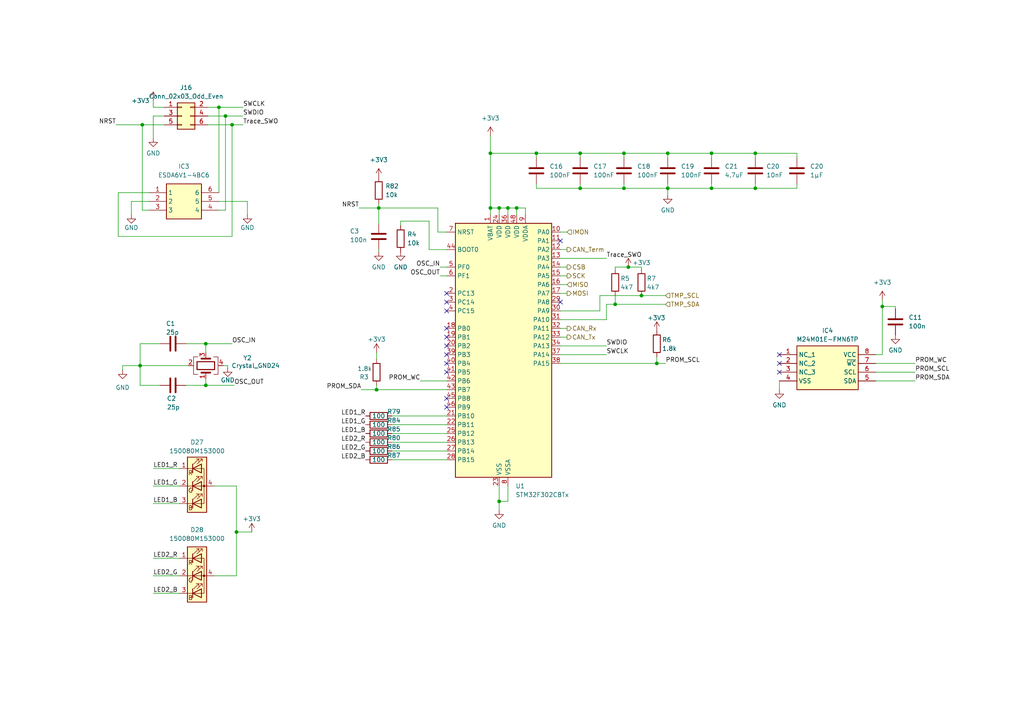
<source format=kicad_sch>
(kicad_sch
	(version 20231120)
	(generator "eeschema")
	(generator_version "8.0")
	(uuid "eec60528-52d3-4ed7-bd9c-40404fbb8068")
	(paper "A4")
	(lib_symbols
		(symbol "Connector_Generic:Conn_02x03_Odd_Even"
			(pin_names
				(offset 1.016) hide)
			(exclude_from_sim no)
			(in_bom yes)
			(on_board yes)
			(property "Reference" "J"
				(at 1.27 5.08 0)
				(effects
					(font
						(size 1.27 1.27)
					)
				)
			)
			(property "Value" "Conn_02x03_Odd_Even"
				(at 1.27 -5.08 0)
				(effects
					(font
						(size 1.27 1.27)
					)
				)
			)
			(property "Footprint" ""
				(at 0 0 0)
				(effects
					(font
						(size 1.27 1.27)
					)
					(hide yes)
				)
			)
			(property "Datasheet" "~"
				(at 0 0 0)
				(effects
					(font
						(size 1.27 1.27)
					)
					(hide yes)
				)
			)
			(property "Description" "Generic connector, double row, 02x03, odd/even pin numbering scheme (row 1 odd numbers, row 2 even numbers), script generated (kicad-library-utils/schlib/autogen/connector/)"
				(at 0 0 0)
				(effects
					(font
						(size 1.27 1.27)
					)
					(hide yes)
				)
			)
			(property "ki_keywords" "connector"
				(at 0 0 0)
				(effects
					(font
						(size 1.27 1.27)
					)
					(hide yes)
				)
			)
			(property "ki_fp_filters" "Connector*:*_2x??_*"
				(at 0 0 0)
				(effects
					(font
						(size 1.27 1.27)
					)
					(hide yes)
				)
			)
			(symbol "Conn_02x03_Odd_Even_1_1"
				(rectangle
					(start -1.27 -2.413)
					(end 0 -2.667)
					(stroke
						(width 0.1524)
						(type default)
					)
					(fill
						(type none)
					)
				)
				(rectangle
					(start -1.27 0.127)
					(end 0 -0.127)
					(stroke
						(width 0.1524)
						(type default)
					)
					(fill
						(type none)
					)
				)
				(rectangle
					(start -1.27 2.667)
					(end 0 2.413)
					(stroke
						(width 0.1524)
						(type default)
					)
					(fill
						(type none)
					)
				)
				(rectangle
					(start -1.27 3.81)
					(end 3.81 -3.81)
					(stroke
						(width 0.254)
						(type default)
					)
					(fill
						(type background)
					)
				)
				(rectangle
					(start 3.81 -2.413)
					(end 2.54 -2.667)
					(stroke
						(width 0.1524)
						(type default)
					)
					(fill
						(type none)
					)
				)
				(rectangle
					(start 3.81 0.127)
					(end 2.54 -0.127)
					(stroke
						(width 0.1524)
						(type default)
					)
					(fill
						(type none)
					)
				)
				(rectangle
					(start 3.81 2.667)
					(end 2.54 2.413)
					(stroke
						(width 0.1524)
						(type default)
					)
					(fill
						(type none)
					)
				)
				(pin passive line
					(at -5.08 2.54 0)
					(length 3.81)
					(name "Pin_1"
						(effects
							(font
								(size 1.27 1.27)
							)
						)
					)
					(number "1"
						(effects
							(font
								(size 1.27 1.27)
							)
						)
					)
				)
				(pin passive line
					(at 7.62 2.54 180)
					(length 3.81)
					(name "Pin_2"
						(effects
							(font
								(size 1.27 1.27)
							)
						)
					)
					(number "2"
						(effects
							(font
								(size 1.27 1.27)
							)
						)
					)
				)
				(pin passive line
					(at -5.08 0 0)
					(length 3.81)
					(name "Pin_3"
						(effects
							(font
								(size 1.27 1.27)
							)
						)
					)
					(number "3"
						(effects
							(font
								(size 1.27 1.27)
							)
						)
					)
				)
				(pin passive line
					(at 7.62 0 180)
					(length 3.81)
					(name "Pin_4"
						(effects
							(font
								(size 1.27 1.27)
							)
						)
					)
					(number "4"
						(effects
							(font
								(size 1.27 1.27)
							)
						)
					)
				)
				(pin passive line
					(at -5.08 -2.54 0)
					(length 3.81)
					(name "Pin_5"
						(effects
							(font
								(size 1.27 1.27)
							)
						)
					)
					(number "5"
						(effects
							(font
								(size 1.27 1.27)
							)
						)
					)
				)
				(pin passive line
					(at 7.62 -2.54 180)
					(length 3.81)
					(name "Pin_6"
						(effects
							(font
								(size 1.27 1.27)
							)
						)
					)
					(number "6"
						(effects
							(font
								(size 1.27 1.27)
							)
						)
					)
				)
			)
		)
		(symbol "Device:C"
			(pin_numbers hide)
			(pin_names
				(offset 0.254)
			)
			(exclude_from_sim no)
			(in_bom yes)
			(on_board yes)
			(property "Reference" "C"
				(at 0.635 2.54 0)
				(effects
					(font
						(size 1.27 1.27)
					)
					(justify left)
				)
			)
			(property "Value" "C"
				(at 0.635 -2.54 0)
				(effects
					(font
						(size 1.27 1.27)
					)
					(justify left)
				)
			)
			(property "Footprint" ""
				(at 0.9652 -3.81 0)
				(effects
					(font
						(size 1.27 1.27)
					)
					(hide yes)
				)
			)
			(property "Datasheet" "~"
				(at 0 0 0)
				(effects
					(font
						(size 1.27 1.27)
					)
					(hide yes)
				)
			)
			(property "Description" "Unpolarized capacitor"
				(at 0 0 0)
				(effects
					(font
						(size 1.27 1.27)
					)
					(hide yes)
				)
			)
			(property "ki_keywords" "cap capacitor"
				(at 0 0 0)
				(effects
					(font
						(size 1.27 1.27)
					)
					(hide yes)
				)
			)
			(property "ki_fp_filters" "C_*"
				(at 0 0 0)
				(effects
					(font
						(size 1.27 1.27)
					)
					(hide yes)
				)
			)
			(symbol "C_0_1"
				(polyline
					(pts
						(xy -2.032 -0.762) (xy 2.032 -0.762)
					)
					(stroke
						(width 0.508)
						(type default)
					)
					(fill
						(type none)
					)
				)
				(polyline
					(pts
						(xy -2.032 0.762) (xy 2.032 0.762)
					)
					(stroke
						(width 0.508)
						(type default)
					)
					(fill
						(type none)
					)
				)
			)
			(symbol "C_1_1"
				(pin passive line
					(at 0 3.81 270)
					(length 2.794)
					(name "~"
						(effects
							(font
								(size 1.27 1.27)
							)
						)
					)
					(number "1"
						(effects
							(font
								(size 1.27 1.27)
							)
						)
					)
				)
				(pin passive line
					(at 0 -3.81 90)
					(length 2.794)
					(name "~"
						(effects
							(font
								(size 1.27 1.27)
							)
						)
					)
					(number "2"
						(effects
							(font
								(size 1.27 1.27)
							)
						)
					)
				)
			)
		)
		(symbol "Device:Crystal_GND24"
			(pin_names
				(offset 1.016) hide)
			(exclude_from_sim no)
			(in_bom yes)
			(on_board yes)
			(property "Reference" "Y"
				(at 3.175 5.08 0)
				(effects
					(font
						(size 1.27 1.27)
					)
					(justify left)
				)
			)
			(property "Value" "Crystal_GND24"
				(at 3.175 3.175 0)
				(effects
					(font
						(size 1.27 1.27)
					)
					(justify left)
				)
			)
			(property "Footprint" ""
				(at 0 0 0)
				(effects
					(font
						(size 1.27 1.27)
					)
					(hide yes)
				)
			)
			(property "Datasheet" "~"
				(at 0 0 0)
				(effects
					(font
						(size 1.27 1.27)
					)
					(hide yes)
				)
			)
			(property "Description" "Four pin crystal, GND on pins 2 and 4"
				(at 0 0 0)
				(effects
					(font
						(size 1.27 1.27)
					)
					(hide yes)
				)
			)
			(property "ki_keywords" "quartz ceramic resonator oscillator"
				(at 0 0 0)
				(effects
					(font
						(size 1.27 1.27)
					)
					(hide yes)
				)
			)
			(property "ki_fp_filters" "Crystal*"
				(at 0 0 0)
				(effects
					(font
						(size 1.27 1.27)
					)
					(hide yes)
				)
			)
			(symbol "Crystal_GND24_0_1"
				(rectangle
					(start -1.143 2.54)
					(end 1.143 -2.54)
					(stroke
						(width 0.3048)
						(type default)
					)
					(fill
						(type none)
					)
				)
				(polyline
					(pts
						(xy -2.54 0) (xy -2.032 0)
					)
					(stroke
						(width 0)
						(type default)
					)
					(fill
						(type none)
					)
				)
				(polyline
					(pts
						(xy -2.032 -1.27) (xy -2.032 1.27)
					)
					(stroke
						(width 0.508)
						(type default)
					)
					(fill
						(type none)
					)
				)
				(polyline
					(pts
						(xy 0 -3.81) (xy 0 -3.556)
					)
					(stroke
						(width 0)
						(type default)
					)
					(fill
						(type none)
					)
				)
				(polyline
					(pts
						(xy 0 3.556) (xy 0 3.81)
					)
					(stroke
						(width 0)
						(type default)
					)
					(fill
						(type none)
					)
				)
				(polyline
					(pts
						(xy 2.032 -1.27) (xy 2.032 1.27)
					)
					(stroke
						(width 0.508)
						(type default)
					)
					(fill
						(type none)
					)
				)
				(polyline
					(pts
						(xy 2.032 0) (xy 2.54 0)
					)
					(stroke
						(width 0)
						(type default)
					)
					(fill
						(type none)
					)
				)
				(polyline
					(pts
						(xy -2.54 -2.286) (xy -2.54 -3.556) (xy 2.54 -3.556) (xy 2.54 -2.286)
					)
					(stroke
						(width 0)
						(type default)
					)
					(fill
						(type none)
					)
				)
				(polyline
					(pts
						(xy -2.54 2.286) (xy -2.54 3.556) (xy 2.54 3.556) (xy 2.54 2.286)
					)
					(stroke
						(width 0)
						(type default)
					)
					(fill
						(type none)
					)
				)
			)
			(symbol "Crystal_GND24_1_1"
				(pin passive line
					(at -3.81 0 0)
					(length 1.27)
					(name "1"
						(effects
							(font
								(size 1.27 1.27)
							)
						)
					)
					(number "1"
						(effects
							(font
								(size 1.27 1.27)
							)
						)
					)
				)
				(pin passive line
					(at 0 5.08 270)
					(length 1.27)
					(name "2"
						(effects
							(font
								(size 1.27 1.27)
							)
						)
					)
					(number "2"
						(effects
							(font
								(size 1.27 1.27)
							)
						)
					)
				)
				(pin passive line
					(at 3.81 0 180)
					(length 1.27)
					(name "3"
						(effects
							(font
								(size 1.27 1.27)
							)
						)
					)
					(number "3"
						(effects
							(font
								(size 1.27 1.27)
							)
						)
					)
				)
				(pin passive line
					(at 0 -5.08 90)
					(length 1.27)
					(name "4"
						(effects
							(font
								(size 1.27 1.27)
							)
						)
					)
					(number "4"
						(effects
							(font
								(size 1.27 1.27)
							)
						)
					)
				)
			)
		)
		(symbol "Device:LED_RGBA"
			(pin_names
				(offset 0) hide)
			(exclude_from_sim no)
			(in_bom yes)
			(on_board yes)
			(property "Reference" "D"
				(at 0 9.398 0)
				(effects
					(font
						(size 1.27 1.27)
					)
				)
			)
			(property "Value" "LED_RGBA"
				(at 0 -8.89 0)
				(effects
					(font
						(size 1.27 1.27)
					)
				)
			)
			(property "Footprint" ""
				(at 0 -1.27 0)
				(effects
					(font
						(size 1.27 1.27)
					)
					(hide yes)
				)
			)
			(property "Datasheet" "~"
				(at 0 -1.27 0)
				(effects
					(font
						(size 1.27 1.27)
					)
					(hide yes)
				)
			)
			(property "Description" "RGB LED, red/green/blue/anode"
				(at 0 0 0)
				(effects
					(font
						(size 1.27 1.27)
					)
					(hide yes)
				)
			)
			(property "ki_keywords" "LED RGB diode"
				(at 0 0 0)
				(effects
					(font
						(size 1.27 1.27)
					)
					(hide yes)
				)
			)
			(property "ki_fp_filters" "LED* LED_SMD:* LED_THT:*"
				(at 0 0 0)
				(effects
					(font
						(size 1.27 1.27)
					)
					(hide yes)
				)
			)
			(symbol "LED_RGBA_0_0"
				(text "B"
					(at -1.905 -6.35 0)
					(effects
						(font
							(size 1.27 1.27)
						)
					)
				)
				(text "G"
					(at -1.905 -1.27 0)
					(effects
						(font
							(size 1.27 1.27)
						)
					)
				)
				(text "R"
					(at -1.905 3.81 0)
					(effects
						(font
							(size 1.27 1.27)
						)
					)
				)
			)
			(symbol "LED_RGBA_0_1"
				(polyline
					(pts
						(xy -1.27 -5.08) (xy -2.54 -5.08)
					)
					(stroke
						(width 0)
						(type default)
					)
					(fill
						(type none)
					)
				)
				(polyline
					(pts
						(xy -1.27 -5.08) (xy 1.27 -5.08)
					)
					(stroke
						(width 0)
						(type default)
					)
					(fill
						(type none)
					)
				)
				(polyline
					(pts
						(xy -1.27 -3.81) (xy -1.27 -6.35)
					)
					(stroke
						(width 0.254)
						(type default)
					)
					(fill
						(type none)
					)
				)
				(polyline
					(pts
						(xy -1.27 0) (xy -2.54 0)
					)
					(stroke
						(width 0)
						(type default)
					)
					(fill
						(type none)
					)
				)
				(polyline
					(pts
						(xy -1.27 1.27) (xy -1.27 -1.27)
					)
					(stroke
						(width 0.254)
						(type default)
					)
					(fill
						(type none)
					)
				)
				(polyline
					(pts
						(xy -1.27 5.08) (xy -2.54 5.08)
					)
					(stroke
						(width 0)
						(type default)
					)
					(fill
						(type none)
					)
				)
				(polyline
					(pts
						(xy -1.27 5.08) (xy 1.27 5.08)
					)
					(stroke
						(width 0)
						(type default)
					)
					(fill
						(type none)
					)
				)
				(polyline
					(pts
						(xy -1.27 6.35) (xy -1.27 3.81)
					)
					(stroke
						(width 0.254)
						(type default)
					)
					(fill
						(type none)
					)
				)
				(polyline
					(pts
						(xy 1.27 0) (xy -1.27 0)
					)
					(stroke
						(width 0)
						(type default)
					)
					(fill
						(type none)
					)
				)
				(polyline
					(pts
						(xy 1.27 0) (xy 2.54 0)
					)
					(stroke
						(width 0)
						(type default)
					)
					(fill
						(type none)
					)
				)
				(polyline
					(pts
						(xy -1.27 1.27) (xy -1.27 -1.27) (xy -1.27 -1.27)
					)
					(stroke
						(width 0)
						(type default)
					)
					(fill
						(type none)
					)
				)
				(polyline
					(pts
						(xy -1.27 6.35) (xy -1.27 3.81) (xy -1.27 3.81)
					)
					(stroke
						(width 0)
						(type default)
					)
					(fill
						(type none)
					)
				)
				(polyline
					(pts
						(xy 1.27 -5.08) (xy 2.032 -5.08) (xy 2.032 5.08) (xy 1.27 5.08)
					)
					(stroke
						(width 0)
						(type default)
					)
					(fill
						(type none)
					)
				)
				(polyline
					(pts
						(xy 1.27 -3.81) (xy 1.27 -6.35) (xy -1.27 -5.08) (xy 1.27 -3.81)
					)
					(stroke
						(width 0.254)
						(type default)
					)
					(fill
						(type none)
					)
				)
				(polyline
					(pts
						(xy 1.27 1.27) (xy 1.27 -1.27) (xy -1.27 0) (xy 1.27 1.27)
					)
					(stroke
						(width 0.254)
						(type default)
					)
					(fill
						(type none)
					)
				)
				(polyline
					(pts
						(xy 1.27 6.35) (xy 1.27 3.81) (xy -1.27 5.08) (xy 1.27 6.35)
					)
					(stroke
						(width 0.254)
						(type default)
					)
					(fill
						(type none)
					)
				)
				(polyline
					(pts
						(xy -1.016 -3.81) (xy 0.508 -2.286) (xy -0.254 -2.286) (xy 0.508 -2.286) (xy 0.508 -3.048)
					)
					(stroke
						(width 0)
						(type default)
					)
					(fill
						(type none)
					)
				)
				(polyline
					(pts
						(xy -1.016 1.27) (xy 0.508 2.794) (xy -0.254 2.794) (xy 0.508 2.794) (xy 0.508 2.032)
					)
					(stroke
						(width 0)
						(type default)
					)
					(fill
						(type none)
					)
				)
				(polyline
					(pts
						(xy -1.016 6.35) (xy 0.508 7.874) (xy -0.254 7.874) (xy 0.508 7.874) (xy 0.508 7.112)
					)
					(stroke
						(width 0)
						(type default)
					)
					(fill
						(type none)
					)
				)
				(polyline
					(pts
						(xy 0 -3.81) (xy 1.524 -2.286) (xy 0.762 -2.286) (xy 1.524 -2.286) (xy 1.524 -3.048)
					)
					(stroke
						(width 0)
						(type default)
					)
					(fill
						(type none)
					)
				)
				(polyline
					(pts
						(xy 0 1.27) (xy 1.524 2.794) (xy 0.762 2.794) (xy 1.524 2.794) (xy 1.524 2.032)
					)
					(stroke
						(width 0)
						(type default)
					)
					(fill
						(type none)
					)
				)
				(polyline
					(pts
						(xy 0 6.35) (xy 1.524 7.874) (xy 0.762 7.874) (xy 1.524 7.874) (xy 1.524 7.112)
					)
					(stroke
						(width 0)
						(type default)
					)
					(fill
						(type none)
					)
				)
				(rectangle
					(start 1.27 -1.27)
					(end 1.27 1.27)
					(stroke
						(width 0)
						(type default)
					)
					(fill
						(type none)
					)
				)
				(rectangle
					(start 1.27 1.27)
					(end 1.27 1.27)
					(stroke
						(width 0)
						(type default)
					)
					(fill
						(type none)
					)
				)
				(rectangle
					(start 1.27 3.81)
					(end 1.27 6.35)
					(stroke
						(width 0)
						(type default)
					)
					(fill
						(type none)
					)
				)
				(rectangle
					(start 1.27 6.35)
					(end 1.27 6.35)
					(stroke
						(width 0)
						(type default)
					)
					(fill
						(type none)
					)
				)
				(circle
					(center 2.032 0)
					(radius 0.254)
					(stroke
						(width 0)
						(type default)
					)
					(fill
						(type outline)
					)
				)
				(rectangle
					(start 2.794 8.382)
					(end -2.794 -7.62)
					(stroke
						(width 0.254)
						(type default)
					)
					(fill
						(type background)
					)
				)
			)
			(symbol "LED_RGBA_1_1"
				(pin passive line
					(at -5.08 5.08 0)
					(length 2.54)
					(name "RK"
						(effects
							(font
								(size 1.27 1.27)
							)
						)
					)
					(number "1"
						(effects
							(font
								(size 1.27 1.27)
							)
						)
					)
				)
				(pin passive line
					(at -5.08 0 0)
					(length 2.54)
					(name "GK"
						(effects
							(font
								(size 1.27 1.27)
							)
						)
					)
					(number "2"
						(effects
							(font
								(size 1.27 1.27)
							)
						)
					)
				)
				(pin passive line
					(at -5.08 -5.08 0)
					(length 2.54)
					(name "BK"
						(effects
							(font
								(size 1.27 1.27)
							)
						)
					)
					(number "3"
						(effects
							(font
								(size 1.27 1.27)
							)
						)
					)
				)
				(pin passive line
					(at 5.08 0 180)
					(length 2.54)
					(name "A"
						(effects
							(font
								(size 1.27 1.27)
							)
						)
					)
					(number "4"
						(effects
							(font
								(size 1.27 1.27)
							)
						)
					)
				)
			)
		)
		(symbol "Device:R"
			(pin_numbers hide)
			(pin_names
				(offset 0)
			)
			(exclude_from_sim no)
			(in_bom yes)
			(on_board yes)
			(property "Reference" "R"
				(at 2.032 0 90)
				(effects
					(font
						(size 1.27 1.27)
					)
				)
			)
			(property "Value" "R"
				(at 0 0 90)
				(effects
					(font
						(size 1.27 1.27)
					)
				)
			)
			(property "Footprint" ""
				(at -1.778 0 90)
				(effects
					(font
						(size 1.27 1.27)
					)
					(hide yes)
				)
			)
			(property "Datasheet" "~"
				(at 0 0 0)
				(effects
					(font
						(size 1.27 1.27)
					)
					(hide yes)
				)
			)
			(property "Description" "Resistor"
				(at 0 0 0)
				(effects
					(font
						(size 1.27 1.27)
					)
					(hide yes)
				)
			)
			(property "ki_keywords" "R res resistor"
				(at 0 0 0)
				(effects
					(font
						(size 1.27 1.27)
					)
					(hide yes)
				)
			)
			(property "ki_fp_filters" "R_*"
				(at 0 0 0)
				(effects
					(font
						(size 1.27 1.27)
					)
					(hide yes)
				)
			)
			(symbol "R_0_1"
				(rectangle
					(start -1.016 -2.54)
					(end 1.016 2.54)
					(stroke
						(width 0.254)
						(type default)
					)
					(fill
						(type none)
					)
				)
			)
			(symbol "R_1_1"
				(pin passive line
					(at 0 3.81 270)
					(length 1.27)
					(name "~"
						(effects
							(font
								(size 1.27 1.27)
							)
						)
					)
					(number "1"
						(effects
							(font
								(size 1.27 1.27)
							)
						)
					)
				)
				(pin passive line
					(at 0 -3.81 90)
					(length 1.27)
					(name "~"
						(effects
							(font
								(size 1.27 1.27)
							)
						)
					)
					(number "2"
						(effects
							(font
								(size 1.27 1.27)
							)
						)
					)
				)
			)
		)
		(symbol "ESDA6V1-4BC6:ESDA6V1-4BC6"
			(exclude_from_sim no)
			(in_bom yes)
			(on_board yes)
			(property "Reference" "IC"
				(at 16.51 7.62 0)
				(effects
					(font
						(size 1.27 1.27)
					)
					(justify left top)
				)
			)
			(property "Value" "ESDA6V1-4BC6"
				(at 16.51 5.08 0)
				(effects
					(font
						(size 1.27 1.27)
					)
					(justify left top)
				)
			)
			(property "Footprint" "SOT95P280X145-6N"
				(at 16.51 -94.92 0)
				(effects
					(font
						(size 1.27 1.27)
					)
					(justify left top)
					(hide yes)
				)
			)
			(property "Datasheet" "https://datasheet.datasheetarchive.com/originals/distributors/Datasheets-302/32003.pdf"
				(at 16.51 -194.92 0)
				(effects
					(font
						(size 1.27 1.27)
					)
					(justify left top)
					(hide yes)
				)
			)
			(property "Description" "TVS Diode Array Bi-Directional ESDA6V1-4BC6 Quad, 80W, SOT-23 6-Pin"
				(at 0 0 0)
				(effects
					(font
						(size 1.27 1.27)
					)
					(hide yes)
				)
			)
			(property "Height" "1.45"
				(at 16.51 -394.92 0)
				(effects
					(font
						(size 1.27 1.27)
					)
					(justify left top)
					(hide yes)
				)
			)
			(property "Mouser Part Number" "511-ESDA6V1-4BC6"
				(at 16.51 -494.92 0)
				(effects
					(font
						(size 1.27 1.27)
					)
					(justify left top)
					(hide yes)
				)
			)
			(property "Mouser Price/Stock" "https://www.mouser.co.uk/ProductDetail/STMicroelectronics/ESDA6V1-4BC6?qs=du%252Bo5tJIeNIbUe8p3mGDRw%3D%3D"
				(at 16.51 -594.92 0)
				(effects
					(font
						(size 1.27 1.27)
					)
					(justify left top)
					(hide yes)
				)
			)
			(property "Manufacturer_Name" "STMicroelectronics"
				(at 16.51 -694.92 0)
				(effects
					(font
						(size 1.27 1.27)
					)
					(justify left top)
					(hide yes)
				)
			)
			(property "Manufacturer_Part_Number" "ESDA6V1-4BC6"
				(at 16.51 -794.92 0)
				(effects
					(font
						(size 1.27 1.27)
					)
					(justify left top)
					(hide yes)
				)
			)
			(symbol "ESDA6V1-4BC6_1_1"
				(rectangle
					(start 5.08 2.54)
					(end 15.24 -7.62)
					(stroke
						(width 0.254)
						(type default)
					)
					(fill
						(type background)
					)
				)
				(pin passive line
					(at 0 0 0)
					(length 5.08)
					(name "1"
						(effects
							(font
								(size 1.27 1.27)
							)
						)
					)
					(number "1"
						(effects
							(font
								(size 1.27 1.27)
							)
						)
					)
				)
				(pin passive line
					(at 0 -2.54 0)
					(length 5.08)
					(name "2"
						(effects
							(font
								(size 1.27 1.27)
							)
						)
					)
					(number "2"
						(effects
							(font
								(size 1.27 1.27)
							)
						)
					)
				)
				(pin passive line
					(at 0 -5.08 0)
					(length 5.08)
					(name "3"
						(effects
							(font
								(size 1.27 1.27)
							)
						)
					)
					(number "3"
						(effects
							(font
								(size 1.27 1.27)
							)
						)
					)
				)
				(pin passive line
					(at 20.32 -5.08 180)
					(length 5.08)
					(name "4"
						(effects
							(font
								(size 1.27 1.27)
							)
						)
					)
					(number "4"
						(effects
							(font
								(size 1.27 1.27)
							)
						)
					)
				)
				(pin passive line
					(at 20.32 -2.54 180)
					(length 5.08)
					(name "5"
						(effects
							(font
								(size 1.27 1.27)
							)
						)
					)
					(number "5"
						(effects
							(font
								(size 1.27 1.27)
							)
						)
					)
				)
				(pin passive line
					(at 20.32 0 180)
					(length 5.08)
					(name "6"
						(effects
							(font
								(size 1.27 1.27)
							)
						)
					)
					(number "6"
						(effects
							(font
								(size 1.27 1.27)
							)
						)
					)
				)
			)
		)
		(symbol "M24M01E-FMN6TP:M24M01E-FMN6TP"
			(exclude_from_sim no)
			(in_bom yes)
			(on_board yes)
			(property "Reference" "IC"
				(at 24.13 7.62 0)
				(effects
					(font
						(size 1.27 1.27)
					)
					(justify left top)
				)
			)
			(property "Value" "M24M01E-FMN6TP"
				(at 24.13 5.08 0)
				(effects
					(font
						(size 1.27 1.27)
					)
					(justify left top)
				)
			)
			(property "Footprint" "SOIC127P600X175-8N"
				(at 24.13 -94.92 0)
				(effects
					(font
						(size 1.27 1.27)
					)
					(justify left top)
					(hide yes)
				)
			)
			(property "Datasheet" "https://www.st.com/resource/en/datasheet/m24m01e-f.pdf"
				(at 24.13 -194.92 0)
				(effects
					(font
						(size 1.27 1.27)
					)
					(justify left top)
					(hide yes)
				)
			)
			(property "Description" "1 Mbit Serial I2C bus EEPROM with configurable device address and software write protection registers"
				(at 0 0 0)
				(effects
					(font
						(size 1.27 1.27)
					)
					(hide yes)
				)
			)
			(property "Height" "1.75"
				(at 24.13 -394.92 0)
				(effects
					(font
						(size 1.27 1.27)
					)
					(justify left top)
					(hide yes)
				)
			)
			(property "Mouser Part Number" ""
				(at 24.13 -494.92 0)
				(effects
					(font
						(size 1.27 1.27)
					)
					(justify left top)
					(hide yes)
				)
			)
			(property "Mouser Price/Stock" ""
				(at 24.13 -594.92 0)
				(effects
					(font
						(size 1.27 1.27)
					)
					(justify left top)
					(hide yes)
				)
			)
			(property "Manufacturer_Name" "STMicroelectronics"
				(at 24.13 -694.92 0)
				(effects
					(font
						(size 1.27 1.27)
					)
					(justify left top)
					(hide yes)
				)
			)
			(property "Manufacturer_Part_Number" "M24M01E-FMN6TP"
				(at 24.13 -794.92 0)
				(effects
					(font
						(size 1.27 1.27)
					)
					(justify left top)
					(hide yes)
				)
			)
			(symbol "M24M01E-FMN6TP_1_1"
				(rectangle
					(start 5.08 2.54)
					(end 22.86 -10.16)
					(stroke
						(width 0.254)
						(type default)
					)
					(fill
						(type background)
					)
				)
				(pin passive line
					(at 0 0 0)
					(length 5.08)
					(name "NC_1"
						(effects
							(font
								(size 1.27 1.27)
							)
						)
					)
					(number "1"
						(effects
							(font
								(size 1.27 1.27)
							)
						)
					)
				)
				(pin passive line
					(at 0 -2.54 0)
					(length 5.08)
					(name "NC_2"
						(effects
							(font
								(size 1.27 1.27)
							)
						)
					)
					(number "2"
						(effects
							(font
								(size 1.27 1.27)
							)
						)
					)
				)
				(pin passive line
					(at 0 -5.08 0)
					(length 5.08)
					(name "NC_3"
						(effects
							(font
								(size 1.27 1.27)
							)
						)
					)
					(number "3"
						(effects
							(font
								(size 1.27 1.27)
							)
						)
					)
				)
				(pin passive line
					(at 0 -7.62 0)
					(length 5.08)
					(name "VSS"
						(effects
							(font
								(size 1.27 1.27)
							)
						)
					)
					(number "4"
						(effects
							(font
								(size 1.27 1.27)
							)
						)
					)
				)
				(pin passive line
					(at 27.94 -7.62 180)
					(length 5.08)
					(name "SDA"
						(effects
							(font
								(size 1.27 1.27)
							)
						)
					)
					(number "5"
						(effects
							(font
								(size 1.27 1.27)
							)
						)
					)
				)
				(pin passive line
					(at 27.94 -5.08 180)
					(length 5.08)
					(name "SCL"
						(effects
							(font
								(size 1.27 1.27)
							)
						)
					)
					(number "6"
						(effects
							(font
								(size 1.27 1.27)
							)
						)
					)
				)
				(pin passive line
					(at 27.94 -2.54 180)
					(length 5.08)
					(name "~{WC}"
						(effects
							(font
								(size 1.27 1.27)
							)
						)
					)
					(number "7"
						(effects
							(font
								(size 1.27 1.27)
							)
						)
					)
				)
				(pin passive line
					(at 27.94 0 180)
					(length 5.08)
					(name "VCC"
						(effects
							(font
								(size 1.27 1.27)
							)
						)
					)
					(number "8"
						(effects
							(font
								(size 1.27 1.27)
							)
						)
					)
				)
			)
		)
		(symbol "MCU_ST_STM32F3:STM32F302CBTx"
			(exclude_from_sim no)
			(in_bom yes)
			(on_board yes)
			(property "Reference" "U"
				(at -12.7 39.37 0)
				(effects
					(font
						(size 1.27 1.27)
					)
					(justify left)
				)
			)
			(property "Value" "STM32F302CBTx"
				(at 10.16 39.37 0)
				(effects
					(font
						(size 1.27 1.27)
					)
					(justify left)
				)
			)
			(property "Footprint" "Package_QFP:LQFP-48_7x7mm_P0.5mm"
				(at -12.7 -35.56 0)
				(effects
					(font
						(size 1.27 1.27)
					)
					(justify right)
					(hide yes)
				)
			)
			(property "Datasheet" "https://www.st.com/resource/en/datasheet/stm32f302cb.pdf"
				(at 0 0 0)
				(effects
					(font
						(size 1.27 1.27)
					)
					(hide yes)
				)
			)
			(property "Description" "STMicroelectronics Arm Cortex-M4 MCU, 128KB flash, 32KB RAM, 72 MHz, 2.0-3.6V, 37 GPIO, LQFP48"
				(at 0 0 0)
				(effects
					(font
						(size 1.27 1.27)
					)
					(hide yes)
				)
			)
			(property "ki_locked" ""
				(at 0 0 0)
				(effects
					(font
						(size 1.27 1.27)
					)
				)
			)
			(property "ki_keywords" "Arm Cortex-M4 STM32F3 STM32F302"
				(at 0 0 0)
				(effects
					(font
						(size 1.27 1.27)
					)
					(hide yes)
				)
			)
			(property "ki_fp_filters" "LQFP*7x7mm*P0.5mm*"
				(at 0 0 0)
				(effects
					(font
						(size 1.27 1.27)
					)
					(hide yes)
				)
			)
			(symbol "STM32F302CBTx_0_1"
				(rectangle
					(start -12.7 -35.56)
					(end 15.24 38.1)
					(stroke
						(width 0.254)
						(type default)
					)
					(fill
						(type background)
					)
				)
			)
			(symbol "STM32F302CBTx_1_1"
				(pin power_in line
					(at -2.54 40.64 270)
					(length 2.54)
					(name "VBAT"
						(effects
							(font
								(size 1.27 1.27)
							)
						)
					)
					(number "1"
						(effects
							(font
								(size 1.27 1.27)
							)
						)
					)
				)
				(pin bidirectional line
					(at 17.78 35.56 180)
					(length 2.54)
					(name "PA0"
						(effects
							(font
								(size 1.27 1.27)
							)
						)
					)
					(number "10"
						(effects
							(font
								(size 1.27 1.27)
							)
						)
					)
					(alternate "ADC1_IN1" bidirectional line)
					(alternate "COMP1_INM" bidirectional line)
					(alternate "COMP1_OUT" bidirectional line)
					(alternate "RTC_TAMP2" bidirectional line)
					(alternate "SYS_WKUP1" bidirectional line)
					(alternate "TIM2_CH1" bidirectional line)
					(alternate "TIM2_ETR" bidirectional line)
					(alternate "TSC_G1_IO1" bidirectional line)
					(alternate "USART2_CTS" bidirectional line)
				)
				(pin bidirectional line
					(at 17.78 33.02 180)
					(length 2.54)
					(name "PA1"
						(effects
							(font
								(size 1.27 1.27)
							)
						)
					)
					(number "11"
						(effects
							(font
								(size 1.27 1.27)
							)
						)
					)
					(alternate "ADC1_IN2" bidirectional line)
					(alternate "COMP1_INP" bidirectional line)
					(alternate "OPAMP1_VINP" bidirectional line)
					(alternate "OPAMP1_VINP_SEC" bidirectional line)
					(alternate "RTC_REFIN" bidirectional line)
					(alternate "TIM15_CH1N" bidirectional line)
					(alternate "TIM2_CH2" bidirectional line)
					(alternate "TSC_G1_IO2" bidirectional line)
					(alternate "USART2_DE" bidirectional line)
					(alternate "USART2_RTS" bidirectional line)
				)
				(pin bidirectional line
					(at 17.78 30.48 180)
					(length 2.54)
					(name "PA2"
						(effects
							(font
								(size 1.27 1.27)
							)
						)
					)
					(number "12"
						(effects
							(font
								(size 1.27 1.27)
							)
						)
					)
					(alternate "ADC1_IN3" bidirectional line)
					(alternate "COMP2_INM" bidirectional line)
					(alternate "COMP2_OUT" bidirectional line)
					(alternate "OPAMP1_VOUT" bidirectional line)
					(alternate "TIM15_CH1" bidirectional line)
					(alternate "TIM2_CH3" bidirectional line)
					(alternate "TSC_G1_IO3" bidirectional line)
					(alternate "USART2_TX" bidirectional line)
				)
				(pin bidirectional line
					(at 17.78 27.94 180)
					(length 2.54)
					(name "PA3"
						(effects
							(font
								(size 1.27 1.27)
							)
						)
					)
					(number "13"
						(effects
							(font
								(size 1.27 1.27)
							)
						)
					)
					(alternate "ADC1_IN4" bidirectional line)
					(alternate "COMP2_INP" bidirectional line)
					(alternate "OPAMP1_VINM" bidirectional line)
					(alternate "OPAMP1_VINM_SEC" bidirectional line)
					(alternate "OPAMP1_VINP" bidirectional line)
					(alternate "OPAMP1_VINP_SEC" bidirectional line)
					(alternate "TIM15_CH2" bidirectional line)
					(alternate "TIM2_CH4" bidirectional line)
					(alternate "TSC_G1_IO4" bidirectional line)
					(alternate "USART2_RX" bidirectional line)
				)
				(pin bidirectional line
					(at 17.78 25.4 180)
					(length 2.54)
					(name "PA4"
						(effects
							(font
								(size 1.27 1.27)
							)
						)
					)
					(number "14"
						(effects
							(font
								(size 1.27 1.27)
							)
						)
					)
					(alternate "ADC2_IN1" bidirectional line)
					(alternate "COMP1_INM" bidirectional line)
					(alternate "COMP2_INM" bidirectional line)
					(alternate "COMP4_INM" bidirectional line)
					(alternate "COMP6_INM" bidirectional line)
					(alternate "DAC_OUT1" bidirectional line)
					(alternate "I2S3_WS" bidirectional line)
					(alternate "SPI1_NSS" bidirectional line)
					(alternate "SPI3_NSS" bidirectional line)
					(alternate "TIM3_CH2" bidirectional line)
					(alternate "TSC_G2_IO1" bidirectional line)
					(alternate "USART2_CK" bidirectional line)
				)
				(pin bidirectional line
					(at 17.78 22.86 180)
					(length 2.54)
					(name "PA5"
						(effects
							(font
								(size 1.27 1.27)
							)
						)
					)
					(number "15"
						(effects
							(font
								(size 1.27 1.27)
							)
						)
					)
					(alternate "ADC2_IN2" bidirectional line)
					(alternate "COMP1_INM" bidirectional line)
					(alternate "COMP2_INM" bidirectional line)
					(alternate "COMP4_INM" bidirectional line)
					(alternate "COMP6_INM" bidirectional line)
					(alternate "OPAMP1_VINP" bidirectional line)
					(alternate "OPAMP1_VINP_SEC" bidirectional line)
					(alternate "OPAMP2_VINM" bidirectional line)
					(alternate "OPAMP2_VINM_SEC" bidirectional line)
					(alternate "SPI1_SCK" bidirectional line)
					(alternate "TIM2_CH1" bidirectional line)
					(alternate "TIM2_ETR" bidirectional line)
					(alternate "TSC_G2_IO2" bidirectional line)
				)
				(pin bidirectional line
					(at 17.78 20.32 180)
					(length 2.54)
					(name "PA6"
						(effects
							(font
								(size 1.27 1.27)
							)
						)
					)
					(number "16"
						(effects
							(font
								(size 1.27 1.27)
							)
						)
					)
					(alternate "ADC2_IN3" bidirectional line)
					(alternate "COMP1_OUT" bidirectional line)
					(alternate "OPAMP2_VOUT" bidirectional line)
					(alternate "SPI1_MISO" bidirectional line)
					(alternate "TIM16_CH1" bidirectional line)
					(alternate "TIM1_BKIN" bidirectional line)
					(alternate "TIM3_CH1" bidirectional line)
					(alternate "TSC_G2_IO3" bidirectional line)
				)
				(pin bidirectional line
					(at 17.78 17.78 180)
					(length 2.54)
					(name "PA7"
						(effects
							(font
								(size 1.27 1.27)
							)
						)
					)
					(number "17"
						(effects
							(font
								(size 1.27 1.27)
							)
						)
					)
					(alternate "ADC2_IN4" bidirectional line)
					(alternate "COMP2_INP" bidirectional line)
					(alternate "COMP2_OUT" bidirectional line)
					(alternate "OPAMP1_VINP" bidirectional line)
					(alternate "OPAMP1_VINP_SEC" bidirectional line)
					(alternate "OPAMP2_VINP" bidirectional line)
					(alternate "OPAMP2_VINP_SEC" bidirectional line)
					(alternate "SPI1_MOSI" bidirectional line)
					(alternate "TIM17_CH1" bidirectional line)
					(alternate "TIM1_CH1N" bidirectional line)
					(alternate "TIM3_CH2" bidirectional line)
					(alternate "TSC_G2_IO4" bidirectional line)
				)
				(pin bidirectional line
					(at -15.24 7.62 0)
					(length 2.54)
					(name "PB0"
						(effects
							(font
								(size 1.27 1.27)
							)
						)
					)
					(number "18"
						(effects
							(font
								(size 1.27 1.27)
							)
						)
					)
					(alternate "COMP4_INP" bidirectional line)
					(alternate "OPAMP2_VINP" bidirectional line)
					(alternate "OPAMP2_VINP_SEC" bidirectional line)
					(alternate "TIM1_CH2N" bidirectional line)
					(alternate "TIM3_CH3" bidirectional line)
					(alternate "TSC_G3_IO2" bidirectional line)
				)
				(pin bidirectional line
					(at -15.24 5.08 0)
					(length 2.54)
					(name "PB1"
						(effects
							(font
								(size 1.27 1.27)
							)
						)
					)
					(number "19"
						(effects
							(font
								(size 1.27 1.27)
							)
						)
					)
					(alternate "COMP4_OUT" bidirectional line)
					(alternate "TIM1_CH3N" bidirectional line)
					(alternate "TIM3_CH4" bidirectional line)
					(alternate "TSC_G3_IO3" bidirectional line)
				)
				(pin bidirectional line
					(at -15.24 17.78 0)
					(length 2.54)
					(name "PC13"
						(effects
							(font
								(size 1.27 1.27)
							)
						)
					)
					(number "2"
						(effects
							(font
								(size 1.27 1.27)
							)
						)
					)
					(alternate "RTC_OUT_ALARM" bidirectional line)
					(alternate "RTC_OUT_CALIB" bidirectional line)
					(alternate "RTC_TAMP1" bidirectional line)
					(alternate "RTC_TS" bidirectional line)
					(alternate "SYS_WKUP2" bidirectional line)
					(alternate "TIM1_CH1N" bidirectional line)
				)
				(pin bidirectional line
					(at -15.24 2.54 0)
					(length 2.54)
					(name "PB2"
						(effects
							(font
								(size 1.27 1.27)
							)
						)
					)
					(number "20"
						(effects
							(font
								(size 1.27 1.27)
							)
						)
					)
					(alternate "ADC2_IN12" bidirectional line)
					(alternate "COMP4_INM" bidirectional line)
					(alternate "TSC_G3_IO4" bidirectional line)
				)
				(pin bidirectional line
					(at -15.24 -17.78 0)
					(length 2.54)
					(name "PB10"
						(effects
							(font
								(size 1.27 1.27)
							)
						)
					)
					(number "21"
						(effects
							(font
								(size 1.27 1.27)
							)
						)
					)
					(alternate "TIM2_CH3" bidirectional line)
					(alternate "TSC_SYNC" bidirectional line)
					(alternate "USART3_TX" bidirectional line)
				)
				(pin bidirectional line
					(at -15.24 -20.32 0)
					(length 2.54)
					(name "PB11"
						(effects
							(font
								(size 1.27 1.27)
							)
						)
					)
					(number "22"
						(effects
							(font
								(size 1.27 1.27)
							)
						)
					)
					(alternate "ADC1_EXTI11" bidirectional line)
					(alternate "ADC2_EXTI11" bidirectional line)
					(alternate "COMP6_INP" bidirectional line)
					(alternate "TIM2_CH4" bidirectional line)
					(alternate "TSC_G6_IO1" bidirectional line)
					(alternate "USART3_RX" bidirectional line)
				)
				(pin power_in line
					(at 0 -38.1 90)
					(length 2.54)
					(name "VSS"
						(effects
							(font
								(size 1.27 1.27)
							)
						)
					)
					(number "23"
						(effects
							(font
								(size 1.27 1.27)
							)
						)
					)
				)
				(pin power_in line
					(at 0 40.64 270)
					(length 2.54)
					(name "VDD"
						(effects
							(font
								(size 1.27 1.27)
							)
						)
					)
					(number "24"
						(effects
							(font
								(size 1.27 1.27)
							)
						)
					)
				)
				(pin bidirectional line
					(at -15.24 -22.86 0)
					(length 2.54)
					(name "PB12"
						(effects
							(font
								(size 1.27 1.27)
							)
						)
					)
					(number "25"
						(effects
							(font
								(size 1.27 1.27)
							)
						)
					)
					(alternate "I2C2_SMBA" bidirectional line)
					(alternate "I2S2_WS" bidirectional line)
					(alternate "SPI2_NSS" bidirectional line)
					(alternate "TIM1_BKIN" bidirectional line)
					(alternate "TSC_G6_IO2" bidirectional line)
					(alternate "USART3_CK" bidirectional line)
				)
				(pin bidirectional line
					(at -15.24 -25.4 0)
					(length 2.54)
					(name "PB13"
						(effects
							(font
								(size 1.27 1.27)
							)
						)
					)
					(number "26"
						(effects
							(font
								(size 1.27 1.27)
							)
						)
					)
					(alternate "I2S2_CK" bidirectional line)
					(alternate "SPI2_SCK" bidirectional line)
					(alternate "TIM1_CH1N" bidirectional line)
					(alternate "TSC_G6_IO3" bidirectional line)
					(alternate "USART3_CTS" bidirectional line)
				)
				(pin bidirectional line
					(at -15.24 -27.94 0)
					(length 2.54)
					(name "PB14"
						(effects
							(font
								(size 1.27 1.27)
							)
						)
					)
					(number "27"
						(effects
							(font
								(size 1.27 1.27)
							)
						)
					)
					(alternate "I2S2_ext_SD" bidirectional line)
					(alternate "OPAMP2_VINP" bidirectional line)
					(alternate "OPAMP2_VINP_SEC" bidirectional line)
					(alternate "SPI2_MISO" bidirectional line)
					(alternate "TIM15_CH1" bidirectional line)
					(alternate "TIM1_CH2N" bidirectional line)
					(alternate "TSC_G6_IO4" bidirectional line)
					(alternate "USART3_DE" bidirectional line)
					(alternate "USART3_RTS" bidirectional line)
				)
				(pin bidirectional line
					(at -15.24 -30.48 0)
					(length 2.54)
					(name "PB15"
						(effects
							(font
								(size 1.27 1.27)
							)
						)
					)
					(number "28"
						(effects
							(font
								(size 1.27 1.27)
							)
						)
					)
					(alternate "ADC1_EXTI15" bidirectional line)
					(alternate "ADC2_EXTI15" bidirectional line)
					(alternate "COMP6_INM" bidirectional line)
					(alternate "I2S2_SD" bidirectional line)
					(alternate "RTC_REFIN" bidirectional line)
					(alternate "SPI2_MOSI" bidirectional line)
					(alternate "TIM15_CH1N" bidirectional line)
					(alternate "TIM15_CH2" bidirectional line)
					(alternate "TIM1_CH3N" bidirectional line)
				)
				(pin bidirectional line
					(at 17.78 15.24 180)
					(length 2.54)
					(name "PA8"
						(effects
							(font
								(size 1.27 1.27)
							)
						)
					)
					(number "29"
						(effects
							(font
								(size 1.27 1.27)
							)
						)
					)
					(alternate "I2C2_SMBA" bidirectional line)
					(alternate "I2S2_MCK" bidirectional line)
					(alternate "RCC_MCO" bidirectional line)
					(alternate "TIM1_CH1" bidirectional line)
					(alternate "TIM4_ETR" bidirectional line)
					(alternate "USART1_CK" bidirectional line)
				)
				(pin bidirectional line
					(at -15.24 15.24 0)
					(length 2.54)
					(name "PC14"
						(effects
							(font
								(size 1.27 1.27)
							)
						)
					)
					(number "3"
						(effects
							(font
								(size 1.27 1.27)
							)
						)
					)
					(alternate "RCC_OSC32_IN" bidirectional line)
				)
				(pin bidirectional line
					(at 17.78 12.7 180)
					(length 2.54)
					(name "PA9"
						(effects
							(font
								(size 1.27 1.27)
							)
						)
					)
					(number "30"
						(effects
							(font
								(size 1.27 1.27)
							)
						)
					)
					(alternate "DAC_EXTI9" bidirectional line)
					(alternate "I2C2_SCL" bidirectional line)
					(alternate "I2S3_MCK" bidirectional line)
					(alternate "TIM15_BKIN" bidirectional line)
					(alternate "TIM1_CH2" bidirectional line)
					(alternate "TIM2_CH3" bidirectional line)
					(alternate "TSC_G4_IO1" bidirectional line)
					(alternate "USART1_TX" bidirectional line)
				)
				(pin bidirectional line
					(at 17.78 10.16 180)
					(length 2.54)
					(name "PA10"
						(effects
							(font
								(size 1.27 1.27)
							)
						)
					)
					(number "31"
						(effects
							(font
								(size 1.27 1.27)
							)
						)
					)
					(alternate "COMP6_OUT" bidirectional line)
					(alternate "I2C2_SDA" bidirectional line)
					(alternate "TIM17_BKIN" bidirectional line)
					(alternate "TIM1_CH3" bidirectional line)
					(alternate "TIM2_CH4" bidirectional line)
					(alternate "TSC_G4_IO2" bidirectional line)
					(alternate "USART1_RX" bidirectional line)
				)
				(pin bidirectional line
					(at 17.78 7.62 180)
					(length 2.54)
					(name "PA11"
						(effects
							(font
								(size 1.27 1.27)
							)
						)
					)
					(number "32"
						(effects
							(font
								(size 1.27 1.27)
							)
						)
					)
					(alternate "ADC1_EXTI11" bidirectional line)
					(alternate "ADC2_EXTI11" bidirectional line)
					(alternate "CAN_RX" bidirectional line)
					(alternate "COMP1_OUT" bidirectional line)
					(alternate "TIM1_BKIN2" bidirectional line)
					(alternate "TIM1_CH1N" bidirectional line)
					(alternate "TIM1_CH4" bidirectional line)
					(alternate "TIM4_CH1" bidirectional line)
					(alternate "USART1_CTS" bidirectional line)
					(alternate "USB_DM" bidirectional line)
				)
				(pin bidirectional line
					(at 17.78 5.08 180)
					(length 2.54)
					(name "PA12"
						(effects
							(font
								(size 1.27 1.27)
							)
						)
					)
					(number "33"
						(effects
							(font
								(size 1.27 1.27)
							)
						)
					)
					(alternate "CAN_TX" bidirectional line)
					(alternate "COMP2_OUT" bidirectional line)
					(alternate "TIM16_CH1" bidirectional line)
					(alternate "TIM1_CH2N" bidirectional line)
					(alternate "TIM1_ETR" bidirectional line)
					(alternate "TIM4_CH2" bidirectional line)
					(alternate "USART1_DE" bidirectional line)
					(alternate "USART1_RTS" bidirectional line)
					(alternate "USB_DP" bidirectional line)
				)
				(pin bidirectional line
					(at 17.78 2.54 180)
					(length 2.54)
					(name "PA13"
						(effects
							(font
								(size 1.27 1.27)
							)
						)
					)
					(number "34"
						(effects
							(font
								(size 1.27 1.27)
							)
						)
					)
					(alternate "IR_OUT" bidirectional line)
					(alternate "SYS_JTMS-SWDIO" bidirectional line)
					(alternate "TIM16_CH1N" bidirectional line)
					(alternate "TIM4_CH3" bidirectional line)
					(alternate "TSC_G4_IO3" bidirectional line)
					(alternate "USART3_CTS" bidirectional line)
				)
				(pin passive line
					(at 0 -38.1 90)
					(length 2.54) hide
					(name "VSS"
						(effects
							(font
								(size 1.27 1.27)
							)
						)
					)
					(number "35"
						(effects
							(font
								(size 1.27 1.27)
							)
						)
					)
				)
				(pin power_in line
					(at 2.54 40.64 270)
					(length 2.54)
					(name "VDD"
						(effects
							(font
								(size 1.27 1.27)
							)
						)
					)
					(number "36"
						(effects
							(font
								(size 1.27 1.27)
							)
						)
					)
				)
				(pin bidirectional line
					(at 17.78 0 180)
					(length 2.54)
					(name "PA14"
						(effects
							(font
								(size 1.27 1.27)
							)
						)
					)
					(number "37"
						(effects
							(font
								(size 1.27 1.27)
							)
						)
					)
					(alternate "I2C1_SDA" bidirectional line)
					(alternate "SYS_JTCK-SWCLK" bidirectional line)
					(alternate "TIM1_BKIN" bidirectional line)
					(alternate "TSC_G4_IO4" bidirectional line)
					(alternate "USART2_TX" bidirectional line)
				)
				(pin bidirectional line
					(at 17.78 -2.54 180)
					(length 2.54)
					(name "PA15"
						(effects
							(font
								(size 1.27 1.27)
							)
						)
					)
					(number "38"
						(effects
							(font
								(size 1.27 1.27)
							)
						)
					)
					(alternate "ADC1_EXTI15" bidirectional line)
					(alternate "ADC2_EXTI15" bidirectional line)
					(alternate "I2C1_SCL" bidirectional line)
					(alternate "I2S3_WS" bidirectional line)
					(alternate "SPI1_NSS" bidirectional line)
					(alternate "SPI3_NSS" bidirectional line)
					(alternate "SYS_JTDI" bidirectional line)
					(alternate "TIM1_BKIN" bidirectional line)
					(alternate "TIM2_CH1" bidirectional line)
					(alternate "TIM2_ETR" bidirectional line)
					(alternate "USART2_RX" bidirectional line)
				)
				(pin bidirectional line
					(at -15.24 0 0)
					(length 2.54)
					(name "PB3"
						(effects
							(font
								(size 1.27 1.27)
							)
						)
					)
					(number "39"
						(effects
							(font
								(size 1.27 1.27)
							)
						)
					)
					(alternate "I2S3_CK" bidirectional line)
					(alternate "SPI1_SCK" bidirectional line)
					(alternate "SPI3_SCK" bidirectional line)
					(alternate "SYS_JTDO-TRACESWO" bidirectional line)
					(alternate "TIM2_CH2" bidirectional line)
					(alternate "TIM3_ETR" bidirectional line)
					(alternate "TIM4_ETR" bidirectional line)
					(alternate "TSC_G5_IO1" bidirectional line)
					(alternate "USART2_TX" bidirectional line)
				)
				(pin bidirectional line
					(at -15.24 12.7 0)
					(length 2.54)
					(name "PC15"
						(effects
							(font
								(size 1.27 1.27)
							)
						)
					)
					(number "4"
						(effects
							(font
								(size 1.27 1.27)
							)
						)
					)
					(alternate "ADC1_EXTI15" bidirectional line)
					(alternate "ADC2_EXTI15" bidirectional line)
					(alternate "RCC_OSC32_OUT" bidirectional line)
				)
				(pin bidirectional line
					(at -15.24 -2.54 0)
					(length 2.54)
					(name "PB4"
						(effects
							(font
								(size 1.27 1.27)
							)
						)
					)
					(number "40"
						(effects
							(font
								(size 1.27 1.27)
							)
						)
					)
					(alternate "I2S3_ext_SD" bidirectional line)
					(alternate "SPI1_MISO" bidirectional line)
					(alternate "SPI3_MISO" bidirectional line)
					(alternate "SYS_NJTRST" bidirectional line)
					(alternate "TIM16_CH1" bidirectional line)
					(alternate "TIM17_BKIN" bidirectional line)
					(alternate "TIM3_CH1" bidirectional line)
					(alternate "TSC_G5_IO2" bidirectional line)
					(alternate "USART2_RX" bidirectional line)
				)
				(pin bidirectional line
					(at -15.24 -5.08 0)
					(length 2.54)
					(name "PB5"
						(effects
							(font
								(size 1.27 1.27)
							)
						)
					)
					(number "41"
						(effects
							(font
								(size 1.27 1.27)
							)
						)
					)
					(alternate "I2C1_SMBA" bidirectional line)
					(alternate "I2S3_SD" bidirectional line)
					(alternate "SPI1_MOSI" bidirectional line)
					(alternate "SPI3_MOSI" bidirectional line)
					(alternate "TIM16_BKIN" bidirectional line)
					(alternate "TIM17_CH1" bidirectional line)
					(alternate "TIM3_CH2" bidirectional line)
					(alternate "USART2_CK" bidirectional line)
				)
				(pin bidirectional line
					(at -15.24 -7.62 0)
					(length 2.54)
					(name "PB6"
						(effects
							(font
								(size 1.27 1.27)
							)
						)
					)
					(number "42"
						(effects
							(font
								(size 1.27 1.27)
							)
						)
					)
					(alternate "I2C1_SCL" bidirectional line)
					(alternate "TIM16_CH1N" bidirectional line)
					(alternate "TIM4_CH1" bidirectional line)
					(alternate "TSC_G5_IO3" bidirectional line)
					(alternate "USART1_TX" bidirectional line)
				)
				(pin bidirectional line
					(at -15.24 -10.16 0)
					(length 2.54)
					(name "PB7"
						(effects
							(font
								(size 1.27 1.27)
							)
						)
					)
					(number "43"
						(effects
							(font
								(size 1.27 1.27)
							)
						)
					)
					(alternate "I2C1_SDA" bidirectional line)
					(alternate "TIM17_CH1N" bidirectional line)
					(alternate "TIM3_CH4" bidirectional line)
					(alternate "TIM4_CH2" bidirectional line)
					(alternate "TSC_G5_IO4" bidirectional line)
					(alternate "USART1_RX" bidirectional line)
				)
				(pin input line
					(at -15.24 30.48 0)
					(length 2.54)
					(name "BOOT0"
						(effects
							(font
								(size 1.27 1.27)
							)
						)
					)
					(number "44"
						(effects
							(font
								(size 1.27 1.27)
							)
						)
					)
				)
				(pin bidirectional line
					(at -15.24 -12.7 0)
					(length 2.54)
					(name "PB8"
						(effects
							(font
								(size 1.27 1.27)
							)
						)
					)
					(number "45"
						(effects
							(font
								(size 1.27 1.27)
							)
						)
					)
					(alternate "CAN_RX" bidirectional line)
					(alternate "COMP1_OUT" bidirectional line)
					(alternate "I2C1_SCL" bidirectional line)
					(alternate "TIM16_CH1" bidirectional line)
					(alternate "TIM1_BKIN" bidirectional line)
					(alternate "TIM4_CH3" bidirectional line)
					(alternate "TSC_SYNC" bidirectional line)
				)
				(pin bidirectional line
					(at -15.24 -15.24 0)
					(length 2.54)
					(name "PB9"
						(effects
							(font
								(size 1.27 1.27)
							)
						)
					)
					(number "46"
						(effects
							(font
								(size 1.27 1.27)
							)
						)
					)
					(alternate "CAN_TX" bidirectional line)
					(alternate "COMP2_OUT" bidirectional line)
					(alternate "DAC_EXTI9" bidirectional line)
					(alternate "I2C1_SDA" bidirectional line)
					(alternate "IR_OUT" bidirectional line)
					(alternate "TIM17_CH1" bidirectional line)
					(alternate "TIM4_CH4" bidirectional line)
				)
				(pin passive line
					(at 0 -38.1 90)
					(length 2.54) hide
					(name "VSS"
						(effects
							(font
								(size 1.27 1.27)
							)
						)
					)
					(number "47"
						(effects
							(font
								(size 1.27 1.27)
							)
						)
					)
				)
				(pin power_in line
					(at 5.08 40.64 270)
					(length 2.54)
					(name "VDD"
						(effects
							(font
								(size 1.27 1.27)
							)
						)
					)
					(number "48"
						(effects
							(font
								(size 1.27 1.27)
							)
						)
					)
				)
				(pin bidirectional line
					(at -15.24 25.4 0)
					(length 2.54)
					(name "PF0"
						(effects
							(font
								(size 1.27 1.27)
							)
						)
					)
					(number "5"
						(effects
							(font
								(size 1.27 1.27)
							)
						)
					)
					(alternate "I2C2_SDA" bidirectional line)
					(alternate "RCC_OSC_IN" bidirectional line)
					(alternate "TIM1_CH3N" bidirectional line)
				)
				(pin bidirectional line
					(at -15.24 22.86 0)
					(length 2.54)
					(name "PF1"
						(effects
							(font
								(size 1.27 1.27)
							)
						)
					)
					(number "6"
						(effects
							(font
								(size 1.27 1.27)
							)
						)
					)
					(alternate "I2C2_SCL" bidirectional line)
					(alternate "RCC_OSC_OUT" bidirectional line)
				)
				(pin input line
					(at -15.24 35.56 0)
					(length 2.54)
					(name "NRST"
						(effects
							(font
								(size 1.27 1.27)
							)
						)
					)
					(number "7"
						(effects
							(font
								(size 1.27 1.27)
							)
						)
					)
				)
				(pin power_in line
					(at 2.54 -38.1 90)
					(length 2.54)
					(name "VSSA"
						(effects
							(font
								(size 1.27 1.27)
							)
						)
					)
					(number "8"
						(effects
							(font
								(size 1.27 1.27)
							)
						)
					)
				)
				(pin power_in line
					(at 7.62 40.64 270)
					(length 2.54)
					(name "VDDA"
						(effects
							(font
								(size 1.27 1.27)
							)
						)
					)
					(number "9"
						(effects
							(font
								(size 1.27 1.27)
							)
						)
					)
				)
			)
		)
		(symbol "power:+3V3"
			(power)
			(pin_names
				(offset 0)
			)
			(exclude_from_sim no)
			(in_bom yes)
			(on_board yes)
			(property "Reference" "#PWR"
				(at 0 -3.81 0)
				(effects
					(font
						(size 1.27 1.27)
					)
					(hide yes)
				)
			)
			(property "Value" "+3V3"
				(at 0 3.556 0)
				(effects
					(font
						(size 1.27 1.27)
					)
				)
			)
			(property "Footprint" ""
				(at 0 0 0)
				(effects
					(font
						(size 1.27 1.27)
					)
					(hide yes)
				)
			)
			(property "Datasheet" ""
				(at 0 0 0)
				(effects
					(font
						(size 1.27 1.27)
					)
					(hide yes)
				)
			)
			(property "Description" "Power symbol creates a global label with name \"+3V3\""
				(at 0 0 0)
				(effects
					(font
						(size 1.27 1.27)
					)
					(hide yes)
				)
			)
			(property "ki_keywords" "global power"
				(at 0 0 0)
				(effects
					(font
						(size 1.27 1.27)
					)
					(hide yes)
				)
			)
			(symbol "+3V3_0_1"
				(polyline
					(pts
						(xy -0.762 1.27) (xy 0 2.54)
					)
					(stroke
						(width 0)
						(type default)
					)
					(fill
						(type none)
					)
				)
				(polyline
					(pts
						(xy 0 0) (xy 0 2.54)
					)
					(stroke
						(width 0)
						(type default)
					)
					(fill
						(type none)
					)
				)
				(polyline
					(pts
						(xy 0 2.54) (xy 0.762 1.27)
					)
					(stroke
						(width 0)
						(type default)
					)
					(fill
						(type none)
					)
				)
			)
			(symbol "+3V3_1_1"
				(pin power_in line
					(at 0 0 90)
					(length 0) hide
					(name "+3V3"
						(effects
							(font
								(size 1.27 1.27)
							)
						)
					)
					(number "1"
						(effects
							(font
								(size 1.27 1.27)
							)
						)
					)
				)
			)
		)
		(symbol "power:GND"
			(power)
			(pin_names
				(offset 0)
			)
			(exclude_from_sim no)
			(in_bom yes)
			(on_board yes)
			(property "Reference" "#PWR"
				(at 0 -6.35 0)
				(effects
					(font
						(size 1.27 1.27)
					)
					(hide yes)
				)
			)
			(property "Value" "GND"
				(at 0 -3.81 0)
				(effects
					(font
						(size 1.27 1.27)
					)
				)
			)
			(property "Footprint" ""
				(at 0 0 0)
				(effects
					(font
						(size 1.27 1.27)
					)
					(hide yes)
				)
			)
			(property "Datasheet" ""
				(at 0 0 0)
				(effects
					(font
						(size 1.27 1.27)
					)
					(hide yes)
				)
			)
			(property "Description" "Power symbol creates a global label with name \"GND\" , ground"
				(at 0 0 0)
				(effects
					(font
						(size 1.27 1.27)
					)
					(hide yes)
				)
			)
			(property "ki_keywords" "global power"
				(at 0 0 0)
				(effects
					(font
						(size 1.27 1.27)
					)
					(hide yes)
				)
			)
			(symbol "GND_0_1"
				(polyline
					(pts
						(xy 0 0) (xy 0 -1.27) (xy 1.27 -1.27) (xy 0 -2.54) (xy -1.27 -1.27) (xy 0 -1.27)
					)
					(stroke
						(width 0)
						(type default)
					)
					(fill
						(type none)
					)
				)
			)
			(symbol "GND_1_1"
				(pin power_in line
					(at 0 0 270)
					(length 0) hide
					(name "GND"
						(effects
							(font
								(size 1.27 1.27)
							)
						)
					)
					(number "1"
						(effects
							(font
								(size 1.27 1.27)
							)
						)
					)
				)
			)
		)
	)
	(junction
		(at 193.675 54.61)
		(diameter 0)
		(color 0 0 0 0)
		(uuid "116ed300-e458-4027-a1ba-18814c7dbc7a")
	)
	(junction
		(at 147.32 60.325)
		(diameter 0)
		(color 0 0 0 0)
		(uuid "1bc0006d-4397-4a99-b61c-4b594aabda3f")
	)
	(junction
		(at 178.435 88.265)
		(diameter 0)
		(color 0 0 0 0)
		(uuid "25eb1308-0914-4bd5-af58-4689e0e09772")
	)
	(junction
		(at 219.075 44.45)
		(diameter 0)
		(color 0 0 0 0)
		(uuid "37968d12-d366-47a9-9e33-20ffd2ff64e7")
	)
	(junction
		(at 41.275 36.195)
		(diameter 0)
		(color 0 0 0 0)
		(uuid "3a73600c-d413-4d0e-9d83-e27423163f41")
	)
	(junction
		(at 206.375 54.61)
		(diameter 0)
		(color 0 0 0 0)
		(uuid "3d674409-dda5-4d64-a817-4a8f6446a869")
	)
	(junction
		(at 206.375 44.45)
		(diameter 0)
		(color 0 0 0 0)
		(uuid "41aa120e-e2d7-45cb-b667-a8f5b924c5a2")
	)
	(junction
		(at 142.24 44.45)
		(diameter 0)
		(color 0 0 0 0)
		(uuid "4529e582-fdd6-43f1-a75b-9fb96076072e")
	)
	(junction
		(at 144.78 60.325)
		(diameter 0)
		(color 0 0 0 0)
		(uuid "4b328181-602b-4b8c-b0c3-cd6487a590f6")
	)
	(junction
		(at 180.975 44.45)
		(diameter 0)
		(color 0 0 0 0)
		(uuid "54f94a58-b926-49fe-b3d0-0f635c57fc4c")
	)
	(junction
		(at 186.055 85.725)
		(diameter 0)
		(color 0 0 0 0)
		(uuid "574c7bbf-f9db-42b9-94fe-50a17c5b0d39")
	)
	(junction
		(at 109.22 113.03)
		(diameter 0)
		(color 0 0 0 0)
		(uuid "6413cb5e-5541-473e-95f7-b519d0202359")
	)
	(junction
		(at 59.69 99.695)
		(diameter 0)
		(color 0 0 0 0)
		(uuid "77153bf6-d707-4472-9179-73ac3e7e0234")
	)
	(junction
		(at 180.975 54.61)
		(diameter 0)
		(color 0 0 0 0)
		(uuid "82c98b52-9638-43bd-98de-cce5ed5bc463")
	)
	(junction
		(at 67.31 36.195)
		(diameter 0)
		(color 0 0 0 0)
		(uuid "863984f1-2726-41cb-b37f-6b316576216e")
	)
	(junction
		(at 149.86 60.325)
		(diameter 0)
		(color 0 0 0 0)
		(uuid "870c426e-550f-4bbe-b7d1-79001b2e6fe6")
	)
	(junction
		(at 182.245 77.47)
		(diameter 0)
		(color 0 0 0 0)
		(uuid "87a72bef-4f9c-4a55-afba-14895ade3477")
	)
	(junction
		(at 219.075 54.61)
		(diameter 0)
		(color 0 0 0 0)
		(uuid "91341a6e-a282-41e0-841f-b0cc8c58f6a7")
	)
	(junction
		(at 142.24 60.325)
		(diameter 0)
		(color 0 0 0 0)
		(uuid "a59d2182-14e2-4562-a2df-35238f0d0bcb")
	)
	(junction
		(at 68.58 154.305)
		(diameter 0)
		(color 0 0 0 0)
		(uuid "af3150b3-1f78-44fc-9a29-84845e1967e9")
	)
	(junction
		(at 190.5 105.41)
		(diameter 0)
		(color 0 0 0 0)
		(uuid "b0cb5ad0-90f1-42c6-bfb0-b77c5321d766")
	)
	(junction
		(at 40.64 106.045)
		(diameter 0)
		(color 0 0 0 0)
		(uuid "b0d1c4e4-f76e-44ac-b31a-e5cf5f4c6487")
	)
	(junction
		(at 255.905 88.9)
		(diameter 0)
		(color 0 0 0 0)
		(uuid "c4cdf41c-a25f-43ec-9e4f-9d558c57d59b")
	)
	(junction
		(at 63.5 31.115)
		(diameter 0)
		(color 0 0 0 0)
		(uuid "c7257338-81f1-4225-bbb5-02cf3846de22")
	)
	(junction
		(at 109.855 60.325)
		(diameter 0)
		(color 0 0 0 0)
		(uuid "d4eca9ce-a076-4780-8ca9-6b124b337f3a")
	)
	(junction
		(at 168.275 54.61)
		(diameter 0)
		(color 0 0 0 0)
		(uuid "d916e877-547a-4142-8c00-cd132ac49de0")
	)
	(junction
		(at 65.405 33.655)
		(diameter 0)
		(color 0 0 0 0)
		(uuid "df8e6d1d-8b73-4f22-8202-7751a80878d4")
	)
	(junction
		(at 155.575 44.45)
		(diameter 0)
		(color 0 0 0 0)
		(uuid "e914ee9b-c3ac-40e4-9f93-91c6788cbd92")
	)
	(junction
		(at 144.78 145.415)
		(diameter 0)
		(color 0 0 0 0)
		(uuid "ecde06d8-c3c9-4b32-8978-ecc2f67f1c96")
	)
	(junction
		(at 59.69 111.76)
		(diameter 0)
		(color 0 0 0 0)
		(uuid "eeffc416-79eb-4b95-b8f5-02934f00e789")
	)
	(junction
		(at 193.675 44.45)
		(diameter 0)
		(color 0 0 0 0)
		(uuid "fccfe4d6-64d4-4bec-bbdc-bb48d8c3624c")
	)
	(junction
		(at 168.275 44.45)
		(diameter 0)
		(color 0 0 0 0)
		(uuid "fe5e4e86-5f50-4607-8661-848ea415cf0c")
	)
	(no_connect
		(at 129.54 90.17)
		(uuid "01993ede-ec9c-4f5a-a33f-2bc7d2786c14")
	)
	(no_connect
		(at 129.54 100.33)
		(uuid "10c12e2a-0d95-4759-8f20-436642fa5df8")
	)
	(no_connect
		(at 226.06 107.95)
		(uuid "193aaef5-e77f-41a1-8c31-0f89403d34af")
	)
	(no_connect
		(at 226.06 102.87)
		(uuid "274c962e-29c7-4256-88eb-65e1a9f5e72e")
	)
	(no_connect
		(at 129.54 115.57)
		(uuid "282411c9-2140-4ef1-a05c-b93501ffb160")
	)
	(no_connect
		(at 129.54 107.95)
		(uuid "5175b158-a775-4dc2-ae4e-05fe69eb438d")
	)
	(no_connect
		(at 129.54 87.63)
		(uuid "76e8dd39-157a-4f9e-92aa-91e7612971d5")
	)
	(no_connect
		(at 129.54 95.25)
		(uuid "7a3ddbdd-a1eb-4778-8654-3546b3f08f98")
	)
	(no_connect
		(at 129.54 102.87)
		(uuid "8b20dbf3-542d-45b3-a28c-9d94ad30f3e7")
	)
	(no_connect
		(at 162.56 87.63)
		(uuid "99db320b-41ac-46e9-a6b5-279ce517b478")
	)
	(no_connect
		(at 162.56 69.85)
		(uuid "a019e94b-90e4-4f24-84a8-d3d88c60dcd1")
	)
	(no_connect
		(at 129.54 85.09)
		(uuid "a3795a0d-9886-4558-988d-6159f144aba1")
	)
	(no_connect
		(at 129.54 105.41)
		(uuid "a4ab9dee-87c0-4cb0-9fd1-8c65ad170c44")
	)
	(no_connect
		(at 129.54 97.79)
		(uuid "a9ec21a6-b4ab-4ed7-94bf-dfc367accaa5")
	)
	(no_connect
		(at 129.54 118.11)
		(uuid "ae693685-a8ab-40a4-87ad-db3a5cce0ebf")
	)
	(no_connect
		(at 226.06 105.41)
		(uuid "c0bbbaf0-ba66-49a1-914f-bbea2934a391")
	)
	(wire
		(pts
			(xy 109.22 113.03) (xy 129.54 113.03)
		)
		(stroke
			(width 0)
			(type default)
		)
		(uuid "0188a590-3bf9-4ee9-bc82-0e5292b30d61")
	)
	(wire
		(pts
			(xy 38.1 58.42) (xy 43.18 58.42)
		)
		(stroke
			(width 0)
			(type default)
		)
		(uuid "06586f70-e486-4036-9445-dfb77d21183a")
	)
	(wire
		(pts
			(xy 67.31 68.58) (xy 67.31 36.195)
		)
		(stroke
			(width 0)
			(type default)
		)
		(uuid "097fdf24-1157-4c7e-97dd-1bcd0311872d")
	)
	(wire
		(pts
			(xy 155.575 44.45) (xy 155.575 45.72)
		)
		(stroke
			(width 0)
			(type default)
		)
		(uuid "0a05fffb-d937-4c57-8adb-f8495851fbb1")
	)
	(wire
		(pts
			(xy 144.78 60.325) (xy 144.78 62.23)
		)
		(stroke
			(width 0)
			(type default)
		)
		(uuid "0be5b320-e7b5-4bb0-ae8f-83600726911a")
	)
	(wire
		(pts
			(xy 164.465 80.01) (xy 162.56 80.01)
		)
		(stroke
			(width 0)
			(type default)
		)
		(uuid "0c491f36-2fa7-4bd4-b5c1-5f2c931ff7b2")
	)
	(wire
		(pts
			(xy 144.78 145.415) (xy 144.78 147.955)
		)
		(stroke
			(width 0)
			(type default)
		)
		(uuid "0d171a2c-1d7c-479f-acc3-812ac6ba19ac")
	)
	(wire
		(pts
			(xy 265.43 107.95) (xy 254 107.95)
		)
		(stroke
			(width 0)
			(type default)
		)
		(uuid "0d6662c9-24e6-45e9-bb6e-8c23cf75e525")
	)
	(wire
		(pts
			(xy 60.325 36.195) (xy 67.31 36.195)
		)
		(stroke
			(width 0)
			(type default)
		)
		(uuid "0e8fb893-5bdc-4161-8f17-6adcb989fa2c")
	)
	(wire
		(pts
			(xy 265.43 110.49) (xy 254 110.49)
		)
		(stroke
			(width 0)
			(type default)
		)
		(uuid "0ed55e5e-04d3-4078-ada7-ac9ec74ee78e")
	)
	(wire
		(pts
			(xy 149.86 62.23) (xy 149.86 60.325)
		)
		(stroke
			(width 0)
			(type default)
		)
		(uuid "10751b7e-9397-4207-9b04-a4cada48469e")
	)
	(wire
		(pts
			(xy 193.675 54.61) (xy 180.975 54.61)
		)
		(stroke
			(width 0)
			(type default)
		)
		(uuid "10873ffd-62aa-42a0-b982-5f0bf79f9944")
	)
	(wire
		(pts
			(xy 162.56 95.25) (xy 164.465 95.25)
		)
		(stroke
			(width 0)
			(type default)
		)
		(uuid "11e057cd-4bd8-4424-9766-e27a2e49836c")
	)
	(wire
		(pts
			(xy 255.905 86.995) (xy 255.905 88.9)
		)
		(stroke
			(width 0)
			(type default)
		)
		(uuid "12270938-704b-4d42-a96d-bda6090e5c5c")
	)
	(wire
		(pts
			(xy 168.275 53.34) (xy 168.275 54.61)
		)
		(stroke
			(width 0)
			(type default)
		)
		(uuid "148b4bca-a4a6-4542-ab9b-df8fbde872a9")
	)
	(wire
		(pts
			(xy 44.45 31.115) (xy 47.625 31.115)
		)
		(stroke
			(width 0)
			(type default)
		)
		(uuid "14a44016-f8ab-4b4a-b68e-c7c3148053a4")
	)
	(wire
		(pts
			(xy 193.675 54.61) (xy 206.375 54.61)
		)
		(stroke
			(width 0)
			(type default)
		)
		(uuid "1577236c-f52a-4160-9e49-409232d413f4")
	)
	(wire
		(pts
			(xy 193.675 44.45) (xy 180.975 44.45)
		)
		(stroke
			(width 0)
			(type default)
		)
		(uuid "1577c235-f7c7-4894-978a-a0b7ce8f2190")
	)
	(wire
		(pts
			(xy 44.45 33.655) (xy 44.45 40.005)
		)
		(stroke
			(width 0)
			(type default)
		)
		(uuid "191ee602-2517-4e23-a447-543a87b995ba")
	)
	(wire
		(pts
			(xy 265.43 105.41) (xy 254 105.41)
		)
		(stroke
			(width 0)
			(type default)
		)
		(uuid "195f72e9-b268-4907-a1c0-fa20efcb3d16")
	)
	(wire
		(pts
			(xy 193.675 54.61) (xy 193.675 56.515)
		)
		(stroke
			(width 0)
			(type default)
		)
		(uuid "1a7774b9-d335-42ed-97f5-6406691ef4f8")
	)
	(wire
		(pts
			(xy 147.32 145.415) (xy 144.78 145.415)
		)
		(stroke
			(width 0)
			(type default)
		)
		(uuid "1c2b4f10-f442-485e-acbf-7fff23d71f2b")
	)
	(wire
		(pts
			(xy 44.45 172.085) (xy 52.07 172.085)
		)
		(stroke
			(width 0)
			(type default)
		)
		(uuid "21aa3c68-e579-498a-adf3-b9aef505e898")
	)
	(wire
		(pts
			(xy 63.5 58.42) (xy 71.755 58.42)
		)
		(stroke
			(width 0)
			(type default)
		)
		(uuid "231774e3-f8ff-4691-b13b-e2e087961421")
	)
	(wire
		(pts
			(xy 180.975 53.34) (xy 180.975 54.61)
		)
		(stroke
			(width 0)
			(type default)
		)
		(uuid "24a0157f-5f2c-46b4-9c2f-d04f6dd00feb")
	)
	(wire
		(pts
			(xy 33.655 36.195) (xy 41.275 36.195)
		)
		(stroke
			(width 0)
			(type default)
		)
		(uuid "258538be-e1cd-419e-bac6-216c80c0e41d")
	)
	(wire
		(pts
			(xy 44.45 140.97) (xy 52.07 140.97)
		)
		(stroke
			(width 0)
			(type default)
		)
		(uuid "263dfa9f-d637-41f0-af0f-afb4efa2ead5")
	)
	(wire
		(pts
			(xy 44.45 135.89) (xy 52.07 135.89)
		)
		(stroke
			(width 0)
			(type default)
		)
		(uuid "27295838-a2fa-4f8f-bcd1-81102474495b")
	)
	(wire
		(pts
			(xy 206.375 44.45) (xy 219.075 44.45)
		)
		(stroke
			(width 0)
			(type default)
		)
		(uuid "275d4033-ca7e-44df-8ce5-9bc82215de27")
	)
	(wire
		(pts
			(xy 178.435 77.47) (xy 178.435 78.105)
		)
		(stroke
			(width 0)
			(type default)
		)
		(uuid "2a4c83ac-2f60-4a71-a48e-047607c814d4")
	)
	(wire
		(pts
			(xy 206.375 54.61) (xy 219.075 54.61)
		)
		(stroke
			(width 0)
			(type default)
		)
		(uuid "2d68aba3-c945-41b6-b8be-404b36636cd2")
	)
	(wire
		(pts
			(xy 178.435 85.725) (xy 178.435 88.265)
		)
		(stroke
			(width 0)
			(type default)
		)
		(uuid "30200174-8be2-4b9d-97df-0426c198ae33")
	)
	(wire
		(pts
			(xy 41.275 36.195) (xy 41.275 60.96)
		)
		(stroke
			(width 0)
			(type default)
		)
		(uuid "32e71d96-f035-4dd6-8796-bdbdb792c668")
	)
	(wire
		(pts
			(xy 162.56 77.47) (xy 164.465 77.47)
		)
		(stroke
			(width 0)
			(type default)
		)
		(uuid "33f781aa-0911-47df-8b5b-2eafa98d578c")
	)
	(wire
		(pts
			(xy 63.5 31.115) (xy 70.485 31.115)
		)
		(stroke
			(width 0)
			(type default)
		)
		(uuid "36b1b997-0d0e-4db1-9216-91e284e2d136")
	)
	(wire
		(pts
			(xy 109.855 60.325) (xy 109.855 64.77)
		)
		(stroke
			(width 0)
			(type default)
		)
		(uuid "372ea034-d764-4abc-9438-de6a1ed3d2c0")
	)
	(wire
		(pts
			(xy 129.54 72.39) (xy 124.46 72.39)
		)
		(stroke
			(width 0)
			(type default)
		)
		(uuid "378824ca-135f-4c0e-aaff-50dc0b9aa8a8")
	)
	(wire
		(pts
			(xy 173.99 90.17) (xy 162.56 90.17)
		)
		(stroke
			(width 0)
			(type default)
		)
		(uuid "398a7026-f5da-4c8e-8272-741780560fb3")
	)
	(wire
		(pts
			(xy 59.69 111.76) (xy 67.945 111.76)
		)
		(stroke
			(width 0)
			(type default)
		)
		(uuid "3a340f3f-cfbb-40da-abab-f8dfbc0995ac")
	)
	(wire
		(pts
			(xy 62.23 167.005) (xy 68.58 167.005)
		)
		(stroke
			(width 0)
			(type default)
		)
		(uuid "3f139e80-3507-43a8-8564-78e97310f9cd")
	)
	(wire
		(pts
			(xy 254 102.87) (xy 255.905 102.87)
		)
		(stroke
			(width 0)
			(type default)
		)
		(uuid "3f67c5f6-7b47-4714-aa38-a6ba06e0e4de")
	)
	(wire
		(pts
			(xy 186.055 85.725) (xy 193.04 85.725)
		)
		(stroke
			(width 0)
			(type default)
		)
		(uuid "425617ef-dc8a-4758-87d8-02b1f2f4d627")
	)
	(wire
		(pts
			(xy 164.465 85.09) (xy 162.56 85.09)
		)
		(stroke
			(width 0)
			(type default)
		)
		(uuid "433f2fa4-ac5a-463a-b3c3-944e08fdc60c")
	)
	(wire
		(pts
			(xy 193.675 44.45) (xy 193.675 45.72)
		)
		(stroke
			(width 0)
			(type default)
		)
		(uuid "4567818b-8cc9-468e-b080-b965d8e1079e")
	)
	(wire
		(pts
			(xy 193.675 53.34) (xy 193.675 54.61)
		)
		(stroke
			(width 0)
			(type default)
		)
		(uuid "45f14164-1c99-446e-8ea6-6057cb790854")
	)
	(wire
		(pts
			(xy 65.405 33.655) (xy 65.405 60.96)
		)
		(stroke
			(width 0)
			(type default)
		)
		(uuid "4ba942e9-3977-4b2a-8421-16b40a3e8446")
	)
	(wire
		(pts
			(xy 63.5 31.115) (xy 63.5 55.88)
		)
		(stroke
			(width 0)
			(type default)
		)
		(uuid "4bd590e1-6c96-4dc7-a50f-8b678b6a9199")
	)
	(wire
		(pts
			(xy 190.5 103.505) (xy 190.5 105.41)
		)
		(stroke
			(width 0)
			(type default)
		)
		(uuid "4db906d4-a3f4-42fc-aa86-5c53fdef2fea")
	)
	(wire
		(pts
			(xy 47.625 33.655) (xy 44.45 33.655)
		)
		(stroke
			(width 0)
			(type default)
		)
		(uuid "4f701371-09f2-480b-8a25-00ef688e7c1c")
	)
	(wire
		(pts
			(xy 109.22 102.235) (xy 109.22 104.14)
		)
		(stroke
			(width 0)
			(type default)
		)
		(uuid "4fa3ec83-a654-499e-b744-fcebd1551cfb")
	)
	(wire
		(pts
			(xy 186.055 77.47) (xy 186.055 78.105)
		)
		(stroke
			(width 0)
			(type default)
		)
		(uuid "514ee835-83c1-474b-a727-a33e291f3287")
	)
	(wire
		(pts
			(xy 127.635 77.47) (xy 129.54 77.47)
		)
		(stroke
			(width 0)
			(type default)
		)
		(uuid "54e5f251-0fb8-423a-aa29-45d53f3ef78b")
	)
	(wire
		(pts
			(xy 129.54 67.31) (xy 127 67.31)
		)
		(stroke
			(width 0)
			(type default)
		)
		(uuid "55249eb8-efc3-4f31-8064-0cbd56ecc1fd")
	)
	(wire
		(pts
			(xy 40.64 106.045) (xy 40.64 111.76)
		)
		(stroke
			(width 0)
			(type default)
		)
		(uuid "556c0860-ba88-4cf0-8b40-c8de09a6bc36")
	)
	(wire
		(pts
			(xy 34.29 68.58) (xy 67.31 68.58)
		)
		(stroke
			(width 0)
			(type default)
		)
		(uuid "5586601a-a04d-4f11-bd38-e3d2ac0b7728")
	)
	(wire
		(pts
			(xy 104.14 60.325) (xy 109.855 60.325)
		)
		(stroke
			(width 0)
			(type default)
		)
		(uuid "5add1a8d-173d-4e0f-98d2-f790da40a29c")
	)
	(wire
		(pts
			(xy 35.56 106.045) (xy 40.64 106.045)
		)
		(stroke
			(width 0)
			(type default)
		)
		(uuid "5cb92d6d-0353-4f33-8502-892d5f5def70")
	)
	(wire
		(pts
			(xy 63.5 60.96) (xy 65.405 60.96)
		)
		(stroke
			(width 0)
			(type default)
		)
		(uuid "5d509b04-4743-48b1-a1b2-012e7064d459")
	)
	(wire
		(pts
			(xy 44.45 161.925) (xy 52.07 161.925)
		)
		(stroke
			(width 0)
			(type default)
		)
		(uuid "6039cc8c-7e12-45b2-bdd2-cef1e80ea3c4")
	)
	(wire
		(pts
			(xy 147.32 60.325) (xy 149.86 60.325)
		)
		(stroke
			(width 0)
			(type default)
		)
		(uuid "6052bf02-e15d-4f92-b0bb-5dc212a4f582")
	)
	(wire
		(pts
			(xy 255.905 88.9) (xy 255.905 102.87)
		)
		(stroke
			(width 0)
			(type default)
		)
		(uuid "61e1cb03-f122-4f2a-97f0-36cfb13202ab")
	)
	(wire
		(pts
			(xy 219.075 54.61) (xy 231.14 54.61)
		)
		(stroke
			(width 0)
			(type default)
		)
		(uuid "6275b0dc-c012-4920-8a1f-29fa1b5fa582")
	)
	(wire
		(pts
			(xy 219.075 54.61) (xy 219.075 53.34)
		)
		(stroke
			(width 0)
			(type default)
		)
		(uuid "628922e7-5baf-4564-b951-03f20d4de7b7")
	)
	(wire
		(pts
			(xy 155.575 54.61) (xy 155.575 53.34)
		)
		(stroke
			(width 0)
			(type default)
		)
		(uuid "628e80e6-2c5f-487a-839c-6848c40bf391")
	)
	(wire
		(pts
			(xy 113.665 120.65) (xy 129.54 120.65)
		)
		(stroke
			(width 0)
			(type default)
		)
		(uuid "64186d3a-52e6-49f0-8260-51fef93ed567")
	)
	(wire
		(pts
			(xy 113.665 123.19) (xy 129.54 123.19)
		)
		(stroke
			(width 0)
			(type default)
		)
		(uuid "66951bbd-5686-43e7-8b29-01e2a9a56348")
	)
	(wire
		(pts
			(xy 35.56 106.045) (xy 35.56 107.315)
		)
		(stroke
			(width 0)
			(type default)
		)
		(uuid "67a867aa-8946-4888-9498-6c571ebe008a")
	)
	(wire
		(pts
			(xy 53.975 99.695) (xy 59.69 99.695)
		)
		(stroke
			(width 0)
			(type default)
		)
		(uuid "67ac241d-188c-40f9-be06-e4569feb6f1b")
	)
	(wire
		(pts
			(xy 40.64 106.045) (xy 54.61 106.045)
		)
		(stroke
			(width 0)
			(type default)
		)
		(uuid "67fcf574-f630-4b0d-a5cd-f8b6d3679cf2")
	)
	(wire
		(pts
			(xy 59.69 109.855) (xy 59.69 111.76)
		)
		(stroke
			(width 0)
			(type default)
		)
		(uuid "6bb3a2b0-80ae-4c1c-b2b1-746009b4cf8f")
	)
	(wire
		(pts
			(xy 68.58 154.305) (xy 68.58 167.005)
		)
		(stroke
			(width 0)
			(type default)
		)
		(uuid "6c11a82d-47d0-4cde-977d-763c6a3178ca")
	)
	(wire
		(pts
			(xy 113.665 128.27) (xy 129.54 128.27)
		)
		(stroke
			(width 0)
			(type default)
		)
		(uuid "6cdb700e-1665-4edf-ba62-ee8a3e75bce6")
	)
	(wire
		(pts
			(xy 149.86 60.325) (xy 152.4 60.325)
		)
		(stroke
			(width 0)
			(type default)
		)
		(uuid "6e0be9e0-4e49-4b4f-afc4-eeb3348853c4")
	)
	(wire
		(pts
			(xy 162.56 100.33) (xy 175.895 100.33)
		)
		(stroke
			(width 0)
			(type default)
		)
		(uuid "6f4fdb07-ea8c-4d78-aa6b-11d99e99000d")
	)
	(wire
		(pts
			(xy 164.465 82.55) (xy 162.56 82.55)
		)
		(stroke
			(width 0)
			(type default)
		)
		(uuid "70dfd3d4-e7b9-4eac-962d-96ed0dd6f74f")
	)
	(wire
		(pts
			(xy 142.24 39.37) (xy 142.24 44.45)
		)
		(stroke
			(width 0)
			(type default)
		)
		(uuid "727d668c-3c47-4872-82b1-5876ea2bb174")
	)
	(wire
		(pts
			(xy 40.64 99.695) (xy 40.64 106.045)
		)
		(stroke
			(width 0)
			(type default)
		)
		(uuid "73709060-93cb-48d4-b913-d44eb10fc5e5")
	)
	(wire
		(pts
			(xy 144.78 60.325) (xy 147.32 60.325)
		)
		(stroke
			(width 0)
			(type default)
		)
		(uuid "74b553ae-828c-4a16-835e-b22dbc36d8f5")
	)
	(wire
		(pts
			(xy 66.04 106.045) (xy 66.04 106.68)
		)
		(stroke
			(width 0)
			(type default)
		)
		(uuid "74f59581-e62a-4638-88ed-211aa2657369")
	)
	(wire
		(pts
			(xy 53.975 111.76) (xy 59.69 111.76)
		)
		(stroke
			(width 0)
			(type default)
		)
		(uuid "7883e89e-a810-4e84-b9f7-f9491e2d854a")
	)
	(wire
		(pts
			(xy 147.32 140.97) (xy 147.32 145.415)
		)
		(stroke
			(width 0)
			(type default)
		)
		(uuid "78e7e4ba-04a2-44e0-9e05-b0531b8fd1f2")
	)
	(wire
		(pts
			(xy 175.895 74.93) (xy 162.56 74.93)
		)
		(stroke
			(width 0)
			(type default)
		)
		(uuid "7a08a021-751b-40dd-9d35-def5f1ca635e")
	)
	(wire
		(pts
			(xy 142.24 62.23) (xy 142.24 60.325)
		)
		(stroke
			(width 0)
			(type default)
		)
		(uuid "7b636df2-8a92-442c-b198-057b0015530b")
	)
	(wire
		(pts
			(xy 127 60.325) (xy 109.855 60.325)
		)
		(stroke
			(width 0)
			(type default)
		)
		(uuid "7be3c6b3-d56e-4127-bc4d-56f7a972fe6b")
	)
	(wire
		(pts
			(xy 109.855 72.39) (xy 109.855 73.025)
		)
		(stroke
			(width 0)
			(type default)
		)
		(uuid "7d7970ef-3a9d-43e5-b1a7-8475d03dd162")
	)
	(wire
		(pts
			(xy 44.45 29.21) (xy 44.45 31.115)
		)
		(stroke
			(width 0)
			(type default)
		)
		(uuid "8324866a-f51a-400e-8cf7-344306f0e41f")
	)
	(wire
		(pts
			(xy 182.245 77.47) (xy 186.055 77.47)
		)
		(stroke
			(width 0)
			(type default)
		)
		(uuid "84fc5fd1-4dc8-4687-a329-fee04b7fce0d")
	)
	(wire
		(pts
			(xy 127.635 80.01) (xy 129.54 80.01)
		)
		(stroke
			(width 0)
			(type default)
		)
		(uuid "857661e2-c888-4529-a0bf-ab6f05120167")
	)
	(wire
		(pts
			(xy 60.325 33.655) (xy 65.405 33.655)
		)
		(stroke
			(width 0)
			(type default)
		)
		(uuid "86551085-1b0d-4464-b77e-bfd9568b3cc1")
	)
	(wire
		(pts
			(xy 231.14 53.34) (xy 231.14 54.61)
		)
		(stroke
			(width 0)
			(type default)
		)
		(uuid "88865597-6e29-4cc1-85a8-5ccce092230c")
	)
	(wire
		(pts
			(xy 41.275 60.96) (xy 43.18 60.96)
		)
		(stroke
			(width 0)
			(type default)
		)
		(uuid "8bbc80f9-997e-4018-b652-82a9ccbe302f")
	)
	(wire
		(pts
			(xy 64.77 106.045) (xy 66.04 106.045)
		)
		(stroke
			(width 0)
			(type default)
		)
		(uuid "8d259c7a-d515-4359-860d-995228e798c7")
	)
	(wire
		(pts
			(xy 71.755 58.42) (xy 71.755 62.23)
		)
		(stroke
			(width 0)
			(type default)
		)
		(uuid "916e4b1c-9e46-40e0-aa6a-0cc641c96f51")
	)
	(wire
		(pts
			(xy 164.465 67.31) (xy 162.56 67.31)
		)
		(stroke
			(width 0)
			(type default)
		)
		(uuid "9ee95b17-c96f-4338-8eed-a8797f9ba080")
	)
	(wire
		(pts
			(xy 231.14 44.45) (xy 219.075 44.45)
		)
		(stroke
			(width 0)
			(type default)
		)
		(uuid "a06e8a80-7064-4502-98c0-2a940801c864")
	)
	(wire
		(pts
			(xy 168.275 44.45) (xy 168.275 45.72)
		)
		(stroke
			(width 0)
			(type default)
		)
		(uuid "a38e81c7-00ac-4ae2-9013-a3fc68727a79")
	)
	(wire
		(pts
			(xy 104.775 113.03) (xy 109.22 113.03)
		)
		(stroke
			(width 0)
			(type default)
		)
		(uuid "a586fef7-a274-484e-a684-323e4bf1eee2")
	)
	(wire
		(pts
			(xy 175.895 88.265) (xy 178.435 88.265)
		)
		(stroke
			(width 0)
			(type default)
		)
		(uuid "a9ac8c95-d09e-44d4-af1c-3c0ccd61faaa")
	)
	(wire
		(pts
			(xy 46.355 111.76) (xy 40.64 111.76)
		)
		(stroke
			(width 0)
			(type default)
		)
		(uuid "aa26ea24-9dd1-4578-a06b-ce7a2b0652e0")
	)
	(wire
		(pts
			(xy 124.46 72.39) (xy 124.46 64.135)
		)
		(stroke
			(width 0)
			(type default)
		)
		(uuid "acfdb3f8-d354-4a08-9e4f-e1994ff40e68")
	)
	(wire
		(pts
			(xy 175.895 88.265) (xy 175.895 92.71)
		)
		(stroke
			(width 0)
			(type default)
		)
		(uuid "b03cc943-f90c-4ea4-b03a-7487c55cf216")
	)
	(wire
		(pts
			(xy 190.5 105.41) (xy 193.04 105.41)
		)
		(stroke
			(width 0)
			(type default)
		)
		(uuid "b1e5eda9-acd3-4761-b88f-e540da0329e6")
	)
	(wire
		(pts
			(xy 162.56 97.79) (xy 164.465 97.79)
		)
		(stroke
			(width 0)
			(type default)
		)
		(uuid "b25c9d72-5ab3-408c-a5e2-3e64d44f7b65")
	)
	(wire
		(pts
			(xy 59.69 99.695) (xy 67.31 99.695)
		)
		(stroke
			(width 0)
			(type default)
		)
		(uuid "b33c1bbf-04b2-4b71-87ba-d0aa8f40d9a1")
	)
	(wire
		(pts
			(xy 124.46 64.135) (xy 116.205 64.135)
		)
		(stroke
			(width 0)
			(type default)
		)
		(uuid "b3e60cf9-dedb-418d-b2db-092d7160b807")
	)
	(wire
		(pts
			(xy 180.975 44.45) (xy 180.975 45.72)
		)
		(stroke
			(width 0)
			(type default)
		)
		(uuid "b69cf838-6cf8-4f8f-a753-84e6f0035172")
	)
	(wire
		(pts
			(xy 219.075 44.45) (xy 219.075 45.72)
		)
		(stroke
			(width 0)
			(type default)
		)
		(uuid "bbce6150-ac70-41cd-9059-950b79d8bf97")
	)
	(wire
		(pts
			(xy 109.22 111.76) (xy 109.22 113.03)
		)
		(stroke
			(width 0)
			(type default)
		)
		(uuid "bdcef433-1317-4a41-aa56-042a1857f0a6")
	)
	(wire
		(pts
			(xy 41.275 36.195) (xy 47.625 36.195)
		)
		(stroke
			(width 0)
			(type default)
		)
		(uuid "c02957a7-3ac4-4ca8-bf81-e6be14926d3e")
	)
	(wire
		(pts
			(xy 46.355 99.695) (xy 40.64 99.695)
		)
		(stroke
			(width 0)
			(type default)
		)
		(uuid "c034c002-6218-4d2c-ab8f-37946ff1ae11")
	)
	(wire
		(pts
			(xy 206.375 44.45) (xy 206.375 45.72)
		)
		(stroke
			(width 0)
			(type default)
		)
		(uuid "c03b7e1e-8141-4889-9c4e-759de5ad5bdf")
	)
	(wire
		(pts
			(xy 175.895 92.71) (xy 162.56 92.71)
		)
		(stroke
			(width 0)
			(type default)
		)
		(uuid "c12721a4-a8ed-41da-8abb-0b54bb64a46a")
	)
	(wire
		(pts
			(xy 113.665 133.35) (xy 129.54 133.35)
		)
		(stroke
			(width 0)
			(type default)
		)
		(uuid "c142ec52-fd1c-471c-8a99-1e5d46050fae")
	)
	(wire
		(pts
			(xy 144.78 140.97) (xy 144.78 145.415)
		)
		(stroke
			(width 0)
			(type default)
		)
		(uuid "c2e08511-7f47-4d42-bf86-ee3e895cdcdc")
	)
	(wire
		(pts
			(xy 162.56 105.41) (xy 190.5 105.41)
		)
		(stroke
			(width 0)
			(type default)
		)
		(uuid "c7340e2a-e14c-417a-82e5-d0c123159427")
	)
	(wire
		(pts
			(xy 34.29 55.88) (xy 43.18 55.88)
		)
		(stroke
			(width 0)
			(type default)
		)
		(uuid "ca4eb6cc-5b8d-470e-b302-7c44cf175cdc")
	)
	(wire
		(pts
			(xy 193.675 44.45) (xy 206.375 44.45)
		)
		(stroke
			(width 0)
			(type default)
		)
		(uuid "cc73f77e-3a9c-4777-ad1b-7ac8d0bc2851")
	)
	(wire
		(pts
			(xy 142.24 44.45) (xy 155.575 44.45)
		)
		(stroke
			(width 0)
			(type default)
		)
		(uuid "cd24ffc0-ba80-4286-9dbc-93ab9445fad4")
	)
	(wire
		(pts
			(xy 152.4 62.23) (xy 152.4 60.325)
		)
		(stroke
			(width 0)
			(type default)
		)
		(uuid "cdc94468-7c55-4e19-b886-72b3ac52ab2e")
	)
	(wire
		(pts
			(xy 178.435 77.47) (xy 182.245 77.47)
		)
		(stroke
			(width 0)
			(type default)
		)
		(uuid "cfac0b84-8ce1-4c5e-bb6c-179e991dff2f")
	)
	(wire
		(pts
			(xy 259.715 88.9) (xy 259.715 89.535)
		)
		(stroke
			(width 0)
			(type default)
		)
		(uuid "d09475b5-b59a-4713-91a2-d17f7a5fbf1f")
	)
	(wire
		(pts
			(xy 109.855 59.055) (xy 109.855 60.325)
		)
		(stroke
			(width 0)
			(type default)
		)
		(uuid "d1b1f5ac-e8b4-43b4-bf46-8889900ffb26")
	)
	(wire
		(pts
			(xy 168.275 44.45) (xy 155.575 44.45)
		)
		(stroke
			(width 0)
			(type default)
		)
		(uuid "d2204bcc-03e3-496d-89c6-6d22e40b4c99")
	)
	(wire
		(pts
			(xy 173.99 85.725) (xy 186.055 85.725)
		)
		(stroke
			(width 0)
			(type default)
		)
		(uuid "d38793d0-15d3-40e6-8fa9-1b54034166e9")
	)
	(wire
		(pts
			(xy 60.325 31.115) (xy 63.5 31.115)
		)
		(stroke
			(width 0)
			(type default)
		)
		(uuid "d3abbcba-1725-4cf2-ae72-0a79fd918988")
	)
	(wire
		(pts
			(xy 59.69 99.695) (xy 59.69 102.235)
		)
		(stroke
			(width 0)
			(type default)
		)
		(uuid "d3de7535-5859-46cc-a2dc-cbe28405983a")
	)
	(wire
		(pts
			(xy 34.29 68.58) (xy 34.29 55.88)
		)
		(stroke
			(width 0)
			(type default)
		)
		(uuid "d3f3b745-db34-4bbf-acd5-d07b56d45379")
	)
	(wire
		(pts
			(xy 173.99 85.725) (xy 173.99 90.17)
		)
		(stroke
			(width 0)
			(type default)
		)
		(uuid "d4413d7e-3506-4e83-976e-1fb8ea507c1f")
	)
	(wire
		(pts
			(xy 147.32 60.325) (xy 147.32 62.23)
		)
		(stroke
			(width 0)
			(type default)
		)
		(uuid "d5554071-3c91-402c-94f6-89543b27f477")
	)
	(wire
		(pts
			(xy 116.205 64.135) (xy 116.205 65.405)
		)
		(stroke
			(width 0)
			(type default)
		)
		(uuid "d7db1417-14e0-4189-8586-3259cda1bde7")
	)
	(wire
		(pts
			(xy 127 67.31) (xy 127 60.325)
		)
		(stroke
			(width 0)
			(type default)
		)
		(uuid "d8665ae7-ee8d-498b-8bc4-0849f7f8bd05")
	)
	(wire
		(pts
			(xy 68.58 140.97) (xy 62.23 140.97)
		)
		(stroke
			(width 0)
			(type default)
		)
		(uuid "da1f1ac4-b5d5-46fa-9473-1207ecc85429")
	)
	(wire
		(pts
			(xy 113.665 130.81) (xy 129.54 130.81)
		)
		(stroke
			(width 0)
			(type default)
		)
		(uuid "dee5e8b4-54a0-48b3-b741-87d1fc374d5a")
	)
	(wire
		(pts
			(xy 168.275 54.61) (xy 155.575 54.61)
		)
		(stroke
			(width 0)
			(type default)
		)
		(uuid "e2efa286-64f7-41c2-8fdc-868b50174ba1")
	)
	(wire
		(pts
			(xy 206.375 53.34) (xy 206.375 54.61)
		)
		(stroke
			(width 0)
			(type default)
		)
		(uuid "e3fddc50-0ba7-4375-a004-d183ad397b62")
	)
	(wire
		(pts
			(xy 38.1 58.42) (xy 38.1 62.23)
		)
		(stroke
			(width 0)
			(type default)
		)
		(uuid "e4672a4f-1749-49d5-91cb-1c40bd90818a")
	)
	(wire
		(pts
			(xy 68.58 140.97) (xy 68.58 154.305)
		)
		(stroke
			(width 0)
			(type default)
		)
		(uuid "e6c9502c-2b61-4d19-8922-83415cff437b")
	)
	(wire
		(pts
			(xy 113.665 125.73) (xy 129.54 125.73)
		)
		(stroke
			(width 0)
			(type default)
		)
		(uuid "e8f75ede-2005-4c02-9448-b0d6a480a49f")
	)
	(wire
		(pts
			(xy 226.06 113.03) (xy 226.06 110.49)
		)
		(stroke
			(width 0)
			(type default)
		)
		(uuid "eaaa8835-049e-438b-9768-a87fd0252dc8")
	)
	(wire
		(pts
			(xy 68.58 154.305) (xy 73.025 154.305)
		)
		(stroke
			(width 0)
			(type default)
		)
		(uuid "eadd7859-618d-407b-993a-6dfb0f03f4d9")
	)
	(wire
		(pts
			(xy 231.14 45.72) (xy 231.14 44.45)
		)
		(stroke
			(width 0)
			(type default)
		)
		(uuid "ee427500-2e80-4407-b1d6-9962549cf2f3")
	)
	(wire
		(pts
			(xy 65.405 33.655) (xy 70.485 33.655)
		)
		(stroke
			(width 0)
			(type default)
		)
		(uuid "f0fa7398-e7e8-451f-b54d-28398b3c9592")
	)
	(wire
		(pts
			(xy 44.45 167.005) (xy 52.07 167.005)
		)
		(stroke
			(width 0)
			(type default)
		)
		(uuid "f1175cb0-8f47-48b9-a1db-db821452eb20")
	)
	(wire
		(pts
			(xy 44.45 146.05) (xy 52.07 146.05)
		)
		(stroke
			(width 0)
			(type default)
		)
		(uuid "f151d281-36a1-4734-aea8-2e51769d86fb")
	)
	(wire
		(pts
			(xy 180.975 44.45) (xy 168.275 44.45)
		)
		(stroke
			(width 0)
			(type default)
		)
		(uuid "f33eac22-0f1a-49b9-82cb-242a81034935")
	)
	(wire
		(pts
			(xy 142.24 60.325) (xy 142.24 44.45)
		)
		(stroke
			(width 0)
			(type default)
		)
		(uuid "f37fa33a-2220-4653-8780-90f6f7cd7d90")
	)
	(wire
		(pts
			(xy 178.435 88.265) (xy 193.04 88.265)
		)
		(stroke
			(width 0)
			(type default)
		)
		(uuid "f4651385-77bf-492e-b1f5-17f88810f951")
	)
	(wire
		(pts
			(xy 162.56 72.39) (xy 164.465 72.39)
		)
		(stroke
			(width 0)
			(type default)
		)
		(uuid "f5a357d4-8501-4d88-8cd4-f2bb66cc0fb4")
	)
	(wire
		(pts
			(xy 259.715 88.9) (xy 255.905 88.9)
		)
		(stroke
			(width 0)
			(type default)
		)
		(uuid "f945eb58-7f80-4835-8dc9-7efb5919d696")
	)
	(wire
		(pts
			(xy 121.92 110.49) (xy 129.54 110.49)
		)
		(stroke
			(width 0)
			(type default)
		)
		(uuid "fa48ed88-7d8f-4104-869d-2339116812be")
	)
	(wire
		(pts
			(xy 162.56 102.87) (xy 175.895 102.87)
		)
		(stroke
			(width 0)
			(type default)
		)
		(uuid "fa7324ad-894e-4d08-ba13-63c754e0a559")
	)
	(wire
		(pts
			(xy 67.31 36.195) (xy 70.485 36.195)
		)
		(stroke
			(width 0)
			(type default)
		)
		(uuid "fba966ee-8d60-4de2-b428-3c8f828960b2")
	)
	(wire
		(pts
			(xy 142.24 60.325) (xy 144.78 60.325)
		)
		(stroke
			(width 0)
			(type default)
		)
		(uuid "fe1be85d-0019-4250-92b6-5fc009163b20")
	)
	(wire
		(pts
			(xy 180.975 54.61) (xy 168.275 54.61)
		)
		(stroke
			(width 0)
			(type default)
		)
		(uuid "feca007b-b2a4-4ef2-8acf-4f4c58daa7d6")
	)
	(label "Trace_SWO"
		(at 175.895 74.93 0)
		(fields_autoplaced yes)
		(effects
			(font
				(size 1.27 1.27)
			)
			(justify left bottom)
		)
		(uuid "0d07c576-f268-4e08-a6eb-9d89c528f5b7")
	)
	(label "OSC_OUT"
		(at 127.635 80.01 180)
		(fields_autoplaced yes)
		(effects
			(font
				(size 1.27 1.27)
			)
			(justify right bottom)
		)
		(uuid "122144d9-31d7-44cd-80d4-63516806d5b5")
	)
	(label "PROM_SCL"
		(at 193.04 105.41 0)
		(fields_autoplaced yes)
		(effects
			(font
				(size 1.27 1.27)
			)
			(justify left bottom)
		)
		(uuid "208e4eb8-c1ee-46ec-a67c-569696e03023")
	)
	(label "LED1_G"
		(at 44.45 140.97 0)
		(fields_autoplaced yes)
		(effects
			(font
				(size 1.27 1.27)
			)
			(justify left bottom)
		)
		(uuid "2f4b7953-2533-411f-bf31-6b47a90bc1a5")
	)
	(label "LED1_R"
		(at 44.45 135.89 0)
		(fields_autoplaced yes)
		(effects
			(font
				(size 1.27 1.27)
			)
			(justify left bottom)
		)
		(uuid "3010f7c6-7baa-40cb-a2f0-3f00329b2f0e")
	)
	(label "LED2_R"
		(at 44.45 161.925 0)
		(fields_autoplaced yes)
		(effects
			(font
				(size 1.27 1.27)
			)
			(justify left bottom)
		)
		(uuid "362cbaea-24b1-4874-a191-4182bb7eee35")
	)
	(label "PROM_WC"
		(at 121.92 110.49 180)
		(fields_autoplaced yes)
		(effects
			(font
				(size 1.27 1.27)
			)
			(justify right bottom)
		)
		(uuid "51a576c3-7526-479f-bef0-16319acff53b")
	)
	(label "LED2_G"
		(at 106.045 130.81 180)
		(fields_autoplaced yes)
		(effects
			(font
				(size 1.27 1.27)
			)
			(justify right bottom)
		)
		(uuid "5b99e102-d540-4725-8b49-bb2e56a11819")
	)
	(label "PROM_SDA"
		(at 265.43 110.49 0)
		(fields_autoplaced yes)
		(effects
			(font
				(size 1.27 1.27)
			)
			(justify left bottom)
		)
		(uuid "5c267c17-d843-474a-8346-7c50f981497d")
	)
	(label "SWCLK"
		(at 70.485 31.115 0)
		(fields_autoplaced yes)
		(effects
			(font
				(size 1.27 1.27)
			)
			(justify left bottom)
		)
		(uuid "5f47ea15-b749-4186-aeb8-2b80d6f77f00")
	)
	(label "LED2_R"
		(at 106.045 128.27 180)
		(fields_autoplaced yes)
		(effects
			(font
				(size 1.27 1.27)
			)
			(justify right bottom)
		)
		(uuid "62cd893f-5dcf-4fa8-b912-865015f9e1b1")
	)
	(label "SWCLK"
		(at 175.895 102.87 0)
		(fields_autoplaced yes)
		(effects
			(font
				(size 1.27 1.27)
			)
			(justify left bottom)
		)
		(uuid "6a0abd8d-598a-4d6f-ae24-5eea9031b1b8")
	)
	(label "LED2_G"
		(at 44.45 167.005 0)
		(fields_autoplaced yes)
		(effects
			(font
				(size 1.27 1.27)
			)
			(justify left bottom)
		)
		(uuid "6a68de2a-22d1-49da-89f7-0f3cd407bed4")
	)
	(label "PROM_SDA"
		(at 104.775 113.03 180)
		(fields_autoplaced yes)
		(effects
			(font
				(size 1.27 1.27)
			)
			(justify right bottom)
		)
		(uuid "727bfedb-85ee-4371-b088-445351a0df8e")
	)
	(label "OSC_IN"
		(at 127.635 77.47 180)
		(fields_autoplaced yes)
		(effects
			(font
				(size 1.27 1.27)
			)
			(justify right bottom)
		)
		(uuid "759fd31f-b151-4003-b91e-196e54e4e798")
	)
	(label "LED1_R"
		(at 106.045 120.65 180)
		(fields_autoplaced yes)
		(effects
			(font
				(size 1.27 1.27)
			)
			(justify right bottom)
		)
		(uuid "8a743e8a-d8fa-412e-817b-f774ea1095ab")
	)
	(label "Trace_SWO"
		(at 70.485 36.195 0)
		(fields_autoplaced yes)
		(effects
			(font
				(size 1.27 1.27)
			)
			(justify left bottom)
		)
		(uuid "8b759bfb-280c-487b-995a-17421feeac2a")
	)
	(label "SWDIO"
		(at 175.895 100.33 0)
		(fields_autoplaced yes)
		(effects
			(font
				(size 1.27 1.27)
			)
			(justify left bottom)
		)
		(uuid "91cb99f2-1b91-4595-8b47-78ff8e075ef0")
	)
	(label "OSC_IN"
		(at 67.31 99.695 0)
		(fields_autoplaced yes)
		(effects
			(font
				(size 1.27 1.27)
			)
			(justify left bottom)
		)
		(uuid "9bb214d1-c341-420e-bf4e-3dfa87c3505f")
	)
	(label "LED1_G"
		(at 106.045 123.19 180)
		(fields_autoplaced yes)
		(effects
			(font
				(size 1.27 1.27)
			)
			(justify right bottom)
		)
		(uuid "beaba0a6-01de-4579-902f-6bc7963b2f5e")
	)
	(label "OSC_OUT"
		(at 67.945 111.76 0)
		(fields_autoplaced yes)
		(effects
			(font
				(size 1.27 1.27)
			)
			(justify left bottom)
		)
		(uuid "beeb1743-c3e6-48f1-9154-a9032de9795c")
	)
	(label "NRST"
		(at 33.655 36.195 180)
		(fields_autoplaced yes)
		(effects
			(font
				(size 1.27 1.27)
			)
			(justify right bottom)
		)
		(uuid "c2ac71d9-c995-4e4d-8088-66e089b2dcae")
	)
	(label "LED1_B"
		(at 106.045 125.73 180)
		(fields_autoplaced yes)
		(effects
			(font
				(size 1.27 1.27)
			)
			(justify right bottom)
		)
		(uuid "cbb9d1ea-ada5-4744-a2d2-d7ddbea5336a")
	)
	(label "NRST"
		(at 104.14 60.325 180)
		(fields_autoplaced yes)
		(effects
			(font
				(size 1.27 1.27)
			)
			(justify right bottom)
		)
		(uuid "d35a3713-2d4d-44d5-a4eb-28c2214657ba")
	)
	(label "LED2_B"
		(at 44.45 172.085 0)
		(fields_autoplaced yes)
		(effects
			(font
				(size 1.27 1.27)
			)
			(justify left bottom)
		)
		(uuid "d63ef8bf-4ea6-4c26-afbe-38da208dc424")
	)
	(label "PROM_WC"
		(at 265.43 105.41 0)
		(fields_autoplaced yes)
		(effects
			(font
				(size 1.27 1.27)
			)
			(justify left bottom)
		)
		(uuid "dbf14ddd-bcc6-4bae-93a9-6d046ba45dcc")
	)
	(label "SWDIO"
		(at 70.485 33.655 0)
		(fields_autoplaced yes)
		(effects
			(font
				(size 1.27 1.27)
			)
			(justify left bottom)
		)
		(uuid "e814fbc6-7433-4948-a0a8-a345905a8df0")
	)
	(label "LED1_B"
		(at 44.45 146.05 0)
		(fields_autoplaced yes)
		(effects
			(font
				(size 1.27 1.27)
			)
			(justify left bottom)
		)
		(uuid "ed39f8a6-b2af-41d6-88c2-d573c0d48499")
	)
	(label "LED2_B"
		(at 106.045 133.35 180)
		(fields_autoplaced yes)
		(effects
			(font
				(size 1.27 1.27)
			)
			(justify right bottom)
		)
		(uuid "f7cd6a07-f94f-493a-bf95-c7d33a7d8404")
	)
	(label "PROM_SCL"
		(at 265.43 107.95 0)
		(fields_autoplaced yes)
		(effects
			(font
				(size 1.27 1.27)
			)
			(justify left bottom)
		)
		(uuid "fee4607b-9854-46b3-a562-0830bae73539")
	)
	(hierarchical_label "MOSI"
		(shape output)
		(at 164.465 85.09 0)
		(fields_autoplaced yes)
		(effects
			(font
				(size 1.27 1.27)
			)
			(justify left)
		)
		(uuid "0c136b4e-e193-46f6-a9eb-8ba26a0997cc")
	)
	(hierarchical_label "SCK"
		(shape output)
		(at 164.465 80.01 0)
		(fields_autoplaced yes)
		(effects
			(font
				(size 1.27 1.27)
			)
			(justify left)
		)
		(uuid "9158cf8b-6fa3-4bc5-abad-2dcff5faffac")
	)
	(hierarchical_label "CAN_Term"
		(shape output)
		(at 164.465 72.39 0)
		(fields_autoplaced yes)
		(effects
			(font
				(size 1.27 1.27)
			)
			(justify left)
		)
		(uuid "9f90c0a3-751d-4010-903f-a61a71a1e02d")
	)
	(hierarchical_label "CSB"
		(shape output)
		(at 164.465 77.47 0)
		(fields_autoplaced yes)
		(effects
			(font
				(size 1.27 1.27)
			)
			(justify left)
		)
		(uuid "a12ad197-16a9-4184-92b5-798b527af75a")
	)
	(hierarchical_label "MISO"
		(shape input)
		(at 164.465 82.55 0)
		(fields_autoplaced yes)
		(effects
			(font
				(size 1.27 1.27)
			)
			(justify left)
		)
		(uuid "b6412083-7aa6-417c-9c8e-d4a9aff18685")
	)
	(hierarchical_label "IMON"
		(shape input)
		(at 164.465 67.31 0)
		(fields_autoplaced yes)
		(effects
			(font
				(size 1.27 1.27)
			)
			(justify left)
		)
		(uuid "b73dfadd-9ee6-46e2-b4d8-4e822251fac9")
	)
	(hierarchical_label "CAN_Tx"
		(shape output)
		(at 164.465 97.79 0)
		(fields_autoplaced yes)
		(effects
			(font
				(size 1.27 1.27)
			)
			(justify left)
		)
		(uuid "c546b95b-41e6-4915-a97b-23eac362a4e9")
	)
	(hierarchical_label "TMP_SCL"
		(shape input)
		(at 193.04 85.725 0)
		(fields_autoplaced yes)
		(effects
			(font
				(size 1.27 1.27)
			)
			(justify left)
		)
		(uuid "ccc4b9e5-d470-4669-b1e4-b718ae8e3a21")
	)
	(hierarchical_label "TMP_SDA"
		(shape input)
		(at 193.04 88.265 0)
		(fields_autoplaced yes)
		(effects
			(font
				(size 1.27 1.27)
			)
			(justify left)
		)
		(uuid "de33acae-060a-49d1-b2c5-66735895a4c7")
	)
	(hierarchical_label "CAN_Rx"
		(shape output)
		(at 164.465 95.25 0)
		(fields_autoplaced yes)
		(effects
			(font
				(size 1.27 1.27)
			)
			(justify left)
		)
		(uuid "e63dde0e-d4d3-417a-9ea8-223a9198751a")
	)
	(symbol
		(lib_id "Device:R")
		(at 190.5 99.695 0)
		(unit 1)
		(exclude_from_sim no)
		(in_bom yes)
		(on_board yes)
		(dnp no)
		(uuid "0541cad2-44f6-45fb-8262-2c1052e46790")
		(property "Reference" "R6"
			(at 192.024 98.552 0)
			(effects
				(font
					(size 1.27 1.27)
				)
				(justify left)
			)
		)
		(property "Value" "1.8k"
			(at 192.024 101.092 0)
			(effects
				(font
					(size 1.27 1.27)
				)
				(justify left)
			)
		)
		(property "Footprint" "Resistor_SMD:R_0603_1608Metric"
			(at 188.722 99.695 90)
			(effects
				(font
					(size 1.27 1.27)
				)
				(hide yes)
			)
		)
		(property "Datasheet" "~"
			(at 190.5 99.695 0)
			(effects
				(font
					(size 1.27 1.27)
				)
				(hide yes)
			)
		)
		(property "Description" ""
			(at 190.5 99.695 0)
			(effects
				(font
					(size 1.27 1.27)
				)
				(hide yes)
			)
		)
		(pin "1"
			(uuid "eed296c1-6b16-4f9f-bb06-0001483cd4d8")
		)
		(pin "2"
			(uuid "4e3225df-815d-4f7c-b660-0986b574d5e9")
		)
		(instances
			(project "FT24-AMS_Slave-v5"
				(path "/f1f942ea-b2d2-457f-a907-d9ac22420c38/7bcf246f-03ab-43bc-b68e-c43b25f06c91"
					(reference "R6")
					(unit 1)
				)
			)
		)
	)
	(symbol
		(lib_id "Device:LED_RGBA")
		(at 57.15 140.97 0)
		(unit 1)
		(exclude_from_sim no)
		(in_bom yes)
		(on_board yes)
		(dnp no)
		(fields_autoplaced yes)
		(uuid "08192e82-dcbf-4409-85e6-2d216af7198a")
		(property "Reference" "D27"
			(at 57.15 128.27 0)
			(effects
				(font
					(size 1.27 1.27)
				)
			)
		)
		(property "Value" "150080M153000"
			(at 57.15 130.81 0)
			(effects
				(font
					(size 1.27 1.27)
				)
			)
		)
		(property "Footprint" "Slave:LED_150080M153000"
			(at 57.15 142.24 0)
			(effects
				(font
					(size 1.27 1.27)
				)
				(hide yes)
			)
		)
		(property "Datasheet" "~"
			(at 57.15 142.24 0)
			(effects
				(font
					(size 1.27 1.27)
				)
				(hide yes)
			)
		)
		(property "Description" ""
			(at 57.15 140.97 0)
			(effects
				(font
					(size 1.27 1.27)
				)
				(hide yes)
			)
		)
		(pin "1"
			(uuid "0d902cb5-f10f-436b-b9ae-8b07c0523eb5")
		)
		(pin "2"
			(uuid "d238b6fd-b0a7-445a-b7a7-b7ab5c0a85d3")
		)
		(pin "3"
			(uuid "c2e554d8-d121-4747-a679-a92ed0c17a1d")
		)
		(pin "4"
			(uuid "362c8be1-0997-4f17-8d12-5ad668e7e4e1")
		)
		(instances
			(project "FT24-AMS_Slave-v5"
				(path "/f1f942ea-b2d2-457f-a907-d9ac22420c38/7bcf246f-03ab-43bc-b68e-c43b25f06c91"
					(reference "D27")
					(unit 1)
				)
			)
		)
	)
	(symbol
		(lib_id "Device:C")
		(at 193.675 49.53 0)
		(unit 1)
		(exclude_from_sim no)
		(in_bom yes)
		(on_board yes)
		(dnp no)
		(fields_autoplaced yes)
		(uuid "0cfea67f-b802-48ff-837a-6c5456cb97c3")
		(property "Reference" "C19"
			(at 197.485 48.2599 0)
			(effects
				(font
					(size 1.27 1.27)
				)
				(justify left)
			)
		)
		(property "Value" "100nF"
			(at 197.485 50.7999 0)
			(effects
				(font
					(size 1.27 1.27)
				)
				(justify left)
			)
		)
		(property "Footprint" "Capacitor_SMD:C_0603_1608Metric"
			(at 194.6402 53.34 0)
			(effects
				(font
					(size 1.27 1.27)
				)
				(hide yes)
			)
		)
		(property "Datasheet" "~"
			(at 193.675 49.53 0)
			(effects
				(font
					(size 1.27 1.27)
				)
				(hide yes)
			)
		)
		(property "Description" ""
			(at 193.675 49.53 0)
			(effects
				(font
					(size 1.27 1.27)
				)
				(hide yes)
			)
		)
		(pin "1"
			(uuid "b424e87f-4d40-43a2-99c1-d7838d818da7")
		)
		(pin "2"
			(uuid "d78ff56d-def5-4843-9fe8-f01821990766")
		)
		(instances
			(project "Slave_FT23_v2"
				(path "/7d1615ea-4cd8-4311-a885-ad443d446520/7a5f9d02-ffbd-4d82-8091-5415748c5977"
					(reference "C19")
					(unit 1)
				)
			)
			(project "FT24-AMS_Slave-v5"
				(path "/f1f942ea-b2d2-457f-a907-d9ac22420c38/7bcf246f-03ab-43bc-b68e-c43b25f06c91"
					(reference "C7")
					(unit 1)
				)
			)
		)
	)
	(symbol
		(lib_id "Device:R")
		(at 109.855 123.19 90)
		(mirror x)
		(unit 1)
		(exclude_from_sim no)
		(in_bom yes)
		(on_board yes)
		(dnp no)
		(uuid "18445210-5d8b-46cc-98a0-9c0852ddff65")
		(property "Reference" "R84"
			(at 116.205 121.92 90)
			(effects
				(font
					(size 1.27 1.27)
				)
				(justify left)
			)
		)
		(property "Value" "100"
			(at 111.76 123.19 90)
			(effects
				(font
					(size 1.27 1.27)
				)
				(justify left)
			)
		)
		(property "Footprint" "Resistor_SMD:R_0603_1608Metric"
			(at 109.855 121.412 90)
			(effects
				(font
					(size 1.27 1.27)
				)
				(hide yes)
			)
		)
		(property "Datasheet" "~"
			(at 109.855 123.19 0)
			(effects
				(font
					(size 1.27 1.27)
				)
				(hide yes)
			)
		)
		(property "Description" ""
			(at 109.855 123.19 0)
			(effects
				(font
					(size 1.27 1.27)
				)
				(hide yes)
			)
		)
		(pin "1"
			(uuid "13754d8a-0db7-428d-9f89-80053fa47c10")
		)
		(pin "2"
			(uuid "8934e1a3-60fa-4d2d-af77-c21bc8629d1f")
		)
		(instances
			(project "FT24-AMS_Slave-v5"
				(path "/f1f942ea-b2d2-457f-a907-d9ac22420c38/7bcf246f-03ab-43bc-b68e-c43b25f06c91"
					(reference "R84")
					(unit 1)
				)
			)
		)
	)
	(symbol
		(lib_id "power:GND")
		(at 226.06 113.03 0)
		(unit 1)
		(exclude_from_sim no)
		(in_bom yes)
		(on_board yes)
		(dnp no)
		(fields_autoplaced yes)
		(uuid "1c1dd2c7-8e62-4991-96e5-79a33dd39b81")
		(property "Reference" "#PWR032"
			(at 226.06 119.38 0)
			(effects
				(font
					(size 1.27 1.27)
				)
				(hide yes)
			)
		)
		(property "Value" "GND"
			(at 226.06 117.475 0)
			(effects
				(font
					(size 1.27 1.27)
				)
			)
		)
		(property "Footprint" ""
			(at 226.06 113.03 0)
			(effects
				(font
					(size 1.27 1.27)
				)
				(hide yes)
			)
		)
		(property "Datasheet" ""
			(at 226.06 113.03 0)
			(effects
				(font
					(size 1.27 1.27)
				)
				(hide yes)
			)
		)
		(property "Description" ""
			(at 226.06 113.03 0)
			(effects
				(font
					(size 1.27 1.27)
				)
				(hide yes)
			)
		)
		(pin "1"
			(uuid "d213d0cc-f34e-4a3d-9b95-0a691dafa131")
		)
		(instances
			(project "FT24-AMS_Slave-v5"
				(path "/f1f942ea-b2d2-457f-a907-d9ac22420c38/7bcf246f-03ab-43bc-b68e-c43b25f06c91"
					(reference "#PWR032")
					(unit 1)
				)
			)
		)
	)
	(symbol
		(lib_id "Device:R")
		(at 116.205 69.215 0)
		(unit 1)
		(exclude_from_sim no)
		(in_bom yes)
		(on_board yes)
		(dnp no)
		(fields_autoplaced yes)
		(uuid "257b0a95-4b54-4b7e-8572-60880ec12797")
		(property "Reference" "R4"
			(at 118.11 67.945 0)
			(effects
				(font
					(size 1.27 1.27)
				)
				(justify left)
			)
		)
		(property "Value" "10k"
			(at 118.11 70.485 0)
			(effects
				(font
					(size 1.27 1.27)
				)
				(justify left)
			)
		)
		(property "Footprint" "Resistor_SMD:R_0603_1608Metric"
			(at 114.427 69.215 90)
			(effects
				(font
					(size 1.27 1.27)
				)
				(hide yes)
			)
		)
		(property "Datasheet" "~"
			(at 116.205 69.215 0)
			(effects
				(font
					(size 1.27 1.27)
				)
				(hide yes)
			)
		)
		(property "Description" ""
			(at 116.205 69.215 0)
			(effects
				(font
					(size 1.27 1.27)
				)
				(hide yes)
			)
		)
		(pin "1"
			(uuid "50cf4a39-29aa-4e75-a3c5-e87246adce5b")
		)
		(pin "2"
			(uuid "8df42307-8483-4574-a39d-a42a09b19ae8")
		)
		(instances
			(project "FT24-AMS_Slave-v5"
				(path "/f1f942ea-b2d2-457f-a907-d9ac22420c38/7bcf246f-03ab-43bc-b68e-c43b25f06c91"
					(reference "R4")
					(unit 1)
				)
			)
		)
	)
	(symbol
		(lib_id "power:+3V3")
		(at 182.245 77.47 0)
		(unit 1)
		(exclude_from_sim no)
		(in_bom yes)
		(on_board yes)
		(dnp no)
		(uuid "33c094a3-71fe-4de1-b791-ddb3e129c3e2")
		(property "Reference" "#PWR052"
			(at 182.245 81.28 0)
			(effects
				(font
					(size 1.27 1.27)
				)
				(hide yes)
			)
		)
		(property "Value" "+3V3"
			(at 186.055 76.2 0)
			(effects
				(font
					(size 1.27 1.27)
				)
			)
		)
		(property "Footprint" ""
			(at 182.245 77.47 0)
			(effects
				(font
					(size 1.27 1.27)
				)
				(hide yes)
			)
		)
		(property "Datasheet" ""
			(at 182.245 77.47 0)
			(effects
				(font
					(size 1.27 1.27)
				)
				(hide yes)
			)
		)
		(property "Description" ""
			(at 182.245 77.47 0)
			(effects
				(font
					(size 1.27 1.27)
				)
				(hide yes)
			)
		)
		(pin "1"
			(uuid "a954927e-6ab1-4df7-a122-a96ec05de19d")
		)
		(instances
			(project "Slave_FT23_v2"
				(path "/7d1615ea-4cd8-4311-a885-ad443d446520/7a5f9d02-ffbd-4d82-8091-5415748c5977"
					(reference "#PWR052")
					(unit 1)
				)
			)
			(project "FT24-AMS_Slave-v5"
				(path "/f1f942ea-b2d2-457f-a907-d9ac22420c38/7bcf246f-03ab-43bc-b68e-c43b25f06c91"
					(reference "#PWR030")
					(unit 1)
				)
			)
		)
	)
	(symbol
		(lib_id "Device:C")
		(at 219.075 49.53 0)
		(unit 1)
		(exclude_from_sim no)
		(in_bom yes)
		(on_board yes)
		(dnp no)
		(fields_autoplaced yes)
		(uuid "38aec3db-2c04-4b69-a7a8-b19f84d8e2e8")
		(property "Reference" "C20"
			(at 222.25 48.26 0)
			(effects
				(font
					(size 1.27 1.27)
				)
				(justify left)
			)
		)
		(property "Value" "10nF"
			(at 222.25 50.8 0)
			(effects
				(font
					(size 1.27 1.27)
				)
				(justify left)
			)
		)
		(property "Footprint" "Capacitor_SMD:C_0603_1608Metric"
			(at 220.0402 53.34 0)
			(effects
				(font
					(size 1.27 1.27)
				)
				(hide yes)
			)
		)
		(property "Datasheet" "~"
			(at 219.075 49.53 0)
			(effects
				(font
					(size 1.27 1.27)
				)
				(hide yes)
			)
		)
		(property "Description" ""
			(at 219.075 49.53 0)
			(effects
				(font
					(size 1.27 1.27)
				)
				(hide yes)
			)
		)
		(pin "1"
			(uuid "aa919862-434b-4dca-82be-086fa4ec5893")
		)
		(pin "2"
			(uuid "aecb0b27-8651-46ed-8976-0dd993486ad4")
		)
		(instances
			(project "Slave_FT23_v2"
				(path "/7d1615ea-4cd8-4311-a885-ad443d446520/7a5f9d02-ffbd-4d82-8091-5415748c5977"
					(reference "C20")
					(unit 1)
				)
			)
			(project "FT24-AMS_Slave-v5"
				(path "/f1f942ea-b2d2-457f-a907-d9ac22420c38/7bcf246f-03ab-43bc-b68e-c43b25f06c91"
					(reference "C9")
					(unit 1)
				)
			)
		)
	)
	(symbol
		(lib_id "Device:C")
		(at 231.14 49.53 0)
		(unit 1)
		(exclude_from_sim no)
		(in_bom yes)
		(on_board yes)
		(dnp no)
		(fields_autoplaced yes)
		(uuid "3c7720ec-1a02-40fe-b3a9-cc32cc0ac45f")
		(property "Reference" "C20"
			(at 234.95 48.26 0)
			(effects
				(font
					(size 1.27 1.27)
				)
				(justify left)
			)
		)
		(property "Value" "1µF"
			(at 234.95 50.8 0)
			(effects
				(font
					(size 1.27 1.27)
				)
				(justify left)
			)
		)
		(property "Footprint" "Capacitor_SMD:C_0603_1608Metric"
			(at 232.1052 53.34 0)
			(effects
				(font
					(size 1.27 1.27)
				)
				(hide yes)
			)
		)
		(property "Datasheet" "~"
			(at 231.14 49.53 0)
			(effects
				(font
					(size 1.27 1.27)
				)
				(hide yes)
			)
		)
		(property "Description" ""
			(at 231.14 49.53 0)
			(effects
				(font
					(size 1.27 1.27)
				)
				(hide yes)
			)
		)
		(pin "1"
			(uuid "35a6159e-d0b7-4a70-ab62-43e996dcbe06")
		)
		(pin "2"
			(uuid "99ff23e5-b9c3-4839-a68c-a89de6e8467c")
		)
		(instances
			(project "Slave_FT23_v2"
				(path "/7d1615ea-4cd8-4311-a885-ad443d446520/7a5f9d02-ffbd-4d82-8091-5415748c5977"
					(reference "C20")
					(unit 1)
				)
			)
			(project "FT24-AMS_Slave-v5"
				(path "/f1f942ea-b2d2-457f-a907-d9ac22420c38/7bcf246f-03ab-43bc-b68e-c43b25f06c91"
					(reference "C10")
					(unit 1)
				)
			)
		)
	)
	(symbol
		(lib_id "Device:C")
		(at 50.165 99.695 270)
		(unit 1)
		(exclude_from_sim no)
		(in_bom yes)
		(on_board yes)
		(dnp no)
		(uuid "3cb77c24-ea12-4a94-8dc6-b7d5749e839a")
		(property "Reference" "C1"
			(at 48.133 93.853 90)
			(effects
				(font
					(size 1.27 1.27)
				)
				(justify left)
			)
		)
		(property "Value" "25p"
			(at 48.133 96.393 90)
			(effects
				(font
					(size 1.27 1.27)
				)
				(justify left)
			)
		)
		(property "Footprint" "Capacitor_SMD:C_0603_1608Metric"
			(at 46.355 100.6602 0)
			(effects
				(font
					(size 1.27 1.27)
				)
				(hide yes)
			)
		)
		(property "Datasheet" "~"
			(at 50.165 99.695 0)
			(effects
				(font
					(size 1.27 1.27)
				)
				(hide yes)
			)
		)
		(property "Description" ""
			(at 50.165 99.695 0)
			(effects
				(font
					(size 1.27 1.27)
				)
				(hide yes)
			)
		)
		(pin "1"
			(uuid "9340977f-9b67-4344-b7db-e4f6df669124")
		)
		(pin "2"
			(uuid "2fecf9e1-6b3f-4d28-b946-d5eb3584534b")
		)
		(instances
			(project "FT24-AMS_Slave-v5"
				(path "/f1f942ea-b2d2-457f-a907-d9ac22420c38/7bcf246f-03ab-43bc-b68e-c43b25f06c91"
					(reference "C1")
					(unit 1)
				)
			)
		)
	)
	(symbol
		(lib_id "power:+3V3")
		(at 190.5 95.885 0)
		(unit 1)
		(exclude_from_sim no)
		(in_bom yes)
		(on_board yes)
		(dnp no)
		(uuid "4386136e-82fe-4975-b9d3-eda7a6d7db59")
		(property "Reference" "#PWR052"
			(at 190.5 99.695 0)
			(effects
				(font
					(size 1.27 1.27)
				)
				(hide yes)
			)
		)
		(property "Value" "+3V3"
			(at 190.373 92.202 0)
			(effects
				(font
					(size 1.27 1.27)
				)
			)
		)
		(property "Footprint" ""
			(at 190.5 95.885 0)
			(effects
				(font
					(size 1.27 1.27)
				)
				(hide yes)
			)
		)
		(property "Datasheet" ""
			(at 190.5 95.885 0)
			(effects
				(font
					(size 1.27 1.27)
				)
				(hide yes)
			)
		)
		(property "Description" ""
			(at 190.5 95.885 0)
			(effects
				(font
					(size 1.27 1.27)
				)
				(hide yes)
			)
		)
		(pin "1"
			(uuid "91461cbc-4cc6-43b5-8b04-7ec004dc6dd6")
		)
		(instances
			(project "Slave_FT23_v2"
				(path "/7d1615ea-4cd8-4311-a885-ad443d446520/7a5f9d02-ffbd-4d82-8091-5415748c5977"
					(reference "#PWR052")
					(unit 1)
				)
			)
			(project "FT24-AMS_Slave-v5"
				(path "/f1f942ea-b2d2-457f-a907-d9ac22420c38/7bcf246f-03ab-43bc-b68e-c43b25f06c91"
					(reference "#PWR031")
					(unit 1)
				)
			)
		)
	)
	(symbol
		(lib_id "M24M01E-FMN6TP:M24M01E-FMN6TP")
		(at 226.06 102.87 0)
		(unit 1)
		(exclude_from_sim no)
		(in_bom yes)
		(on_board yes)
		(dnp no)
		(fields_autoplaced yes)
		(uuid "55f20f06-303c-4235-a96d-e02a773b7f5a")
		(property "Reference" "IC4"
			(at 240.03 95.885 0)
			(effects
				(font
					(size 1.27 1.27)
				)
			)
		)
		(property "Value" "M24M01E-FMN6TP"
			(at 240.03 98.425 0)
			(effects
				(font
					(size 1.27 1.27)
				)
			)
		)
		(property "Footprint" "Package_SO:SO-8_3.9x4.9mm_P1.27mm"
			(at 250.19 197.79 0)
			(effects
				(font
					(size 1.27 1.27)
				)
				(justify left top)
				(hide yes)
			)
		)
		(property "Datasheet" "https://www.st.com/resource/en/datasheet/m24m01e-f.pdf"
			(at 250.19 297.79 0)
			(effects
				(font
					(size 1.27 1.27)
				)
				(justify left top)
				(hide yes)
			)
		)
		(property "Description" ""
			(at 226.06 102.87 0)
			(effects
				(font
					(size 1.27 1.27)
				)
				(hide yes)
			)
		)
		(property "Height" "1.75"
			(at 250.19 497.79 0)
			(effects
				(font
					(size 1.27 1.27)
				)
				(justify left top)
				(hide yes)
			)
		)
		(property "Mouser Part Number" ""
			(at 250.19 597.79 0)
			(effects
				(font
					(size 1.27 1.27)
				)
				(justify left top)
				(hide yes)
			)
		)
		(property "Mouser Price/Stock" ""
			(at 250.19 697.79 0)
			(effects
				(font
					(size 1.27 1.27)
				)
				(justify left top)
				(hide yes)
			)
		)
		(property "Manufacturer_Name" "STMicroelectronics"
			(at 250.19 797.79 0)
			(effects
				(font
					(size 1.27 1.27)
				)
				(justify left top)
				(hide yes)
			)
		)
		(property "Manufacturer_Part_Number" "M24M01E-FMN6TP"
			(at 250.19 897.79 0)
			(effects
				(font
					(size 1.27 1.27)
				)
				(justify left top)
				(hide yes)
			)
		)
		(pin "1"
			(uuid "5f84137f-dc22-4b93-b734-438ba7a05fd8")
		)
		(pin "2"
			(uuid "7f131a10-c527-461d-9e0f-445f456116d3")
		)
		(pin "3"
			(uuid "ff64795f-db7e-4130-8fd1-77bcc60ef485")
		)
		(pin "4"
			(uuid "c6bb55f2-32fe-4351-96fa-e6beeb690e56")
		)
		(pin "5"
			(uuid "e941c7f7-5563-452d-aedc-e6c3e5cc33f4")
		)
		(pin "6"
			(uuid "c105b239-759b-4dff-a33f-9818e1a28c20")
		)
		(pin "7"
			(uuid "5aace583-b096-4b04-be1d-3359ff20000f")
		)
		(pin "8"
			(uuid "e9a75b76-549a-4f7a-9627-749728fb3da0")
		)
		(instances
			(project "FT24-AMS_Slave-v5"
				(path "/f1f942ea-b2d2-457f-a907-d9ac22420c38/7bcf246f-03ab-43bc-b68e-c43b25f06c91"
					(reference "IC4")
					(unit 1)
				)
			)
		)
	)
	(symbol
		(lib_id "power:GND")
		(at 44.45 40.005 0)
		(unit 1)
		(exclude_from_sim no)
		(in_bom yes)
		(on_board yes)
		(dnp no)
		(fields_autoplaced yes)
		(uuid "563610e1-3064-43db-89fe-9407af5e2086")
		(property "Reference" "#PWR022"
			(at 44.45 46.355 0)
			(effects
				(font
					(size 1.27 1.27)
				)
				(hide yes)
			)
		)
		(property "Value" "GND"
			(at 44.45 44.45 0)
			(effects
				(font
					(size 1.27 1.27)
				)
			)
		)
		(property "Footprint" ""
			(at 44.45 40.005 0)
			(effects
				(font
					(size 1.27 1.27)
				)
				(hide yes)
			)
		)
		(property "Datasheet" ""
			(at 44.45 40.005 0)
			(effects
				(font
					(size 1.27 1.27)
				)
				(hide yes)
			)
		)
		(property "Description" ""
			(at 44.45 40.005 0)
			(effects
				(font
					(size 1.27 1.27)
				)
				(hide yes)
			)
		)
		(pin "1"
			(uuid "53b02bb8-26f5-41af-8ac8-7e8ac1e21be5")
		)
		(instances
			(project "FT24-AMS_Slave-v5"
				(path "/f1f942ea-b2d2-457f-a907-d9ac22420c38/7bcf246f-03ab-43bc-b68e-c43b25f06c91"
					(reference "#PWR022")
					(unit 1)
				)
			)
		)
	)
	(symbol
		(lib_id "Device:R")
		(at 109.855 133.35 90)
		(mirror x)
		(unit 1)
		(exclude_from_sim no)
		(in_bom yes)
		(on_board yes)
		(dnp no)
		(uuid "5b21bd2b-32e9-472f-8fd2-c7790aa70392")
		(property "Reference" "R87"
			(at 116.205 132.08 90)
			(effects
				(font
					(size 1.27 1.27)
				)
				(justify left)
			)
		)
		(property "Value" "100"
			(at 111.76 133.35 90)
			(effects
				(font
					(size 1.27 1.27)
				)
				(justify left)
			)
		)
		(property "Footprint" "Resistor_SMD:R_0603_1608Metric"
			(at 109.855 131.572 90)
			(effects
				(font
					(size 1.27 1.27)
				)
				(hide yes)
			)
		)
		(property "Datasheet" "~"
			(at 109.855 133.35 0)
			(effects
				(font
					(size 1.27 1.27)
				)
				(hide yes)
			)
		)
		(property "Description" ""
			(at 109.855 133.35 0)
			(effects
				(font
					(size 1.27 1.27)
				)
				(hide yes)
			)
		)
		(pin "1"
			(uuid "f331ae5f-0e26-4d94-a194-e1ec3987f05d")
		)
		(pin "2"
			(uuid "91611a6d-f414-4ffd-ae9e-9763b24ebf74")
		)
		(instances
			(project "FT24-AMS_Slave-v5"
				(path "/f1f942ea-b2d2-457f-a907-d9ac22420c38/7bcf246f-03ab-43bc-b68e-c43b25f06c91"
					(reference "R87")
					(unit 1)
				)
			)
		)
	)
	(symbol
		(lib_id "Device:C")
		(at 50.165 111.76 270)
		(unit 1)
		(exclude_from_sim no)
		(in_bom yes)
		(on_board yes)
		(dnp no)
		(uuid "5e9e3e57-2eba-4466-bbe1-251867a3a3d8")
		(property "Reference" "C2"
			(at 48.387 115.57 90)
			(effects
				(font
					(size 1.27 1.27)
				)
				(justify left)
			)
		)
		(property "Value" "25p"
			(at 48.387 118.11 90)
			(effects
				(font
					(size 1.27 1.27)
				)
				(justify left)
			)
		)
		(property "Footprint" "Capacitor_SMD:C_0603_1608Metric"
			(at 46.355 112.7252 0)
			(effects
				(font
					(size 1.27 1.27)
				)
				(hide yes)
			)
		)
		(property "Datasheet" "~"
			(at 50.165 111.76 0)
			(effects
				(font
					(size 1.27 1.27)
				)
				(hide yes)
			)
		)
		(property "Description" ""
			(at 50.165 111.76 0)
			(effects
				(font
					(size 1.27 1.27)
				)
				(hide yes)
			)
		)
		(pin "1"
			(uuid "3bb828fd-d4ac-48f2-bc93-8575246cf54f")
		)
		(pin "2"
			(uuid "efe0d461-4cb8-434c-b1f2-c5b0c3b5c2f3")
		)
		(instances
			(project "FT24-AMS_Slave-v5"
				(path "/f1f942ea-b2d2-457f-a907-d9ac22420c38/7bcf246f-03ab-43bc-b68e-c43b25f06c91"
					(reference "C2")
					(unit 1)
				)
			)
		)
	)
	(symbol
		(lib_id "Device:R")
		(at 109.855 130.81 90)
		(mirror x)
		(unit 1)
		(exclude_from_sim no)
		(in_bom yes)
		(on_board yes)
		(dnp no)
		(uuid "60665f5d-1104-4ccb-b533-c48facfc6361")
		(property "Reference" "R86"
			(at 116.205 129.54 90)
			(effects
				(font
					(size 1.27 1.27)
				)
				(justify left)
			)
		)
		(property "Value" "100"
			(at 111.76 130.81 90)
			(effects
				(font
					(size 1.27 1.27)
				)
				(justify left)
			)
		)
		(property "Footprint" "Resistor_SMD:R_0603_1608Metric"
			(at 109.855 129.032 90)
			(effects
				(font
					(size 1.27 1.27)
				)
				(hide yes)
			)
		)
		(property "Datasheet" "~"
			(at 109.855 130.81 0)
			(effects
				(font
					(size 1.27 1.27)
				)
				(hide yes)
			)
		)
		(property "Description" ""
			(at 109.855 130.81 0)
			(effects
				(font
					(size 1.27 1.27)
				)
				(hide yes)
			)
		)
		(pin "1"
			(uuid "57e85274-ed5c-4304-898e-ec66ea9e3077")
		)
		(pin "2"
			(uuid "3c792421-cc7d-4cde-95ec-a422a9907469")
		)
		(instances
			(project "FT24-AMS_Slave-v5"
				(path "/f1f942ea-b2d2-457f-a907-d9ac22420c38/7bcf246f-03ab-43bc-b68e-c43b25f06c91"
					(reference "R86")
					(unit 1)
				)
			)
		)
	)
	(symbol
		(lib_id "power:+3V3")
		(at 44.45 29.21 0)
		(unit 1)
		(exclude_from_sim no)
		(in_bom yes)
		(on_board yes)
		(dnp no)
		(uuid "65ee12be-0971-4076-ac73-a175dcdf3b39")
		(property "Reference" "#PWR036"
			(at 44.45 33.02 0)
			(effects
				(font
					(size 1.27 1.27)
				)
				(hide yes)
			)
		)
		(property "Value" "+3V3"
			(at 38.1 29.21 0)
			(effects
				(font
					(size 1.27 1.27)
				)
				(justify left)
			)
		)
		(property "Footprint" ""
			(at 44.45 29.21 0)
			(effects
				(font
					(size 1.27 1.27)
				)
				(hide yes)
			)
		)
		(property "Datasheet" ""
			(at 44.45 29.21 0)
			(effects
				(font
					(size 1.27 1.27)
				)
				(hide yes)
			)
		)
		(property "Description" ""
			(at 44.45 29.21 0)
			(effects
				(font
					(size 1.27 1.27)
				)
				(hide yes)
			)
		)
		(pin "1"
			(uuid "cbb0d9ed-c1c9-4b8c-a80d-7b64e492b784")
		)
		(instances
			(project "Slave_FT23_v2"
				(path "/7d1615ea-4cd8-4311-a885-ad443d446520/7a5f9d02-ffbd-4d82-8091-5415748c5977"
					(reference "#PWR036")
					(unit 1)
				)
			)
			(project "FT24-AMS_Slave-v5"
				(path "/f1f942ea-b2d2-457f-a907-d9ac22420c38/7bcf246f-03ab-43bc-b68e-c43b25f06c91"
					(reference "#PWR021")
					(unit 1)
				)
			)
		)
	)
	(symbol
		(lib_id "Device:R")
		(at 109.855 120.65 90)
		(mirror x)
		(unit 1)
		(exclude_from_sim no)
		(in_bom yes)
		(on_board yes)
		(dnp no)
		(uuid "6609cdfb-cc9b-4777-92ee-a92a7c701694")
		(property "Reference" "R79"
			(at 116.205 119.38 90)
			(effects
				(font
					(size 1.27 1.27)
				)
				(justify left)
			)
		)
		(property "Value" "100"
			(at 111.76 120.65 90)
			(effects
				(font
					(size 1.27 1.27)
				)
				(justify left)
			)
		)
		(property "Footprint" "Resistor_SMD:R_0603_1608Metric"
			(at 109.855 118.872 90)
			(effects
				(font
					(size 1.27 1.27)
				)
				(hide yes)
			)
		)
		(property "Datasheet" "~"
			(at 109.855 120.65 0)
			(effects
				(font
					(size 1.27 1.27)
				)
				(hide yes)
			)
		)
		(property "Description" ""
			(at 109.855 120.65 0)
			(effects
				(font
					(size 1.27 1.27)
				)
				(hide yes)
			)
		)
		(pin "1"
			(uuid "364badff-154b-48e2-8c4a-9ee559e6380c")
		)
		(pin "2"
			(uuid "6b1464dc-21dd-46b7-9e32-b762ad9539af")
		)
		(instances
			(project "FT24-AMS_Slave-v5"
				(path "/f1f942ea-b2d2-457f-a907-d9ac22420c38/7bcf246f-03ab-43bc-b68e-c43b25f06c91"
					(reference "R79")
					(unit 1)
				)
			)
		)
	)
	(symbol
		(lib_id "MCU_ST_STM32F3:STM32F302CBTx")
		(at 144.78 102.87 0)
		(unit 1)
		(exclude_from_sim no)
		(in_bom yes)
		(on_board yes)
		(dnp no)
		(fields_autoplaced yes)
		(uuid "6a508140-3e05-4dac-920c-a39f1501b3b7")
		(property "Reference" "U1"
			(at 149.5141 140.97 0)
			(effects
				(font
					(size 1.27 1.27)
				)
				(justify left)
			)
		)
		(property "Value" "STM32F302CBTx"
			(at 149.5141 143.51 0)
			(effects
				(font
					(size 1.27 1.27)
				)
				(justify left)
			)
		)
		(property "Footprint" "Package_QFP:LQFP-48_7x7mm_P0.5mm"
			(at 132.08 138.43 0)
			(effects
				(font
					(size 1.27 1.27)
				)
				(justify right)
				(hide yes)
			)
		)
		(property "Datasheet" "https://www.st.com/resource/en/datasheet/stm32f302cb.pdf"
			(at 144.78 102.87 0)
			(effects
				(font
					(size 1.27 1.27)
				)
				(hide yes)
			)
		)
		(property "Description" ""
			(at 144.78 102.87 0)
			(effects
				(font
					(size 1.27 1.27)
				)
				(hide yes)
			)
		)
		(pin "1"
			(uuid "1224dea1-0948-4a55-b3d7-58f315222170")
		)
		(pin "10"
			(uuid "0a95dd45-4113-4f04-a6b4-5f395bf1d120")
		)
		(pin "11"
			(uuid "b6e57776-4f32-4a97-92d5-cc78f1b67cae")
		)
		(pin "12"
			(uuid "b2f73cfe-77ad-4678-a631-25a9ca790d5e")
		)
		(pin "13"
			(uuid "081bdeb5-0d8e-4626-b603-6f90ea38935b")
		)
		(pin "14"
			(uuid "1841446b-6407-45ee-9014-944063342b3f")
		)
		(pin "15"
			(uuid "f97ca193-696d-43ab-8c01-7c80b263f0d3")
		)
		(pin "16"
			(uuid "b78b7a25-fe95-44af-999a-9f338cdb69b8")
		)
		(pin "17"
			(uuid "fe828ca1-1d8c-48bc-a466-c82d3f324f66")
		)
		(pin "18"
			(uuid "15a69349-6686-4f7d-b783-ee670cfcb8df")
		)
		(pin "19"
			(uuid "71e0d38a-08f3-46a2-8520-a99a2a487650")
		)
		(pin "2"
			(uuid "448687db-9fa7-4374-8cde-fb257745034a")
		)
		(pin "20"
			(uuid "a45e7598-597d-444c-a0f3-1fd5237155cd")
		)
		(pin "21"
			(uuid "6fc5a491-a07a-4f9a-881a-4cd50ca9a0c5")
		)
		(pin "22"
			(uuid "b8bbf59f-94e4-40f3-b987-c0331a6ed99f")
		)
		(pin "23"
			(uuid "3f534536-323c-48f7-ab7f-7e7d6c65553e")
		)
		(pin "24"
			(uuid "1eea9f7b-7e18-4f12-966e-36bd2dbe97d4")
		)
		(pin "25"
			(uuid "e941b074-fbd3-4f1e-a7e1-594906e243db")
		)
		(pin "26"
			(uuid "f60fe86e-e11e-4db2-b56e-89ad916646c4")
		)
		(pin "27"
			(uuid "06a8867c-b609-4124-9341-e23e0bf1d0c9")
		)
		(pin "28"
			(uuid "ee992aac-e271-4bee-9874-3362f9b2bba0")
		)
		(pin "29"
			(uuid "36b797a5-711a-4fe7-8f80-443b47a7334c")
		)
		(pin "3"
			(uuid "95fa3f56-7d82-4c61-8af6-9dcf3677efa8")
		)
		(pin "30"
			(uuid "fb344a9a-4f95-482f-9368-8374ee9a23bb")
		)
		(pin "31"
			(uuid "b7c0091b-4d68-4135-a468-9f7856df7bfa")
		)
		(pin "32"
			(uuid "a0e5b00d-481a-4186-9d4f-8732c8bd7524")
		)
		(pin "33"
			(uuid "3303a454-5ff3-4e31-9fd6-9b3c2191bcc2")
		)
		(pin "34"
			(uuid "cb1908cb-09b1-4098-a6b5-08f56e8ac90f")
		)
		(pin "35"
			(uuid "7ca8f702-c74e-4e49-9f3f-08b3c78a8e79")
		)
		(pin "36"
			(uuid "88dd5d58-2a24-4bdc-8ff4-2e017a1e587f")
		)
		(pin "37"
			(uuid "91276bfa-f273-4488-bed6-c291a5962f30")
		)
		(pin "38"
			(uuid "efccba31-ace7-4284-8f2f-8c6c650d15d2")
		)
		(pin "39"
			(uuid "cf06d1d1-8fe0-410a-beac-0598be50fb93")
		)
		(pin "4"
			(uuid "0c321a6a-2c07-47f6-8081-bc157fc2d4af")
		)
		(pin "40"
			(uuid "46a0e020-018b-4f3d-b519-ba392fe08d6b")
		)
		(pin "41"
			(uuid "d931d68a-9342-4c97-92ba-af23d19ec242")
		)
		(pin "42"
			(uuid "b9f5c2b6-e7bf-46ed-8b41-cf54ba3ed9f4")
		)
		(pin "43"
			(uuid "28c1343d-1fee-46cf-913e-a9d5e341f1a5")
		)
		(pin "44"
			(uuid "41336bf0-e9b3-47fb-b390-e328e6e693e3")
		)
		(pin "45"
			(uuid "af9922a8-e7a1-480a-834b-50a2990387ed")
		)
		(pin "46"
			(uuid "22e1b696-5f43-498c-b3c9-f51f9a7b4d36")
		)
		(pin "47"
			(uuid "33fed8cf-bd9d-4cd9-b188-1e15b8ac540e")
		)
		(pin "48"
			(uuid "571c044e-c435-4206-a187-fbcce84b656d")
		)
		(pin "5"
			(uuid "e5194df2-16a4-427c-a71b-f5ef0b00eb4e")
		)
		(pin "6"
			(uuid "d7f92593-ddc7-44e6-bafa-51fc1cb92ff1")
		)
		(pin "7"
			(uuid "d57250fb-959e-4096-8953-890393bc84f2")
		)
		(pin "8"
			(uuid "47a54623-b597-4f46-86ca-4370e3f881a7")
		)
		(pin "9"
			(uuid "43c60156-8815-4f4b-b620-37e8f15726a3")
		)
		(instances
			(project "FT24-AMS_Slave-v5"
				(path "/f1f942ea-b2d2-457f-a907-d9ac22420c38/7bcf246f-03ab-43bc-b68e-c43b25f06c91"
					(reference "U1")
					(unit 1)
				)
			)
		)
	)
	(symbol
		(lib_id "power:GND")
		(at 66.04 106.68 0)
		(unit 1)
		(exclude_from_sim no)
		(in_bom yes)
		(on_board yes)
		(dnp no)
		(uuid "6c3615e0-90a7-45a3-80f0-95f5f856e2b0")
		(property "Reference" "#PWR068"
			(at 66.04 113.03 0)
			(effects
				(font
					(size 1.27 1.27)
				)
				(hide yes)
			)
		)
		(property "Value" "GND"
			(at 66.04 110.236 0)
			(effects
				(font
					(size 1.27 1.27)
				)
			)
		)
		(property "Footprint" ""
			(at 66.04 106.68 0)
			(effects
				(font
					(size 1.27 1.27)
				)
				(hide yes)
			)
		)
		(property "Datasheet" ""
			(at 66.04 106.68 0)
			(effects
				(font
					(size 1.27 1.27)
				)
				(hide yes)
			)
		)
		(property "Description" ""
			(at 66.04 106.68 0)
			(effects
				(font
					(size 1.27 1.27)
				)
				(hide yes)
			)
		)
		(pin "1"
			(uuid "16bb4d7a-497f-4f18-bec9-ff22ff3fffa2")
		)
		(instances
			(project "FT24-AMS_Slave-v5"
				(path "/f1f942ea-b2d2-457f-a907-d9ac22420c38/7bcf246f-03ab-43bc-b68e-c43b25f06c91"
					(reference "#PWR068")
					(unit 1)
				)
			)
		)
	)
	(symbol
		(lib_id "Device:C")
		(at 109.855 68.58 0)
		(unit 1)
		(exclude_from_sim no)
		(in_bom yes)
		(on_board yes)
		(dnp no)
		(uuid "6e5e7065-156c-411f-8011-9530f11e6a2e")
		(property "Reference" "C3"
			(at 101.473 67.056 0)
			(effects
				(font
					(size 1.27 1.27)
				)
				(justify left)
			)
		)
		(property "Value" "100n"
			(at 101.473 69.596 0)
			(effects
				(font
					(size 1.27 1.27)
				)
				(justify left)
			)
		)
		(property "Footprint" "Capacitor_SMD:C_0603_1608Metric"
			(at 110.8202 72.39 0)
			(effects
				(font
					(size 1.27 1.27)
				)
				(hide yes)
			)
		)
		(property "Datasheet" "~"
			(at 109.855 68.58 0)
			(effects
				(font
					(size 1.27 1.27)
				)
				(hide yes)
			)
		)
		(property "Description" ""
			(at 109.855 68.58 0)
			(effects
				(font
					(size 1.27 1.27)
				)
				(hide yes)
			)
		)
		(pin "1"
			(uuid "3845a4c0-3a05-448f-b8fb-29ea8a8e7aaa")
		)
		(pin "2"
			(uuid "b3d573e2-7150-486d-b855-ad05492b97df")
		)
		(instances
			(project "FT24-AMS_Slave-v5"
				(path "/f1f942ea-b2d2-457f-a907-d9ac22420c38/7bcf246f-03ab-43bc-b68e-c43b25f06c91"
					(reference "C3")
					(unit 1)
				)
			)
		)
	)
	(symbol
		(lib_id "power:GND")
		(at 193.675 56.515 0)
		(unit 1)
		(exclude_from_sim no)
		(in_bom yes)
		(on_board yes)
		(dnp no)
		(fields_autoplaced yes)
		(uuid "6fc4d364-d655-40cf-98de-741340ca0886")
		(property "Reference" "#PWR064"
			(at 193.675 62.865 0)
			(effects
				(font
					(size 1.27 1.27)
				)
				(hide yes)
			)
		)
		(property "Value" "GND"
			(at 193.675 60.96 0)
			(effects
				(font
					(size 1.27 1.27)
				)
			)
		)
		(property "Footprint" ""
			(at 193.675 56.515 0)
			(effects
				(font
					(size 1.27 1.27)
				)
				(hide yes)
			)
		)
		(property "Datasheet" ""
			(at 193.675 56.515 0)
			(effects
				(font
					(size 1.27 1.27)
				)
				(hide yes)
			)
		)
		(property "Description" ""
			(at 193.675 56.515 0)
			(effects
				(font
					(size 1.27 1.27)
				)
				(hide yes)
			)
		)
		(pin "1"
			(uuid "9112e175-4319-4727-acc7-bcdee974128b")
		)
		(instances
			(project "FT24-AMS_Slave-v5"
				(path "/f1f942ea-b2d2-457f-a907-d9ac22420c38/7bcf246f-03ab-43bc-b68e-c43b25f06c91"
					(reference "#PWR064")
					(unit 1)
				)
			)
		)
	)
	(symbol
		(lib_id "Device:R")
		(at 109.855 55.245 0)
		(unit 1)
		(exclude_from_sim no)
		(in_bom yes)
		(on_board yes)
		(dnp no)
		(fields_autoplaced yes)
		(uuid "70ba7395-7187-44c6-bf5b-4703d96e0437")
		(property "Reference" "R82"
			(at 111.76 53.975 0)
			(effects
				(font
					(size 1.27 1.27)
				)
				(justify left)
			)
		)
		(property "Value" "10k"
			(at 111.76 56.515 0)
			(effects
				(font
					(size 1.27 1.27)
				)
				(justify left)
			)
		)
		(property "Footprint" "Resistor_SMD:R_0603_1608Metric"
			(at 108.077 55.245 90)
			(effects
				(font
					(size 1.27 1.27)
				)
				(hide yes)
			)
		)
		(property "Datasheet" "~"
			(at 109.855 55.245 0)
			(effects
				(font
					(size 1.27 1.27)
				)
				(hide yes)
			)
		)
		(property "Description" ""
			(at 109.855 55.245 0)
			(effects
				(font
					(size 1.27 1.27)
				)
				(hide yes)
			)
		)
		(pin "1"
			(uuid "32e47b30-300e-420d-a1c2-e3862fa0c4ef")
		)
		(pin "2"
			(uuid "121a495e-214a-4d4d-8882-17e296bfeaae")
		)
		(instances
			(project "FT24-AMS_Slave-v5"
				(path "/f1f942ea-b2d2-457f-a907-d9ac22420c38/7bcf246f-03ab-43bc-b68e-c43b25f06c91"
					(reference "R82")
					(unit 1)
				)
			)
		)
	)
	(symbol
		(lib_id "Device:C")
		(at 206.375 49.53 0)
		(unit 1)
		(exclude_from_sim no)
		(in_bom yes)
		(on_board yes)
		(dnp no)
		(fields_autoplaced yes)
		(uuid "7dd71158-c49f-4815-a815-77f377fb538f")
		(property "Reference" "C21"
			(at 210.185 48.2599 0)
			(effects
				(font
					(size 1.27 1.27)
				)
				(justify left)
			)
		)
		(property "Value" "4.7uF"
			(at 210.185 50.7999 0)
			(effects
				(font
					(size 1.27 1.27)
				)
				(justify left)
			)
		)
		(property "Footprint" "Capacitor_SMD:C_0603_1608Metric"
			(at 207.3402 53.34 0)
			(effects
				(font
					(size 1.27 1.27)
				)
				(hide yes)
			)
		)
		(property "Datasheet" "~"
			(at 206.375 49.53 0)
			(effects
				(font
					(size 1.27 1.27)
				)
				(hide yes)
			)
		)
		(property "Description" ""
			(at 206.375 49.53 0)
			(effects
				(font
					(size 1.27 1.27)
				)
				(hide yes)
			)
		)
		(pin "1"
			(uuid "440d550d-eb0f-4f72-9d9f-5af8f0d2dac5")
		)
		(pin "2"
			(uuid "488cce78-96bb-4429-9370-0defc4fd5682")
		)
		(instances
			(project "Slave_FT23_v2"
				(path "/7d1615ea-4cd8-4311-a885-ad443d446520/7a5f9d02-ffbd-4d82-8091-5415748c5977"
					(reference "C21")
					(unit 1)
				)
			)
			(project "FT24-AMS_Slave-v5"
				(path "/f1f942ea-b2d2-457f-a907-d9ac22420c38/7bcf246f-03ab-43bc-b68e-c43b25f06c91"
					(reference "C8")
					(unit 1)
				)
			)
		)
	)
	(symbol
		(lib_id "Device:R")
		(at 109.22 107.95 0)
		(mirror x)
		(unit 1)
		(exclude_from_sim no)
		(in_bom yes)
		(on_board yes)
		(dnp no)
		(uuid "8af6dac9-3918-483e-9d2b-3f69d5ec9eb2")
		(property "Reference" "R3"
			(at 104.267 109.347 0)
			(effects
				(font
					(size 1.27 1.27)
				)
				(justify left)
			)
		)
		(property "Value" "1.8k"
			(at 103.632 106.934 0)
			(effects
				(font
					(size 1.27 1.27)
				)
				(justify left)
			)
		)
		(property "Footprint" "Resistor_SMD:R_0603_1608Metric"
			(at 107.442 107.95 90)
			(effects
				(font
					(size 1.27 1.27)
				)
				(hide yes)
			)
		)
		(property "Datasheet" "~"
			(at 109.22 107.95 0)
			(effects
				(font
					(size 1.27 1.27)
				)
				(hide yes)
			)
		)
		(property "Description" ""
			(at 109.22 107.95 0)
			(effects
				(font
					(size 1.27 1.27)
				)
				(hide yes)
			)
		)
		(pin "1"
			(uuid "3744a621-da15-44db-bec1-cbd8aaf777a3")
		)
		(pin "2"
			(uuid "88a35e39-c3a7-4d7d-ad3a-aabbb0d35c86")
		)
		(instances
			(project "FT24-AMS_Slave-v5"
				(path "/f1f942ea-b2d2-457f-a907-d9ac22420c38/7bcf246f-03ab-43bc-b68e-c43b25f06c91"
					(reference "R3")
					(unit 1)
				)
			)
		)
	)
	(symbol
		(lib_id "Connector_Generic:Conn_02x03_Odd_Even")
		(at 52.705 33.655 0)
		(unit 1)
		(exclude_from_sim no)
		(in_bom yes)
		(on_board yes)
		(dnp no)
		(fields_autoplaced yes)
		(uuid "985e111c-480e-403c-b6f8-9664f30a898c")
		(property "Reference" "J16"
			(at 53.975 25.4 0)
			(effects
				(font
					(size 1.27 1.27)
				)
			)
		)
		(property "Value" "Conn_02x03_Odd_Even"
			(at 53.975 27.94 0)
			(effects
				(font
					(size 1.27 1.27)
				)
			)
		)
		(property "Footprint" "Connector_PinSocket_2.54mm:PinSocket_1x06_P2.54mm_Vertical"
			(at 52.705 33.655 0)
			(effects
				(font
					(size 1.27 1.27)
				)
				(hide yes)
			)
		)
		(property "Datasheet" "~"
			(at 52.705 33.655 0)
			(effects
				(font
					(size 1.27 1.27)
				)
				(hide yes)
			)
		)
		(property "Description" ""
			(at 52.705 33.655 0)
			(effects
				(font
					(size 1.27 1.27)
				)
				(hide yes)
			)
		)
		(pin "1"
			(uuid "402cdd8f-eba4-4ce3-a0cb-b1d26827af2b")
		)
		(pin "2"
			(uuid "58483b77-98e5-4496-9a5b-4fe61fa6da01")
		)
		(pin "3"
			(uuid "32976de4-5b0d-4a95-8d53-05303fdba854")
		)
		(pin "4"
			(uuid "faf530ae-3781-47a4-b97e-7f4c8611bf4e")
		)
		(pin "5"
			(uuid "ab58e036-204a-41f9-b0e2-1e4450f36a13")
		)
		(pin "6"
			(uuid "01c12001-53e7-41c4-8a82-43ef0c8dd928")
		)
		(instances
			(project "FT24-AMS_Slave-v5"
				(path "/f1f942ea-b2d2-457f-a907-d9ac22420c38/7bcf246f-03ab-43bc-b68e-c43b25f06c91"
					(reference "J16")
					(unit 1)
				)
			)
		)
	)
	(symbol
		(lib_id "Device:C")
		(at 168.275 49.53 0)
		(unit 1)
		(exclude_from_sim no)
		(in_bom yes)
		(on_board yes)
		(dnp no)
		(fields_autoplaced yes)
		(uuid "9d7a0b06-9f29-422f-9ec2-b16b754fb74b")
		(property "Reference" "C17"
			(at 172.085 48.2599 0)
			(effects
				(font
					(size 1.27 1.27)
				)
				(justify left)
			)
		)
		(property "Value" "100nF"
			(at 172.085 50.7999 0)
			(effects
				(font
					(size 1.27 1.27)
				)
				(justify left)
			)
		)
		(property "Footprint" "Capacitor_SMD:C_0603_1608Metric"
			(at 169.2402 53.34 0)
			(effects
				(font
					(size 1.27 1.27)
				)
				(hide yes)
			)
		)
		(property "Datasheet" "~"
			(at 168.275 49.53 0)
			(effects
				(font
					(size 1.27 1.27)
				)
				(hide yes)
			)
		)
		(property "Description" ""
			(at 168.275 49.53 0)
			(effects
				(font
					(size 1.27 1.27)
				)
				(hide yes)
			)
		)
		(pin "1"
			(uuid "9fa3836e-374f-4290-b817-c44dabcf5610")
		)
		(pin "2"
			(uuid "15d53b23-c91d-4a7b-9975-08f820637e4d")
		)
		(instances
			(project "Slave_FT23_v2"
				(path "/7d1615ea-4cd8-4311-a885-ad443d446520/7a5f9d02-ffbd-4d82-8091-5415748c5977"
					(reference "C17")
					(unit 1)
				)
			)
			(project "FT24-AMS_Slave-v5"
				(path "/f1f942ea-b2d2-457f-a907-d9ac22420c38/7bcf246f-03ab-43bc-b68e-c43b25f06c91"
					(reference "C5")
					(unit 1)
				)
			)
		)
	)
	(symbol
		(lib_id "power:+3V3")
		(at 255.905 86.995 0)
		(unit 1)
		(exclude_from_sim no)
		(in_bom yes)
		(on_board yes)
		(dnp no)
		(fields_autoplaced yes)
		(uuid "9f0cd1ad-c229-43c1-8d28-1955cd5696e5")
		(property "Reference" "#PWR052"
			(at 255.905 90.805 0)
			(effects
				(font
					(size 1.27 1.27)
				)
				(hide yes)
			)
		)
		(property "Value" "+3V3"
			(at 255.905 81.915 0)
			(effects
				(font
					(size 1.27 1.27)
				)
			)
		)
		(property "Footprint" ""
			(at 255.905 86.995 0)
			(effects
				(font
					(size 1.27 1.27)
				)
				(hide yes)
			)
		)
		(property "Datasheet" ""
			(at 255.905 86.995 0)
			(effects
				(font
					(size 1.27 1.27)
				)
				(hide yes)
			)
		)
		(property "Description" ""
			(at 255.905 86.995 0)
			(effects
				(font
					(size 1.27 1.27)
				)
				(hide yes)
			)
		)
		(pin "1"
			(uuid "d305ba7a-aaef-4de8-ae63-bbfb19362f73")
		)
		(instances
			(project "Slave_FT23_v2"
				(path "/7d1615ea-4cd8-4311-a885-ad443d446520/7a5f9d02-ffbd-4d82-8091-5415748c5977"
					(reference "#PWR052")
					(unit 1)
				)
			)
			(project "FT24-AMS_Slave-v5"
				(path "/f1f942ea-b2d2-457f-a907-d9ac22420c38/7bcf246f-03ab-43bc-b68e-c43b25f06c91"
					(reference "#PWR034")
					(unit 1)
				)
			)
		)
	)
	(symbol
		(lib_id "power:+3V3")
		(at 73.025 154.305 0)
		(unit 1)
		(exclude_from_sim no)
		(in_bom yes)
		(on_board yes)
		(dnp no)
		(uuid "a95b0848-0e59-4f5e-b15b-f45be99f51a9")
		(property "Reference" "#PWR052"
			(at 73.025 158.115 0)
			(effects
				(font
					(size 1.27 1.27)
				)
				(hide yes)
			)
		)
		(property "Value" "+3V3"
			(at 73.025 150.495 0)
			(effects
				(font
					(size 1.27 1.27)
				)
			)
		)
		(property "Footprint" ""
			(at 73.025 154.305 0)
			(effects
				(font
					(size 1.27 1.27)
				)
				(hide yes)
			)
		)
		(property "Datasheet" ""
			(at 73.025 154.305 0)
			(effects
				(font
					(size 1.27 1.27)
				)
				(hide yes)
			)
		)
		(property "Description" ""
			(at 73.025 154.305 0)
			(effects
				(font
					(size 1.27 1.27)
				)
				(hide yes)
			)
		)
		(pin "1"
			(uuid "c0c835bf-b7eb-465e-b2c4-2a4dac6d00c9")
		)
		(instances
			(project "Slave_FT23_v2"
				(path "/7d1615ea-4cd8-4311-a885-ad443d446520/7a5f9d02-ffbd-4d82-8091-5415748c5977"
					(reference "#PWR052")
					(unit 1)
				)
			)
			(project "FT24-AMS_Slave-v5"
				(path "/f1f942ea-b2d2-457f-a907-d9ac22420c38/7bcf246f-03ab-43bc-b68e-c43b25f06c91"
					(reference "#PWR04")
					(unit 1)
				)
			)
		)
	)
	(symbol
		(lib_id "power:GND")
		(at 35.56 107.315 0)
		(unit 1)
		(exclude_from_sim no)
		(in_bom yes)
		(on_board yes)
		(dnp no)
		(fields_autoplaced yes)
		(uuid "b0dbbdff-bc7b-48bb-a5f7-f6069cdd10ca")
		(property "Reference" "#PWR019"
			(at 35.56 113.665 0)
			(effects
				(font
					(size 1.27 1.27)
				)
				(hide yes)
			)
		)
		(property "Value" "GND"
			(at 35.56 112.395 0)
			(effects
				(font
					(size 1.27 1.27)
				)
			)
		)
		(property "Footprint" ""
			(at 35.56 107.315 0)
			(effects
				(font
					(size 1.27 1.27)
				)
				(hide yes)
			)
		)
		(property "Datasheet" ""
			(at 35.56 107.315 0)
			(effects
				(font
					(size 1.27 1.27)
				)
				(hide yes)
			)
		)
		(property "Description" ""
			(at 35.56 107.315 0)
			(effects
				(font
					(size 1.27 1.27)
				)
				(hide yes)
			)
		)
		(pin "1"
			(uuid "19fa5e27-1dc1-4507-99e6-15251e8f15f1")
		)
		(instances
			(project "FT24-AMS_Slave-v5"
				(path "/f1f942ea-b2d2-457f-a907-d9ac22420c38/7bcf246f-03ab-43bc-b68e-c43b25f06c91"
					(reference "#PWR019")
					(unit 1)
				)
			)
		)
	)
	(symbol
		(lib_id "Device:R")
		(at 178.435 81.915 0)
		(unit 1)
		(exclude_from_sim no)
		(in_bom yes)
		(on_board yes)
		(dnp no)
		(uuid "b481dff9-70ff-4db7-99d9-8acc172ab197")
		(property "Reference" "R5"
			(at 179.959 80.772 0)
			(effects
				(font
					(size 1.27 1.27)
				)
				(justify left)
			)
		)
		(property "Value" "4k7"
			(at 179.959 83.312 0)
			(effects
				(font
					(size 1.27 1.27)
				)
				(justify left)
			)
		)
		(property "Footprint" "Resistor_SMD:R_0603_1608Metric"
			(at 176.657 81.915 90)
			(effects
				(font
					(size 1.27 1.27)
				)
				(hide yes)
			)
		)
		(property "Datasheet" "~"
			(at 178.435 81.915 0)
			(effects
				(font
					(size 1.27 1.27)
				)
				(hide yes)
			)
		)
		(property "Description" ""
			(at 178.435 81.915 0)
			(effects
				(font
					(size 1.27 1.27)
				)
				(hide yes)
			)
		)
		(pin "1"
			(uuid "dacdd9cc-aa8e-4d8b-bd31-004fdb956393")
		)
		(pin "2"
			(uuid "a84a1f95-1145-4f39-b9bf-cdb81594db92")
		)
		(instances
			(project "FT24-AMS_Slave-v5"
				(path "/f1f942ea-b2d2-457f-a907-d9ac22420c38/7bcf246f-03ab-43bc-b68e-c43b25f06c91"
					(reference "R5")
					(unit 1)
				)
			)
		)
	)
	(symbol
		(lib_id "Device:LED_RGBA")
		(at 57.15 167.005 0)
		(unit 1)
		(exclude_from_sim no)
		(in_bom yes)
		(on_board yes)
		(dnp no)
		(fields_autoplaced yes)
		(uuid "b9b0e0b6-fadc-47af-bcb2-a76ecceeede4")
		(property "Reference" "D28"
			(at 57.15 153.67 0)
			(effects
				(font
					(size 1.27 1.27)
				)
			)
		)
		(property "Value" "150080M153000"
			(at 57.15 156.21 0)
			(effects
				(font
					(size 1.27 1.27)
				)
			)
		)
		(property "Footprint" "Slave:LED_150080M153000"
			(at 57.15 168.275 0)
			(effects
				(font
					(size 1.27 1.27)
				)
				(hide yes)
			)
		)
		(property "Datasheet" "~"
			(at 57.15 168.275 0)
			(effects
				(font
					(size 1.27 1.27)
				)
				(hide yes)
			)
		)
		(property "Description" ""
			(at 57.15 167.005 0)
			(effects
				(font
					(size 1.27 1.27)
				)
				(hide yes)
			)
		)
		(pin "1"
			(uuid "4dd20411-94d3-41a3-86e3-36ff260fff0a")
		)
		(pin "2"
			(uuid "71a2d321-34f2-432b-9563-a78a6585e5ae")
		)
		(pin "3"
			(uuid "6a8f1f72-2b72-43a1-aee4-198c6208a935")
		)
		(pin "4"
			(uuid "cfd5155c-ade0-466e-8431-bdfc4ae75e71")
		)
		(instances
			(project "FT24-AMS_Slave-v5"
				(path "/f1f942ea-b2d2-457f-a907-d9ac22420c38/7bcf246f-03ab-43bc-b68e-c43b25f06c91"
					(reference "D28")
					(unit 1)
				)
			)
		)
	)
	(symbol
		(lib_id "power:+3V3")
		(at 109.22 102.235 0)
		(unit 1)
		(exclude_from_sim no)
		(in_bom yes)
		(on_board yes)
		(dnp no)
		(uuid "be2b48d9-4227-4969-9a32-1e930ea39606")
		(property "Reference" "#PWR052"
			(at 109.22 106.045 0)
			(effects
				(font
					(size 1.27 1.27)
				)
				(hide yes)
			)
		)
		(property "Value" "+3V3"
			(at 109.22 98.425 0)
			(effects
				(font
					(size 1.27 1.27)
				)
			)
		)
		(property "Footprint" ""
			(at 109.22 102.235 0)
			(effects
				(font
					(size 1.27 1.27)
				)
				(hide yes)
			)
		)
		(property "Datasheet" ""
			(at 109.22 102.235 0)
			(effects
				(font
					(size 1.27 1.27)
				)
				(hide yes)
			)
		)
		(property "Description" ""
			(at 109.22 102.235 0)
			(effects
				(font
					(size 1.27 1.27)
				)
				(hide yes)
			)
		)
		(pin "1"
			(uuid "67f6b717-ac1d-43be-baa5-0c20b201ec5e")
		)
		(instances
			(project "Slave_FT23_v2"
				(path "/7d1615ea-4cd8-4311-a885-ad443d446520/7a5f9d02-ffbd-4d82-8091-5415748c5977"
					(reference "#PWR052")
					(unit 1)
				)
			)
			(project "FT24-AMS_Slave-v5"
				(path "/f1f942ea-b2d2-457f-a907-d9ac22420c38/7bcf246f-03ab-43bc-b68e-c43b25f06c91"
					(reference "#PWR025")
					(unit 1)
				)
			)
		)
	)
	(symbol
		(lib_id "power:GND")
		(at 144.78 147.955 0)
		(unit 1)
		(exclude_from_sim no)
		(in_bom yes)
		(on_board yes)
		(dnp no)
		(fields_autoplaced yes)
		(uuid "c4dc474c-0757-403a-a1c0-fd84578235ad")
		(property "Reference" "#PWR029"
			(at 144.78 154.305 0)
			(effects
				(font
					(size 1.27 1.27)
				)
				(hide yes)
			)
		)
		(property "Value" "GND"
			(at 144.78 152.4 0)
			(effects
				(font
					(size 1.27 1.27)
				)
			)
		)
		(property "Footprint" ""
			(at 144.78 147.955 0)
			(effects
				(font
					(size 1.27 1.27)
				)
				(hide yes)
			)
		)
		(property "Datasheet" ""
			(at 144.78 147.955 0)
			(effects
				(font
					(size 1.27 1.27)
				)
				(hide yes)
			)
		)
		(property "Description" ""
			(at 144.78 147.955 0)
			(effects
				(font
					(size 1.27 1.27)
				)
				(hide yes)
			)
		)
		(pin "1"
			(uuid "7d81ea9e-d65e-4b9c-83e3-861d81463378")
		)
		(instances
			(project "FT24-AMS_Slave-v5"
				(path "/f1f942ea-b2d2-457f-a907-d9ac22420c38/7bcf246f-03ab-43bc-b68e-c43b25f06c91"
					(reference "#PWR029")
					(unit 1)
				)
			)
		)
	)
	(symbol
		(lib_id "Device:C")
		(at 155.575 49.53 0)
		(unit 1)
		(exclude_from_sim no)
		(in_bom yes)
		(on_board yes)
		(dnp no)
		(fields_autoplaced yes)
		(uuid "c4ecf7db-d263-46a4-b6f0-cdb1f838c4f4")
		(property "Reference" "C16"
			(at 159.385 48.2599 0)
			(effects
				(font
					(size 1.27 1.27)
				)
				(justify left)
			)
		)
		(property "Value" "100nF"
			(at 159.385 50.7999 0)
			(effects
				(font
					(size 1.27 1.27)
				)
				(justify left)
			)
		)
		(property "Footprint" "Capacitor_SMD:C_0603_1608Metric"
			(at 156.5402 53.34 0)
			(effects
				(font
					(size 1.27 1.27)
				)
				(hide yes)
			)
		)
		(property "Datasheet" "~"
			(at 155.575 49.53 0)
			(effects
				(font
					(size 1.27 1.27)
				)
				(hide yes)
			)
		)
		(property "Description" ""
			(at 155.575 49.53 0)
			(effects
				(font
					(size 1.27 1.27)
				)
				(hide yes)
			)
		)
		(pin "1"
			(uuid "be0e5b3b-6217-4e99-a43d-dbc67e23465f")
		)
		(pin "2"
			(uuid "6994afbc-b920-4ee0-a4bd-9d42f3a137e7")
		)
		(instances
			(project "Slave_FT23_v2"
				(path "/7d1615ea-4cd8-4311-a885-ad443d446520/7a5f9d02-ffbd-4d82-8091-5415748c5977"
					(reference "C16")
					(unit 1)
				)
			)
			(project "FT24-AMS_Slave-v5"
				(path "/f1f942ea-b2d2-457f-a907-d9ac22420c38/7bcf246f-03ab-43bc-b68e-c43b25f06c91"
					(reference "C4")
					(unit 1)
				)
			)
		)
	)
	(symbol
		(lib_id "power:+3V3")
		(at 142.24 39.37 0)
		(unit 1)
		(exclude_from_sim no)
		(in_bom yes)
		(on_board yes)
		(dnp no)
		(fields_autoplaced yes)
		(uuid "c716ab47-2df4-4f61-9409-fd8a557a574a")
		(property "Reference" "#PWR052"
			(at 142.24 43.18 0)
			(effects
				(font
					(size 1.27 1.27)
				)
				(hide yes)
			)
		)
		(property "Value" "+3V3"
			(at 142.24 34.29 0)
			(effects
				(font
					(size 1.27 1.27)
				)
			)
		)
		(property "Footprint" ""
			(at 142.24 39.37 0)
			(effects
				(font
					(size 1.27 1.27)
				)
				(hide yes)
			)
		)
		(property "Datasheet" ""
			(at 142.24 39.37 0)
			(effects
				(font
					(size 1.27 1.27)
				)
				(hide yes)
			)
		)
		(property "Description" ""
			(at 142.24 39.37 0)
			(effects
				(font
					(size 1.27 1.27)
				)
				(hide yes)
			)
		)
		(pin "1"
			(uuid "d6b1dcc6-5a7f-4411-a73d-8113510ffe6e")
		)
		(instances
			(project "Slave_FT23_v2"
				(path "/7d1615ea-4cd8-4311-a885-ad443d446520/7a5f9d02-ffbd-4d82-8091-5415748c5977"
					(reference "#PWR052")
					(unit 1)
				)
			)
			(project "FT24-AMS_Slave-v5"
				(path "/f1f942ea-b2d2-457f-a907-d9ac22420c38/7bcf246f-03ab-43bc-b68e-c43b25f06c91"
					(reference "#PWR028")
					(unit 1)
				)
			)
		)
	)
	(symbol
		(lib_id "Device:Crystal_GND24")
		(at 59.69 106.045 90)
		(unit 1)
		(exclude_from_sim no)
		(in_bom yes)
		(on_board yes)
		(dnp no)
		(uuid "c7835921-ef79-439b-8b9f-e50b42cce908")
		(property "Reference" "Y2"
			(at 71.755 103.8291 90)
			(effects
				(font
					(size 1.27 1.27)
				)
			)
		)
		(property "Value" "Crystal_GND24"
			(at 74.168 106.045 90)
			(effects
				(font
					(size 1.27 1.27)
				)
			)
		)
		(property "Footprint" "Slave:LFXTAL026504"
			(at 59.69 106.045 0)
			(effects
				(font
					(size 1.27 1.27)
				)
				(hide yes)
			)
		)
		(property "Datasheet" "~"
			(at 59.69 106.045 0)
			(effects
				(font
					(size 1.27 1.27)
				)
				(hide yes)
			)
		)
		(property "Description" ""
			(at 59.69 106.045 0)
			(effects
				(font
					(size 1.27 1.27)
				)
				(hide yes)
			)
		)
		(pin "1"
			(uuid "1eab0e1f-adf4-4632-9504-56165c407952")
		)
		(pin "2"
			(uuid "9c2a26dc-4084-4e6d-b78f-8df7dc259518")
		)
		(pin "3"
			(uuid "af83269a-0c45-446b-83fc-24d28fb25720")
		)
		(pin "4"
			(uuid "e7244701-09dc-4405-8fb9-0e01fef30b20")
		)
		(instances
			(project "FT24-AMS_Slave-v5"
				(path "/f1f942ea-b2d2-457f-a907-d9ac22420c38/7bcf246f-03ab-43bc-b68e-c43b25f06c91"
					(reference "Y2")
					(unit 1)
				)
			)
		)
	)
	(symbol
		(lib_id "power:GND")
		(at 38.1 62.23 0)
		(unit 1)
		(exclude_from_sim no)
		(in_bom yes)
		(on_board yes)
		(dnp no)
		(uuid "c8bbe50f-3768-4b84-a638-eda76173650f")
		(property "Reference" "#PWR020"
			(at 38.1 68.58 0)
			(effects
				(font
					(size 1.27 1.27)
				)
				(hide yes)
			)
		)
		(property "Value" "GND"
			(at 38.1 66.04 0)
			(effects
				(font
					(size 1.27 1.27)
				)
			)
		)
		(property "Footprint" ""
			(at 38.1 62.23 0)
			(effects
				(font
					(size 1.27 1.27)
				)
				(hide yes)
			)
		)
		(property "Datasheet" ""
			(at 38.1 62.23 0)
			(effects
				(font
					(size 1.27 1.27)
				)
				(hide yes)
			)
		)
		(property "Description" ""
			(at 38.1 62.23 0)
			(effects
				(font
					(size 1.27 1.27)
				)
				(hide yes)
			)
		)
		(pin "1"
			(uuid "91c9389a-39e0-4e1b-a514-6ad2c2bd9d94")
		)
		(instances
			(project "FT24-AMS_Slave-v5"
				(path "/f1f942ea-b2d2-457f-a907-d9ac22420c38/7bcf246f-03ab-43bc-b68e-c43b25f06c91"
					(reference "#PWR020")
					(unit 1)
				)
			)
		)
	)
	(symbol
		(lib_id "power:+3V3")
		(at 109.855 51.435 0)
		(unit 1)
		(exclude_from_sim no)
		(in_bom yes)
		(on_board yes)
		(dnp no)
		(fields_autoplaced yes)
		(uuid "ce8f7e02-0d2d-4d65-abc5-5987c28526bd")
		(property "Reference" "#PWR052"
			(at 109.855 55.245 0)
			(effects
				(font
					(size 1.27 1.27)
				)
				(hide yes)
			)
		)
		(property "Value" "+3V3"
			(at 109.855 46.355 0)
			(effects
				(font
					(size 1.27 1.27)
				)
			)
		)
		(property "Footprint" ""
			(at 109.855 51.435 0)
			(effects
				(font
					(size 1.27 1.27)
				)
				(hide yes)
			)
		)
		(property "Datasheet" ""
			(at 109.855 51.435 0)
			(effects
				(font
					(size 1.27 1.27)
				)
				(hide yes)
			)
		)
		(property "Description" ""
			(at 109.855 51.435 0)
			(effects
				(font
					(size 1.27 1.27)
				)
				(hide yes)
			)
		)
		(pin "1"
			(uuid "7fbf2ad6-c003-4e2b-a083-a22b8a879c66")
		)
		(instances
			(project "Slave_FT23_v2"
				(path "/7d1615ea-4cd8-4311-a885-ad443d446520/7a5f9d02-ffbd-4d82-8091-5415748c5977"
					(reference "#PWR052")
					(unit 1)
				)
			)
			(project "FT24-AMS_Slave-v5"
				(path "/f1f942ea-b2d2-457f-a907-d9ac22420c38/7bcf246f-03ab-43bc-b68e-c43b25f06c91"
					(reference "#PWR069")
					(unit 1)
				)
			)
		)
	)
	(symbol
		(lib_id "power:GND")
		(at 71.755 62.23 0)
		(unit 1)
		(exclude_from_sim no)
		(in_bom yes)
		(on_board yes)
		(dnp no)
		(uuid "d440a86e-24ad-4151-8699-97eb61e8e45d")
		(property "Reference" "#PWR024"
			(at 71.755 68.58 0)
			(effects
				(font
					(size 1.27 1.27)
				)
				(hide yes)
			)
		)
		(property "Value" "GND"
			(at 71.755 66.04 0)
			(effects
				(font
					(size 1.27 1.27)
				)
			)
		)
		(property "Footprint" ""
			(at 71.755 62.23 0)
			(effects
				(font
					(size 1.27 1.27)
				)
				(hide yes)
			)
		)
		(property "Datasheet" ""
			(at 71.755 62.23 0)
			(effects
				(font
					(size 1.27 1.27)
				)
				(hide yes)
			)
		)
		(property "Description" ""
			(at 71.755 62.23 0)
			(effects
				(font
					(size 1.27 1.27)
				)
				(hide yes)
			)
		)
		(pin "1"
			(uuid "9614b26d-82ff-4b2f-bd43-9b90eb9f9ba9")
		)
		(instances
			(project "FT24-AMS_Slave-v5"
				(path "/f1f942ea-b2d2-457f-a907-d9ac22420c38/7bcf246f-03ab-43bc-b68e-c43b25f06c91"
					(reference "#PWR024")
					(unit 1)
				)
			)
		)
	)
	(symbol
		(lib_id "power:GND")
		(at 116.205 73.025 0)
		(unit 1)
		(exclude_from_sim no)
		(in_bom yes)
		(on_board yes)
		(dnp no)
		(fields_autoplaced yes)
		(uuid "d83433c9-b78f-410c-ab9b-c404685fd5e1")
		(property "Reference" "#PWR027"
			(at 116.205 79.375 0)
			(effects
				(font
					(size 1.27 1.27)
				)
				(hide yes)
			)
		)
		(property "Value" "GND"
			(at 116.205 77.47 0)
			(effects
				(font
					(size 1.27 1.27)
				)
			)
		)
		(property "Footprint" ""
			(at 116.205 73.025 0)
			(effects
				(font
					(size 1.27 1.27)
				)
				(hide yes)
			)
		)
		(property "Datasheet" ""
			(at 116.205 73.025 0)
			(effects
				(font
					(size 1.27 1.27)
				)
				(hide yes)
			)
		)
		(property "Description" ""
			(at 116.205 73.025 0)
			(effects
				(font
					(size 1.27 1.27)
				)
				(hide yes)
			)
		)
		(pin "1"
			(uuid "8cdaff1a-8b5f-4a29-9a68-9fbf2079b4e3")
		)
		(instances
			(project "FT24-AMS_Slave-v5"
				(path "/f1f942ea-b2d2-457f-a907-d9ac22420c38/7bcf246f-03ab-43bc-b68e-c43b25f06c91"
					(reference "#PWR027")
					(unit 1)
				)
			)
		)
	)
	(symbol
		(lib_id "power:GND")
		(at 109.855 73.025 0)
		(unit 1)
		(exclude_from_sim no)
		(in_bom yes)
		(on_board yes)
		(dnp no)
		(fields_autoplaced yes)
		(uuid "d88ccb5e-ac4f-4e3c-9ade-a49e5ce426ef")
		(property "Reference" "#PWR026"
			(at 109.855 79.375 0)
			(effects
				(font
					(size 1.27 1.27)
				)
				(hide yes)
			)
		)
		(property "Value" "GND"
			(at 109.855 77.47 0)
			(effects
				(font
					(size 1.27 1.27)
				)
			)
		)
		(property "Footprint" ""
			(at 109.855 73.025 0)
			(effects
				(font
					(size 1.27 1.27)
				)
				(hide yes)
			)
		)
		(property "Datasheet" ""
			(at 109.855 73.025 0)
			(effects
				(font
					(size 1.27 1.27)
				)
				(hide yes)
			)
		)
		(property "Description" ""
			(at 109.855 73.025 0)
			(effects
				(font
					(size 1.27 1.27)
				)
				(hide yes)
			)
		)
		(pin "1"
			(uuid "e015bfa4-729e-4cc5-9404-b097b708522b")
		)
		(instances
			(project "FT24-AMS_Slave-v5"
				(path "/f1f942ea-b2d2-457f-a907-d9ac22420c38/7bcf246f-03ab-43bc-b68e-c43b25f06c91"
					(reference "#PWR026")
					(unit 1)
				)
			)
		)
	)
	(symbol
		(lib_id "Device:C")
		(at 180.975 49.53 0)
		(unit 1)
		(exclude_from_sim no)
		(in_bom yes)
		(on_board yes)
		(dnp no)
		(fields_autoplaced yes)
		(uuid "db0fca4f-d20b-4dce-ac13-183fcce77355")
		(property "Reference" "C18"
			(at 184.785 48.2599 0)
			(effects
				(font
					(size 1.27 1.27)
				)
				(justify left)
			)
		)
		(property "Value" "100nF"
			(at 184.785 50.7999 0)
			(effects
				(font
					(size 1.27 1.27)
				)
				(justify left)
			)
		)
		(property "Footprint" "Capacitor_SMD:C_0603_1608Metric"
			(at 181.9402 53.34 0)
			(effects
				(font
					(size 1.27 1.27)
				)
				(hide yes)
			)
		)
		(property "Datasheet" "~"
			(at 180.975 49.53 0)
			(effects
				(font
					(size 1.27 1.27)
				)
				(hide yes)
			)
		)
		(property "Description" ""
			(at 180.975 49.53 0)
			(effects
				(font
					(size 1.27 1.27)
				)
				(hide yes)
			)
		)
		(pin "1"
			(uuid "cd9f5d08-2439-4a41-a281-5600323d20f6")
		)
		(pin "2"
			(uuid "c6e142bd-a386-4183-a5ed-3f610b4977bb")
		)
		(instances
			(project "Slave_FT23_v2"
				(path "/7d1615ea-4cd8-4311-a885-ad443d446520/7a5f9d02-ffbd-4d82-8091-5415748c5977"
					(reference "C18")
					(unit 1)
				)
			)
			(project "FT24-AMS_Slave-v5"
				(path "/f1f942ea-b2d2-457f-a907-d9ac22420c38/7bcf246f-03ab-43bc-b68e-c43b25f06c91"
					(reference "C6")
					(unit 1)
				)
			)
		)
	)
	(symbol
		(lib_id "Device:R")
		(at 109.855 128.27 90)
		(mirror x)
		(unit 1)
		(exclude_from_sim no)
		(in_bom yes)
		(on_board yes)
		(dnp no)
		(uuid "deb3999a-a001-4606-a650-457b73007c6b")
		(property "Reference" "R80"
			(at 116.205 127 90)
			(effects
				(font
					(size 1.27 1.27)
				)
				(justify left)
			)
		)
		(property "Value" "100"
			(at 111.76 128.27 90)
			(effects
				(font
					(size 1.27 1.27)
				)
				(justify left)
			)
		)
		(property "Footprint" "Resistor_SMD:R_0603_1608Metric"
			(at 109.855 126.492 90)
			(effects
				(font
					(size 1.27 1.27)
				)
				(hide yes)
			)
		)
		(property "Datasheet" "~"
			(at 109.855 128.27 0)
			(effects
				(font
					(size 1.27 1.27)
				)
				(hide yes)
			)
		)
		(property "Description" ""
			(at 109.855 128.27 0)
			(effects
				(font
					(size 1.27 1.27)
				)
				(hide yes)
			)
		)
		(pin "1"
			(uuid "bc8b6004-ed04-453b-b392-fbb66ec96c69")
		)
		(pin "2"
			(uuid "4dc8d8ac-15a1-4236-bd66-13a28351e629")
		)
		(instances
			(project "FT24-AMS_Slave-v5"
				(path "/f1f942ea-b2d2-457f-a907-d9ac22420c38/7bcf246f-03ab-43bc-b68e-c43b25f06c91"
					(reference "R80")
					(unit 1)
				)
			)
		)
	)
	(symbol
		(lib_id "power:GND")
		(at 259.715 97.155 0)
		(unit 1)
		(exclude_from_sim no)
		(in_bom yes)
		(on_board yes)
		(dnp no)
		(fields_autoplaced yes)
		(uuid "e65bc8d8-4112-4d4e-a992-37e511c8be16")
		(property "Reference" "#PWR035"
			(at 259.715 103.505 0)
			(effects
				(font
					(size 1.27 1.27)
				)
				(hide yes)
			)
		)
		(property "Value" "GND"
			(at 259.715 101.6 0)
			(effects
				(font
					(size 1.27 1.27)
				)
			)
		)
		(property "Footprint" ""
			(at 259.715 97.155 0)
			(effects
				(font
					(size 1.27 1.27)
				)
				(hide yes)
			)
		)
		(property "Datasheet" ""
			(at 259.715 97.155 0)
			(effects
				(font
					(size 1.27 1.27)
				)
				(hide yes)
			)
		)
		(property "Description" ""
			(at 259.715 97.155 0)
			(effects
				(font
					(size 1.27 1.27)
				)
				(hide yes)
			)
		)
		(pin "1"
			(uuid "e087d94d-f68c-4326-b614-54820e847ae9")
		)
		(instances
			(project "FT24-AMS_Slave-v5"
				(path "/f1f942ea-b2d2-457f-a907-d9ac22420c38/7bcf246f-03ab-43bc-b68e-c43b25f06c91"
					(reference "#PWR035")
					(unit 1)
				)
			)
		)
	)
	(symbol
		(lib_id "Device:R")
		(at 186.055 81.915 0)
		(unit 1)
		(exclude_from_sim no)
		(in_bom yes)
		(on_board yes)
		(dnp no)
		(uuid "eb245dc0-f5cf-4cf1-85a9-ccb5f43ef03e")
		(property "Reference" "R7"
			(at 187.579 80.772 0)
			(effects
				(font
					(size 1.27 1.27)
				)
				(justify left)
			)
		)
		(property "Value" "4k7"
			(at 187.579 83.312 0)
			(effects
				(font
					(size 1.27 1.27)
				)
				(justify left)
			)
		)
		(property "Footprint" "Resistor_SMD:R_0603_1608Metric"
			(at 184.277 81.915 90)
			(effects
				(font
					(size 1.27 1.27)
				)
				(hide yes)
			)
		)
		(property "Datasheet" "~"
			(at 186.055 81.915 0)
			(effects
				(font
					(size 1.27 1.27)
				)
				(hide yes)
			)
		)
		(property "Description" ""
			(at 186.055 81.915 0)
			(effects
				(font
					(size 1.27 1.27)
				)
				(hide yes)
			)
		)
		(pin "1"
			(uuid "af820ea2-6977-4261-bfc2-d961065b3cfa")
		)
		(pin "2"
			(uuid "b5552621-8ab0-447c-9579-93f82251deb6")
		)
		(instances
			(project "FT24-AMS_Slave-v5"
				(path "/f1f942ea-b2d2-457f-a907-d9ac22420c38/7bcf246f-03ab-43bc-b68e-c43b25f06c91"
					(reference "R7")
					(unit 1)
				)
			)
		)
	)
	(symbol
		(lib_id "ESDA6V1-4BC6:ESDA6V1-4BC6")
		(at 43.18 55.88 0)
		(unit 1)
		(exclude_from_sim no)
		(in_bom yes)
		(on_board yes)
		(dnp no)
		(fields_autoplaced yes)
		(uuid "f4770727-3bd5-4740-87f6-a8e5668b9817")
		(property "Reference" "IC3"
			(at 53.34 48.26 0)
			(effects
				(font
					(size 1.27 1.27)
				)
			)
		)
		(property "Value" "ESDA6V1-4BC6"
			(at 53.34 50.8 0)
			(effects
				(font
					(size 1.27 1.27)
				)
			)
		)
		(property "Footprint" "Slave:SOT95P280X145-6N"
			(at 59.69 150.8 0)
			(effects
				(font
					(size 1.27 1.27)
				)
				(justify left top)
				(hide yes)
			)
		)
		(property "Datasheet" "https://datasheet.datasheetarchive.com/originals/distributors/Datasheets-302/32003.pdf"
			(at 59.69 250.8 0)
			(effects
				(font
					(size 1.27 1.27)
				)
				(justify left top)
				(hide yes)
			)
		)
		(property "Description" ""
			(at 43.18 55.88 0)
			(effects
				(font
					(size 1.27 1.27)
				)
				(hide yes)
			)
		)
		(property "Height" "1.45"
			(at 59.69 450.8 0)
			(effects
				(font
					(size 1.27 1.27)
				)
				(justify left top)
				(hide yes)
			)
		)
		(property "Mouser Part Number" "511-ESDA6V1-4BC6"
			(at 59.69 550.8 0)
			(effects
				(font
					(size 1.27 1.27)
				)
				(justify left top)
				(hide yes)
			)
		)
		(property "Mouser Price/Stock" "https://www.mouser.co.uk/ProductDetail/STMicroelectronics/ESDA6V1-4BC6?qs=du%252Bo5tJIeNIbUe8p3mGDRw%3D%3D"
			(at 59.69 650.8 0)
			(effects
				(font
					(size 1.27 1.27)
				)
				(justify left top)
				(hide yes)
			)
		)
		(property "Manufacturer_Name" "STMicroelectronics"
			(at 59.69 750.8 0)
			(effects
				(font
					(size 1.27 1.27)
				)
				(justify left top)
				(hide yes)
			)
		)
		(property "Manufacturer_Part_Number" "ESDA6V1-4BC6"
			(at 59.69 850.8 0)
			(effects
				(font
					(size 1.27 1.27)
				)
				(justify left top)
				(hide yes)
			)
		)
		(pin "1"
			(uuid "845f895d-2928-4bf6-a4a4-7584bd7921f7")
		)
		(pin "2"
			(uuid "a5ab22dd-f7e3-4dd7-b30c-8a7dea6c3d79")
		)
		(pin "3"
			(uuid "756ce505-6780-4228-bd17-5e820ea9cfca")
		)
		(pin "4"
			(uuid "08cf18b5-e712-40d4-b586-82364e024d79")
		)
		(pin "5"
			(uuid "eb689499-1d84-4c88-8984-f6e70779faad")
		)
		(pin "6"
			(uuid "4801515b-a534-4852-ae8d-a8ef9113780e")
		)
		(instances
			(project "FT24-AMS_Slave-v5"
				(path "/f1f942ea-b2d2-457f-a907-d9ac22420c38/7bcf246f-03ab-43bc-b68e-c43b25f06c91"
					(reference "IC3")
					(unit 1)
				)
			)
		)
	)
	(symbol
		(lib_id "Device:C")
		(at 259.715 93.345 0)
		(unit 1)
		(exclude_from_sim no)
		(in_bom yes)
		(on_board yes)
		(dnp no)
		(uuid "fdc76354-29da-41f6-9aa8-a30afde5e692")
		(property "Reference" "C11"
			(at 263.525 92.075 0)
			(effects
				(font
					(size 1.27 1.27)
				)
				(justify left)
			)
		)
		(property "Value" "100n"
			(at 263.525 94.615 0)
			(effects
				(font
					(size 1.27 1.27)
				)
				(justify left)
			)
		)
		(property "Footprint" "Capacitor_SMD:C_0603_1608Metric"
			(at 260.6802 97.155 0)
			(effects
				(font
					(size 1.27 1.27)
				)
				(hide yes)
			)
		)
		(property "Datasheet" "~"
			(at 259.715 93.345 0)
			(effects
				(font
					(size 1.27 1.27)
				)
				(hide yes)
			)
		)
		(property "Description" ""
			(at 259.715 93.345 0)
			(effects
				(font
					(size 1.27 1.27)
				)
				(hide yes)
			)
		)
		(pin "1"
			(uuid "910932a6-8232-4213-a600-13d1b095f6da")
		)
		(pin "2"
			(uuid "c3a8296e-eac1-4f9e-9377-d6694f22b990")
		)
		(instances
			(project "FT24-AMS_Slave-v5"
				(path "/f1f942ea-b2d2-457f-a907-d9ac22420c38/7bcf246f-03ab-43bc-b68e-c43b25f06c91"
					(reference "C11")
					(unit 1)
				)
			)
		)
	)
	(symbol
		(lib_id "Device:R")
		(at 109.855 125.73 90)
		(mirror x)
		(unit 1)
		(exclude_from_sim no)
		(in_bom yes)
		(on_board yes)
		(dnp no)
		(uuid "ff1ded33-e07a-49e8-9646-8afee0d53861")
		(property "Reference" "R85"
			(at 116.205 124.46 90)
			(effects
				(font
					(size 1.27 1.27)
				)
				(justify left)
			)
		)
		(property "Value" "100"
			(at 111.76 125.73 90)
			(effects
				(font
					(size 1.27 1.27)
				)
				(justify left)
			)
		)
		(property "Footprint" "Resistor_SMD:R_0603_1608Metric"
			(at 109.855 123.952 90)
			(effects
				(font
					(size 1.27 1.27)
				)
				(hide yes)
			)
		)
		(property "Datasheet" "~"
			(at 109.855 125.73 0)
			(effects
				(font
					(size 1.27 1.27)
				)
				(hide yes)
			)
		)
		(property "Description" ""
			(at 109.855 125.73 0)
			(effects
				(font
					(size 1.27 1.27)
				)
				(hide yes)
			)
		)
		(pin "1"
			(uuid "a8a6cf18-ba91-496f-ba93-82c3ea03a33d")
		)
		(pin "2"
			(uuid "ed844e67-2d46-4748-97c2-bca355416b0d")
		)
		(instances
			(project "FT24-AMS_Slave-v5"
				(path "/f1f942ea-b2d2-457f-a907-d9ac22420c38/7bcf246f-03ab-43bc-b68e-c43b25f06c91"
					(reference "R85")
					(unit 1)
				)
			)
		)
	)
)
</source>
